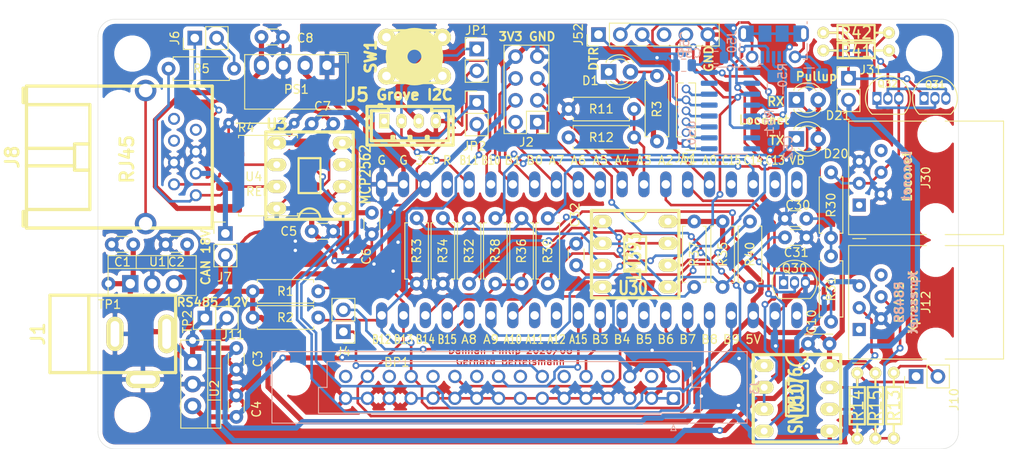
<source format=kicad_pcb>
(kicad_pcb (version 20171130) (host pcbnew 5.1.6-c6e7f7d~86~ubuntu18.04.1)
  (layers (0 F.Cu signal) (31 B.Cu signal) (35 F.Paste user) (36 B.SilkS user) (37 F.SilkS user) (38 B.Mask user) (39 F.Mask user) (44 Edge.Cuts user))
  (net 0 "")
  (net 1 GND)
  (net 2 /SCL)
  (net 3 /SDA)
  (net 4 +3V3)
  (net 5 /LN_RX)
  (net 6 "Net-(BP1-Pad37)")
  (net 7 /LN_TX)
  (net 8 /SDA2)
  (net 9 /SCL2)
  (net 10 /TxD)
  (net 11 "Net-(BP1-Pad34)")
  (net 12 /RxD)
  (net 13 "Net-(BP1-Pad33)")
  (net 14 "Net-(BP1-Pad8)")
  (net 15 "Net-(BP1-Pad32)")
  (net 16 "Net-(BP1-Pad9)")
  (net 17 "Net-(BP1-Pad31)")
  (net 18 "Net-(BP1-Pad30)")
  (net 19 /M_INIT)
  (net 20 "Net-(BP1-Pad29)")
  (net 21 /M_STOP)
  (net 22 /RS485RxD)
  (net 23 /M_GO)
  (net 24 /RS485TxD)
  (net 25 /RS485ENA)
  (net 26 "Net-(BP1-Pad25)")
  (net 27 /CANRX)
  (net 28 "Net-(BP1-Pad24)")
  (net 29 /CANTX)
  (net 30 "Net-(BP1-Pad23)")
  (net 31 +5V)
  (net 32 "Net-(BP1-Pad22)")
  (net 33 "Net-(BP1-Pad21)")
  (net 34 "Net-(BP1-Pad20)")
  (net 35 +12V)
  (net 36 +8V)
  (net 37 GNDD)
  (net 38 +5VD)
  (net 39 "Net-(C30-Pad1)")
  (net 40 "Net-(C31-Pad1)")
  (net 41 "Net-(C32-Pad1)")
  (net 42 "Net-(C50-Pad1)")
  (net 43 "Net-(C52-Pad1)")
  (net 44 "Net-(D1-Pad2)")
  (net 45 "Net-(D20-Pad1)")
  (net 46 "Net-(D21-Pad1)")
  (net 47 "Net-(J6-Pad2)")
  (net 48 "Net-(J6-Pad1)")
  (net 49 "Net-(J7-Pad1)")
  (net 50 "Net-(J8-Pad1)")
  (net 51 "Net-(J8-Pad2)")
  (net 52 "Net-(J8-Pad3)")
  (net 53 "Net-(J8-Pad8)")
  (net 54 "Net-(J10-Pad2)")
  (net 55 "Net-(J10-Pad1)")
  (net 56 "Net-(J11-Pad2)")
  (net 57 "Net-(J12-Pad1)")
  (net 58 "Net-(J12-Pad4)")
  (net 59 "Net-(J12-Pad6)")
  (net 60 "Net-(J30-Pad1)")
  (net 61 "Net-(J30-Pad6)")
  (net 62 "Net-(J50-Pad6)")
  (net 63 "Net-(J50-Pad3)")
  (net 64 "Net-(J50-Pad4)")
  (net 65 "Net-(J50-Pad1)")
  (net 66 "Net-(J50-Pad2)")
  (net 67 "Net-(J51-Pad6)")
  (net 68 /DTR)
  (net 69 "Net-(J51-Pad4)")
  (net 70 "Net-(J51-Pad3)")
  (net 71 "Net-(J51-Pad2)")
  (net 72 /CTS)
  (net 73 "Net-(J52-Pad4)")
  (net 74 "Net-(Q30-Pad1)")
  (net 75 "Net-(R12-Pad1)")
  (net 76 "Net-(R32-Pad2)")
  (net 77 "Net-(R39-Pad1)")
  (net 78 "Net-(U50-Pad15)")
  (net 79 "Net-(U50-Pad8)")
  (net 80 "Net-(U50-Pad7)")
  (net 81 "Net-(J3-Padb10)")
  (net 82 "Net-(J3-Padb7)")
  (net 83 /M_B10)
  (net 84 "Net-(BP1-Pad13)")
  (net 85 "Net-(J3-Padb16)")
  (net 86 "Net-(J3-Padb14)")
  (net 87 "Net-(J3-Padb12)")
  (net 88 "Net-(J3-Padb8)")
  (net 89 "Net-(J3-Padb6)")
  (net 90 "Net-(J3-Padb4)")
  (net 91 "Net-(J3-Padb2)")
  (net 92 /LN)
  (net 93 "Net-(J31-Pad1)")
  (net 94 "Net-(Q31-Pad3)")
  (net 95 "Net-(Q31-Pad2)")
  (module w_pth_resistors:RC03 (layer F.Cu) (at 190.3476 94.9706 270)
    (fp_text reference R15 (at 0 0 90) (layer F.SilkS) (effects (font (size 1.397 1.27) (thickness 0.2032))))
    (fp_text value 3k3 hide)
    (pad 2 thru_hole circle (at 3.81 0 270) (size 1.4 1.4) (drill 0.7) (layers *.Cu *.Mask F.SilkS) (net 58 "Net-(J12-Pad4)"))
    (pad 1 thru_hole circle (at -3.81 0 270) (size 1.4 1.4) (drill 0.7) (layers *.Cu *.Mask F.SilkS) (net 31 +5V))
  )
  (module w_pth_resistors:RC03 (layer F.Cu) (at 188.2394 94.9706 270)
    (fp_text reference R14 (at 0 0 90) (layer F.SilkS) (effects (font (size 1.397 1.27) (thickness 0.2032))))
    (fp_text value 3k3 hide)
    (pad 2 thru_hole circle (at 3.81 0 270) (size 1.4 1.4) (drill 0.7) (layers *.Cu *.Mask F.SilkS) (net 1 GND))
    (pad 1 thru_hole circle (at -3.81 0 270) (size 1.4 1.4) (drill 0.7) (layers *.Cu *.Mask F.SilkS) (net 55 "Net-(J10-Pad1)"))
  )
  (module w_pth_resistors:RC03 (layer F.Cu) (at 192.4812 94.9452 270)
    (fp_text reference R13 (at 0 0 90) (layer F.SilkS) (effects (font (size 1.397 1.27) (thickness 0.2032))))
    (fp_text value 120 hide)
    (pad 2 thru_hole circle (at 3.81 0 270) (size 1.4 1.4) (drill 0.7) (layers *.Cu *.Mask F.SilkS) (net 58 "Net-(J12-Pad4)"))
    (pad 1 thru_hole circle (at -3.81 0 270) (size 1.4 1.4) (drill 0.7) (layers *.Cu *.Mask F.SilkS) (net 54 "Net-(J10-Pad2)"))
  )
  (module Capacitor_THT:C_Disc_D3.0mm_W1.6mm_P2.50mm (layer F.Cu) (at 155.575 78.613 90)
    (fp_text reference C32 (at 5.842 -0.127 90) (layer F.SilkS))
    (fp_text value 1n hide)
    (pad 2 thru_hole circle (at 2.5 0 90) (size 1.6 1.6) (drill 0.8) (layers *.Cu *.Mask) (net 7 /LN_TX))
    (pad 1 thru_hole circle (at 0 0 90) (size 1.6 1.6) (drill 0.8) (layers *.Cu *.Mask) (net 41 "Net-(C32-Pad1)"))
  )
  (module Capacitor_THT:C_Disc_D3.0mm_W1.6mm_P2.50mm (layer F.Cu) (at 118.999 52.07)
    (fp_text reference C8 (at 5.08 0.127) (layer F.SilkS))
    (fp_text value 100n)
    (pad 2 thru_hole circle (at 2.5 0) (size 1.6 1.6) (drill 0.8) (layers *.Cu *.Mask) (net 37 GNDD))
    (pad 1 thru_hole circle (at 0 0) (size 1.6 1.6) (drill 0.8) (layers *.Cu *.Mask) (net 38 +5VD))
  )
  (module Capacitor_THT:C_Disc_D3.0mm_W1.6mm_P2.50mm (layer F.Cu) (at 124.841 62.1665)
    (fp_text reference C7 (at 1.25 -2.032) (layer F.SilkS))
    (fp_text value 100n)
    (pad 2 thru_hole circle (at 2.5 0) (size 1.6 1.6) (drill 0.8) (layers *.Cu *.Mask) (net 1 GND))
    (pad 1 thru_hole circle (at 0 0) (size 1.6 1.6) (drill 0.8) (layers *.Cu *.Mask) (net 4 +3V3))
  )
  (module Capacitor_THT:C_Disc_D3.0mm_W1.6mm_P2.50mm (layer F.Cu) (at 131.826 72.517 270)
    (fp_text reference C6 (at 5.08 0.635 90) (layer F.SilkS))
    (fp_text value 100n)
    (pad 2 thru_hole circle (at 2.5 0 270) (size 1.6 1.6) (drill 0.8) (layers *.Cu *.Mask) (net 1 GND))
    (pad 1 thru_hole circle (at 0 0 270) (size 1.6 1.6) (drill 0.8) (layers *.Cu *.Mask) (net 31 +5V))
  )
  (module Capacitor_THT:C_Disc_D3.0mm_W1.6mm_P2.50mm (layer F.Cu) (at 124.841 74.676)
    (fp_text reference C5 (at -2.667 0) (layer F.SilkS))
    (fp_text value 100n hide)
    (pad 2 thru_hole circle (at 2.5 0) (size 1.6 1.6) (drill 0.8) (layers *.Cu *.Mask) (net 1 GND))
    (pad 1 thru_hole circle (at 0 0) (size 1.6 1.6) (drill 0.8) (layers *.Cu *.Mask) (net 4 +3V3))
  )
  (module Capacitor_THT:C_Disc_D3.0mm_W1.6mm_P2.50mm (layer F.Cu) (at 116.078 96.266 90)
    (fp_text reference C4 (at 0.889 2.3495 90) (layer F.SilkS))
    (fp_text value 100n hide)
    (pad 2 thru_hole circle (at 2.5 0 90) (size 1.6 1.6) (drill 0.8) (layers *.Cu *.Mask) (net 1 GND))
    (pad 1 thru_hole circle (at 0 0 90) (size 1.6 1.6) (drill 0.8) (layers *.Cu *.Mask) (net 36 +8V))
  )
  (module Capacitor_THT:C_Disc_D3.0mm_W1.6mm_P2.50mm (layer F.Cu) (at 116.078 88.265 270)
    (fp_text reference C3 (at 1.25 -2.5 90) (layer F.SilkS))
    (fp_text value 100n hide)
    (pad 2 thru_hole circle (at 2.5 0 270) (size 1.6 1.6) (drill 0.8) (layers *.Cu *.Mask) (net 1 GND))
    (pad 1 thru_hole circle (at 0 0 270) (size 1.6 1.6) (drill 0.8) (layers *.Cu *.Mask) (net 35 +12V))
  )
  (module Connector_PinHeader_2.54mm:PinHeader_1x02_P2.54mm_Vertical (layer F.Cu) (at 112.4204 84.7598 90)
    (fp_text reference J11 (at -1.9558 3.2766 180) (layer F.SilkS))
    (fp_text value Conn_01x02 hide)
    (pad 2 thru_hole oval (at 0 2.54 90) (size 1.7 1.7) (drill 1) (layers *.Cu *.Mask) (net 56 "Net-(J11-Pad2)"))
    (pad 1 thru_hole rect (at 0 0 90) (size 1.7 1.7) (drill 1) (layers *.Cu *.Mask) (net 35 +12V))
  )
  (module Package_SO:SOIC-16_3.9x9.9mm_P1.27mm (layer B.Cu) (at 173.5074 60.6298 180)
    (fp_text reference U50 (at 4.5466 -2.5908 270) (layer B.SilkS) (effects (justify mirror)))
    (fp_text value CH340C)
    (pad 16 smd roundrect (at 2.475 4.445 180) (size 1.95 0.6) (layers B.Cu B.Paste B.Mask) (net 42 "Net-(C50-Pad1)"))
    (pad 15 smd roundrect (at 2.475 3.175 180) (size 1.95 0.6) (layers B.Cu B.Paste B.Mask) (net 78 "Net-(U50-Pad15)"))
    (pad 14 smd roundrect (at 2.475 1.905 180) (size 1.95 0.6) (layers B.Cu B.Paste B.Mask) (net 67 "Net-(J51-Pad6)"))
    (pad 13 smd roundrect (at 2.475 0.635 180) (size 1.95 0.6) (layers B.Cu B.Paste B.Mask) (net 68 /DTR))
    (pad 12 smd roundrect (at 2.475 -0.635 180) (size 1.95 0.6) (layers B.Cu B.Paste B.Mask) (net 69 "Net-(J51-Pad4)"))
    (pad 11 smd roundrect (at 2.475 -1.905 180) (size 1.95 0.6) (layers B.Cu B.Paste B.Mask) (net 70 "Net-(J51-Pad3)"))
    (pad 10 smd roundrect (at 2.475 -3.175 180) (size 1.95 0.6) (layers B.Cu B.Paste B.Mask) (net 71 "Net-(J51-Pad2)"))
    (pad 9 smd roundrect (at 2.475 -4.445 180) (size 1.95 0.6) (layers B.Cu B.Paste B.Mask) (net 72 /CTS))
    (pad 8 smd roundrect (at -2.475 -4.445 180) (size 1.95 0.6) (layers B.Cu B.Paste B.Mask) (net 79 "Net-(U50-Pad8)"))
    (pad 7 smd roundrect (at -2.475 -3.175 180) (size 1.95 0.6) (layers B.Cu B.Paste B.Mask) (net 80 "Net-(U50-Pad7)"))
    (pad 6 smd roundrect (at -2.475 -1.905 180) (size 1.95 0.6) (layers B.Cu B.Paste B.Mask) (net 66 "Net-(J50-Pad2)"))
    (pad 5 smd roundrect (at -2.475 -0.635 180) (size 1.95 0.6) (layers B.Cu B.Paste B.Mask) (net 63 "Net-(J50-Pad3)"))
    (pad 4 smd roundrect (at -2.475 0.635 180) (size 1.95 0.6) (layers B.Cu B.Paste B.Mask) (net 43 "Net-(C52-Pad1)"))
    (pad 3 smd roundrect (at -2.475 1.905 180) (size 1.95 0.6) (layers B.Cu B.Paste B.Mask) (net 10 /TxD))
    (pad 2 smd roundrect (at -2.475 3.175 180) (size 1.95 0.6) (layers B.Cu B.Paste B.Mask) (net 12 /RxD))
    (pad 1 smd roundrect (at -2.475 4.445 180) (size 1.95 0.6) (layers B.Cu B.Paste B.Mask) (net 1 GND))
  )
  (module w_pth_resistors:RC03 (layer F.Cu) (at 188.0997 51.5747 180)
    (fp_text reference R42 (at 0 0) (layer F.SilkS) (effects (font (size 1.397 1.27) (thickness 0.2032))))
    (fp_text value 10k hide)
    (pad 2 thru_hole circle (at 3.81 0 180) (size 1.4 1.4) (drill 0.7) (layers *.Cu *.Mask F.SilkS) (net 93 "Net-(J31-Pad1)"))
    (pad 1 thru_hole circle (at -3.81 0 180) (size 1.4 1.4) (drill 0.7) (layers *.Cu *.Mask F.SilkS) (net 95 "Net-(Q31-Pad2)"))
  )
  (module w_pth_resistors:RC03 (layer F.Cu) (at 188.1124 53.6448 180)
    (fp_text reference R41 (at 0 -0.0762) (layer F.SilkS) (effects (font (size 1.397 1.27) (thickness 0.2032))))
    (fp_text value 47 hide)
    (pad 2 thru_hole circle (at 3.81 0 180) (size 1.4 1.4) (drill 0.7) (layers *.Cu *.Mask F.SilkS) (net 94 "Net-(Q31-Pad3)"))
    (pad 1 thru_hole circle (at -3.81 0 180) (size 1.4 1.4) (drill 0.7) (layers *.Cu *.Mask F.SilkS) (net 92 /LN))
  )
  (module Package_TO_SOT_THT:TO-92_Inline (layer F.Cu) (at 190.5254 59.2074)
    (fp_text reference Q32 (at 1.2446 -1.6891) (layer F.SilkS) (effects (font (size 0.8 0.8))))
    (fp_text value BC547 hide)
    (pad 1 thru_hole rect (at 0 0) (size 1.05 1.5) (drill 0.75) (layers *.Cu *.Mask) (net 95 "Net-(Q31-Pad2)"))
    (pad 3 thru_hole oval (at 2.54 0) (size 1.05 1.5) (drill 0.75) (layers *.Cu *.Mask) (net 92 /LN))
    (pad 2 thru_hole oval (at 1.27 0) (size 1.05 1.5) (drill 0.75) (layers *.Cu *.Mask) (net 94 "Net-(Q31-Pad3)"))
  )
  (module Package_TO_SOT_THT:TO-92_Inline (layer F.Cu) (at 195.9991 59.2074)
    (fp_text reference Q31 (at 1.2954 -1.6129) (layer F.SilkS) (effects (font (size 0.8 0.8))))
    (fp_text value BC547 hide)
    (pad 1 thru_hole rect (at 0 0) (size 1.05 1.5) (drill 0.75) (layers *.Cu *.Mask) (net 93 "Net-(J31-Pad1)"))
    (pad 3 thru_hole oval (at 2.54 0) (size 1.05 1.5) (drill 0.75) (layers *.Cu *.Mask) (net 94 "Net-(Q31-Pad3)"))
    (pad 2 thru_hole oval (at 1.27 0) (size 1.05 1.5) (drill 0.75) (layers *.Cu *.Mask) (net 95 "Net-(Q31-Pad2)"))
  )
  (module Connector_PinHeader_2.54mm:PinHeader_1x02_P2.54mm_Vertical (layer F.Cu) (at 187.2234 56.8706)
    (fp_text reference J31 (at 2.6162 -0.9652) (layer F.SilkS))
    (fp_text value Conn_01x02 hide)
    (pad 2 thru_hole oval (at 0 2.54) (size 1.7 1.7) (drill 1) (layers *.Cu *.Mask) (net 35 +12V))
    (pad 1 thru_hole rect (at 0 0) (size 1.7 1.7) (drill 1) (layers *.Cu *.Mask) (net 93 "Net-(J31-Pad1)"))
  )
  (module Capacitor_SMD:C_0805_2012Metric (layer B.Cu) (at 171.8183 54.4576)
    (fp_text reference C50 (at -3.1242 -0.508) (layer B.SilkS) (effects (justify mirror)))
    (fp_text value 10u hide)
    (pad 2 smd roundrect (at 0.9375 0) (size 0.975 1.4) (layers B.Cu B.Paste B.Mask) (net 1 GND))
    (pad 1 smd roundrect (at -0.9375 0) (size 0.975 1.4) (layers B.Cu B.Paste B.Mask) (net 42 "Net-(C50-Pad1)"))
  )
  (module Connector_USB:USB_Micro-B_Molex-105017-0001 (layer B.Cu) (at 178.5112 52.9209)
    (fp_text reference J50 (at -4.826 -0.2794 90) (layer B.SilkS) (effects (justify mirror)))
    (fp_text value USB_B_Micro)
    (pad 6 smd rect (at -2.9 -1.2375) (size 1.2 1.9) (layers B.Cu B.Mask) (net 62 "Net-(J50-Pad6)"))
    (pad 6 smd rect (at 2.9 -1.2375) (size 1.2 1.9) (layers B.Cu B.Mask) (net 62 "Net-(J50-Pad6)"))
    (pad 6 thru_hole oval (at 3.5 -1.2375) (size 1.2 1.9) (drill oval 0.6 1.3) (layers *.Cu *.Mask) (net 62 "Net-(J50-Pad6)"))
    (pad 6 thru_hole oval (at -3.5 -1.2375 180) (size 1.2 1.9) (drill oval 0.6 1.3) (layers *.Cu *.Mask) (net 62 "Net-(J50-Pad6)"))
    (pad 6 smd rect (at -1 -1.2375) (size 1.5 1.9) (layers B.Cu B.Paste B.Mask) (net 62 "Net-(J50-Pad6)"))
    (pad 6 thru_hole circle (at 2.5 1.4625) (size 1.45 1.45) (drill 0.85) (layers *.Cu *.Mask) (net 62 "Net-(J50-Pad6)"))
    (pad 3 smd rect (at 0 1.4625) (size 0.4 1.35) (layers B.Cu B.Paste B.Mask) (net 63 "Net-(J50-Pad3)"))
    (pad 4 smd rect (at 0.65 1.4625) (size 0.4 1.35) (layers B.Cu B.Paste B.Mask) (net 64 "Net-(J50-Pad4)"))
    (pad 5 smd rect (at 1.3 1.4625) (size 0.4 1.35) (layers B.Cu B.Paste B.Mask) (net 1 GND))
    (pad 1 smd rect (at -1.3 1.4625) (size 0.4 1.35) (layers B.Cu B.Paste B.Mask) (net 65 "Net-(J50-Pad1)"))
    (pad 2 smd rect (at -0.65 1.4625) (size 0.4 1.35) (layers B.Cu B.Paste B.Mask) (net 66 "Net-(J50-Pad2)"))
    (pad 6 thru_hole circle (at -2.5 1.4625) (size 1.45 1.45) (drill 0.85) (layers *.Cu *.Mask) (net 62 "Net-(J50-Pad6)"))
    (pad 6 smd rect (at 1 -1.2375) (size 1.5 1.9) (layers B.Cu B.Paste B.Mask) (net 62 "Net-(J50-Pad6)"))
  )
  (module Connector_PinHeader_1.27mm:PinHeader_1x06_P1.27mm_Vertical (layer F.Cu) (at 168.3385 64.4652 180)
    (fp_text reference J51 (at 0 -1.695) (layer F.SilkS))
    (fp_text value Conn_01x06 hide)
    (pad 6 thru_hole oval (at 0 6.35 180) (size 1 1) (drill 0.65) (layers *.Cu *.Mask) (net 67 "Net-(J51-Pad6)"))
    (pad 5 thru_hole oval (at 0 5.08 180) (size 1 1) (drill 0.65) (layers *.Cu *.Mask) (net 68 /DTR))
    (pad 4 thru_hole oval (at 0 3.81 180) (size 1 1) (drill 0.65) (layers *.Cu *.Mask) (net 69 "Net-(J51-Pad4)"))
    (pad 3 thru_hole oval (at 0 2.54 180) (size 1 1) (drill 0.65) (layers *.Cu *.Mask) (net 70 "Net-(J51-Pad3)"))
    (pad 2 thru_hole oval (at 0 1.27 180) (size 1 1) (drill 0.65) (layers *.Cu *.Mask) (net 71 "Net-(J51-Pad2)"))
    (pad 1 thru_hole rect (at 0 0 180) (size 1 1) (drill 0.65) (layers *.Cu *.Mask) (net 72 /CTS))
  )
  (module Resistor_THT:R_Axial_DIN0207_L6.3mm_D2.5mm_P7.62mm_Horizontal (layer F.Cu) (at 117.983 81.661)
    (fp_text reference R1 (at 3.81 0) (layer F.SilkS))
    (fp_text value 3k3 hide)
    (pad 2 thru_hole oval (at 7.62 0) (size 1.6 1.6) (drill 0.8) (layers *.Cu *.Mask) (net 3 /SDA))
    (pad 1 thru_hole circle (at 0 0) (size 1.6 1.6) (drill 0.8) (layers *.Cu *.Mask) (net 31 +5V))
  )
  (module Resistor_THT:R_Axial_DIN0207_L6.3mm_D2.5mm_P7.62mm_Horizontal (layer F.Cu) (at 117.983 84.709)
    (fp_text reference R2 (at 3.81 0) (layer F.SilkS))
    (fp_text value 3k3 hide)
    (pad 2 thru_hole oval (at 7.62 0) (size 1.6 1.6) (drill 0.8) (layers *.Cu *.Mask) (net 2 /SCL))
    (pad 1 thru_hole circle (at 0 0) (size 1.6 1.6) (drill 0.8) (layers *.Cu *.Mask) (net 31 +5V))
  )
  (module Resistor_THT:R_Axial_DIN0207_L6.3mm_D2.5mm_P7.62mm_Horizontal (layer F.Cu) (at 164.9603 64.2112 90)
    (fp_text reference R3 (at 3.7465 0 90) (layer F.SilkS))
    (fp_text value 680 hide)
    (pad 2 thru_hole oval (at 7.62 0 90) (size 1.6 1.6) (drill 0.8) (layers *.Cu *.Mask) (net 44 "Net-(D1-Pad2)"))
    (pad 1 thru_hole circle (at 0 0 90) (size 1.6 1.6) (drill 0.8) (layers *.Cu *.Mask) (net 4 +3V3))
  )
  (module Resistor_THT:R_Axial_DIN0207_L6.3mm_D2.5mm_P7.62mm_Horizontal (layer F.Cu) (at 154.686 60.452)
    (fp_text reference R11 (at 3.81 0) (layer F.SilkS))
    (fp_text value 1k5 hide)
    (pad 2 thru_hole oval (at 7.62 0) (size 1.6 1.6) (drill 0.8) (layers *.Cu *.Mask) (net 22 /RS485RxD))
    (pad 1 thru_hole circle (at 0 0) (size 1.6 1.6) (drill 0.8) (layers *.Cu *.Mask) (net 1 GND))
  )
  (module Resistor_THT:R_Axial_DIN0207_L6.3mm_D2.5mm_P7.62mm_Horizontal (layer F.Cu) (at 154.686 63.754)
    (fp_text reference R12 (at 3.81 0) (layer F.SilkS))
    (fp_text value 1k hide)
    (pad 2 thru_hole oval (at 7.62 0) (size 1.6 1.6) (drill 0.8) (layers *.Cu *.Mask) (net 22 /RS485RxD))
    (pad 1 thru_hole circle (at 0 0) (size 1.6 1.6) (drill 0.8) (layers *.Cu *.Mask) (net 75 "Net-(R12-Pad1)"))
  )
  (module Resistor_THT:R_Axial_DIN0207_L6.3mm_D2.5mm_P7.62mm_Horizontal (layer F.Cu) (at 185.1914 77.5716 270)
    (fp_text reference R31 (at 3.81 0 90) (layer F.SilkS))
    (fp_text value 12 hide)
    (pad 2 thru_hole oval (at 7.62 0 270) (size 1.6 1.6) (drill 0.8) (layers *.Cu *.Mask) (net 74 "Net-(Q30-Pad1)"))
    (pad 1 thru_hole circle (at 0 0 270) (size 1.6 1.6) (drill 0.8) (layers *.Cu *.Mask) (net 39 "Net-(C30-Pad1)"))
  )
  (module Resistor_THT:R_Axial_DIN0207_L6.3mm_D2.5mm_P7.62mm_Horizontal (layer F.Cu) (at 143.129 80.772 90)
    (fp_text reference R32 (at 3.81 0 90) (layer F.SilkS))
    (fp_text value 47k hide)
    (pad 2 thru_hole oval (at 7.62 0 90) (size 1.6 1.6) (drill 0.8) (layers *.Cu *.Mask) (net 76 "Net-(R32-Pad2)"))
    (pad 1 thru_hole circle (at 0 0 90) (size 1.6 1.6) (drill 0.8) (layers *.Cu *.Mask) (net 74 "Net-(Q30-Pad1)"))
  )
  (module Resistor_THT:R_Axial_DIN0207_L6.3mm_D2.5mm_P7.62mm_Horizontal (layer F.Cu) (at 137.033 80.772 90)
    (fp_text reference R33 (at 3.81 0 90) (layer F.SilkS))
    (fp_text value 150k hide)
    (pad 2 thru_hole oval (at 7.62 0 90) (size 1.6 1.6) (drill 0.8) (layers *.Cu *.Mask) (net 76 "Net-(R32-Pad2)"))
    (pad 1 thru_hole circle (at 0 0 90) (size 1.6 1.6) (drill 0.8) (layers *.Cu *.Mask) (net 1 GND))
  )
  (module Resistor_THT:R_Axial_DIN0207_L6.3mm_D2.5mm_P7.62mm_Horizontal (layer F.Cu) (at 140.081 80.772 90)
    (fp_text reference R34 (at 3.81 0 90) (layer F.SilkS))
    (fp_text value 39k hide)
    (pad 2 thru_hole oval (at 7.62 0 90) (size 1.6 1.6) (drill 0.8) (layers *.Cu *.Mask) (net 40 "Net-(C31-Pad1)"))
    (pad 1 thru_hole circle (at 0 0 90) (size 1.6 1.6) (drill 0.8) (layers *.Cu *.Mask) (net 1 GND))
  )
  (module Resistor_THT:R_Axial_DIN0207_L6.3mm_D2.5mm_P7.62mm_Horizontal (layer F.Cu) (at 172.593 81.153 90)
    (fp_text reference R35 (at 3.811 0 90) (layer F.SilkS))
    (fp_text value 27k hide)
    (pad 2 thru_hole oval (at 7.62 0 90) (size 1.6 1.6) (drill 0.8) (layers *.Cu *.Mask) (net 31 +5V))
    (pad 1 thru_hole circle (at 0 0 90) (size 1.6 1.6) (drill 0.8) (layers *.Cu *.Mask) (net 40 "Net-(C31-Pad1)"))
  )
  (module Resistor_THT:R_Axial_DIN0207_L6.3mm_D2.5mm_P7.62mm_Horizontal (layer F.Cu) (at 149.225 73.152 270)
    (fp_text reference R36 (at 3.81 0 90) (layer F.SilkS))
    (fp_text value 240k hide)
    (pad 2 thru_hole oval (at 7.62 0 270) (size 1.6 1.6) (drill 0.8) (layers *.Cu *.Mask) (net 5 /LN_RX))
    (pad 1 thru_hole circle (at 0 0 270) (size 1.6 1.6) (drill 0.8) (layers *.Cu *.Mask) (net 76 "Net-(R32-Pad2)"))
  )
  (module Resistor_THT:R_Axial_DIN0207_L6.3mm_D2.5mm_P7.62mm_Horizontal (layer F.Cu) (at 169.291 73.533 270)
    (fp_text reference R37 (at 3.81 0 90) (layer F.SilkS))
    (fp_text value 10k)
    (pad 2 thru_hole oval (at 7.62 0 270) (size 1.6 1.6) (drill 0.8) (layers *.Cu *.Mask) (net 5 /LN_RX))
    (pad 1 thru_hole circle (at 0 0 270) (size 1.6 1.6) (drill 0.8) (layers *.Cu *.Mask) (net 31 +5V))
  )
  (module Resistor_THT:R_Axial_DIN0207_L6.3mm_D2.5mm_P7.62mm_Horizontal (layer F.Cu) (at 146.177 73.152 270)
    (fp_text reference R38 (at 3.81 0 90) (layer F.SilkS))
    (fp_text value 1k5 hide)
    (pad 2 thru_hole oval (at 7.62 0 270) (size 1.6 1.6) (drill 0.8) (layers *.Cu *.Mask) (net 5 /LN_RX))
    (pad 1 thru_hole circle (at 0 0 270) (size 1.6 1.6) (drill 0.8) (layers *.Cu *.Mask) (net 45 "Net-(D20-Pad1)"))
  )
  (module Resistor_THT:R_Axial_DIN0207_L6.3mm_D2.5mm_P7.62mm_Horizontal (layer F.Cu) (at 152.273 80.772 90)
    (fp_text reference R39 (at 3.81 0 90) (layer F.SilkS))
    (fp_text value 1k5 hide)
    (pad 2 thru_hole oval (at 7.62 0 90) (size 1.6 1.6) (drill 0.8) (layers *.Cu *.Mask) (net 46 "Net-(D21-Pad1)"))
    (pad 1 thru_hole circle (at 0 0 90) (size 1.6 1.6) (drill 0.8) (layers *.Cu *.Mask) (net 77 "Net-(R39-Pad1)"))
  )
  (module Resistor_THT:R_Axial_DIN0207_L6.3mm_D2.5mm_P7.62mm_Horizontal (layer F.Cu) (at 175.768 81.153 90)
    (fp_text reference R40 (at 3.81 0 90) (layer F.SilkS))
    (fp_text value 1k5 hide)
    (pad 2 thru_hole oval (at 7.62 0 90) (size 1.6 1.6) (drill 0.8) (layers *.Cu *.Mask) (net 7 /LN_TX))
    (pad 1 thru_hole circle (at 0 0 90) (size 1.6 1.6) (drill 0.8) (layers *.Cu *.Mask) (net 41 "Net-(C32-Pad1)"))
  )
  (module Resistor_THT:R_Axial_DIN0207_L6.3mm_D2.5mm_P7.62mm_Horizontal (layer F.Cu) (at 115.824 55.753 180)
    (fp_text reference R5 (at 3.81 0) (layer F.SilkS))
    (fp_text value 120 hide)
    (pad 2 thru_hole oval (at 7.62 0 180) (size 1.6 1.6) (drill 0.8) (layers *.Cu *.Mask) (net 53 "Net-(J8-Pad8)"))
    (pad 1 thru_hole circle (at 0 0 180) (size 1.6 1.6) (drill 0.8) (layers *.Cu *.Mask) (net 47 "Net-(J6-Pad2)"))
  )
  (module Resistor_THT:R_Axial_DIN0207_L6.3mm_D2.5mm_P7.62mm_Horizontal (layer F.Cu) (at 185.1914 67.818 270)
    (fp_text reference R30 (at 3.81 0 90) (layer F.SilkS))
    (fp_text value 12 hide)
    (pad 2 thru_hole oval (at 7.62 0 270) (size 1.6 1.6) (drill 0.8) (layers *.Cu *.Mask) (net 39 "Net-(C30-Pad1)"))
    (pad 1 thru_hole circle (at 0 0 270) (size 1.6 1.6) (drill 0.8) (layers *.Cu *.Mask) (net 92 /LN))
  )
  (module w_pth_circuits:dil_8-300_socket (layer F.Cu) (at 181.229 94.107 270)
    (fp_text reference U10 (at 0 0 90) (layer F.SilkS) (effects (font (size 1.524 1.143) (thickness 0.28702))))
    (fp_text value SN75176 (at 0.254 0.127 90) (layer F.SilkS) (effects (font (size 1.524 1.143) (thickness 0.28702))))
    (pad 8 thru_hole oval (at -3.81 -3.81 270) (size 1.50114 2.19964) (drill 0.8001) (layers *.Cu *.Mask F.SilkS) (net 31 +5V))
    (pad 7 thru_hole oval (at -1.27 -3.81 270) (size 1.50114 2.19964) (drill 0.8001) (layers *.Cu *.Mask F.SilkS) (net 55 "Net-(J10-Pad1)"))
    (pad 6 thru_hole oval (at 1.27 -3.81 270) (size 1.50114 2.19964) (drill 0.8001) (layers *.Cu *.Mask F.SilkS) (net 58 "Net-(J12-Pad4)"))
    (pad 5 thru_hole oval (at 3.81 -3.81 270) (size 1.50114 2.19964) (drill 0.8001) (layers *.Cu *.Mask F.SilkS) (net 1 GND))
    (pad 4 thru_hole oval (at 3.81 3.81 270) (size 1.50114 2.19964) (drill 0.8001) (layers *.Cu *.Mask F.SilkS) (net 24 /RS485TxD))
    (pad 3 thru_hole oval (at 1.27 3.81 270) (size 1.50114 2.19964) (drill 0.8001) (layers *.Cu *.Mask F.SilkS) (net 25 /RS485ENA))
    (pad 2 thru_hole oval (at -1.27 3.81 270) (size 1.50114 2.19964) (drill 0.8001) (layers *.Cu *.Mask F.SilkS) (net 25 /RS485ENA))
    (pad 1 thru_hole oval (at -3.81 3.81 270) (size 1.50114 2.19964) (drill 0.8001) (layers *.Cu *.Mask F.SilkS) (net 75 "Net-(R12-Pad1)"))
  )
  (module Capacitor_THT:C_Disc_D3.0mm_W2.0mm_P2.50mm (layer F.Cu) (at 185.0136 87.757 180)
    (fp_text reference C10 (at 2.0828 2.54 90) (layer F.SilkS))
    (fp_text value 100nF hide)
    (pad 2 thru_hole circle (at 2.5 0 180) (size 1.6 1.6) (drill 0.8) (layers *.Cu *.Mask) (net 1 GND))
    (pad 1 thru_hole circle (at 0 0 180) (size 1.6 1.6) (drill 0.8) (layers *.Cu *.Mask) (net 31 +5V))
  )
  (module Capacitor_THT:C_Disc_D3.0mm_W1.6mm_P2.50mm (layer F.Cu) (at 179.832 75.3872)
    (fp_text reference C31 (at 1.3208 1.7526) (layer F.SilkS))
    (fp_text value 100n hide)
    (pad 2 thru_hole circle (at 2.5 0) (size 1.6 1.6) (drill 0.8) (layers *.Cu *.Mask) (net 1 GND))
    (pad 1 thru_hole circle (at 0 0) (size 1.6 1.6) (drill 0.8) (layers *.Cu *.Mask) (net 40 "Net-(C31-Pad1)"))
  )
  (module Capacitor_THT:C_Disc_D3.0mm_W1.6mm_P2.50mm (layer F.Cu) (at 182.3212 73.2028 180)
    (fp_text reference C30 (at 0.9906 1.5748) (layer F.SilkS))
    (fp_text value 47p hide)
    (pad 2 thru_hole circle (at 2.5 0 180) (size 1.6 1.6) (drill 0.8) (layers *.Cu *.Mask) (net 1 GND))
    (pad 1 thru_hole circle (at 0 0 180) (size 1.6 1.6) (drill 0.8) (layers *.Cu *.Mask) (net 39 "Net-(C30-Pad1)"))
  )
  (module w_conn_pc:mebp8 (layer F.Cu) (at 102.489 66.04 270)
    (fp_text reference J8 (at 0 12.446 90) (layer F.SilkS) (effects (font (size 1.524 1.524) (thickness 0.3048))))
    (fp_text value RJ45 (at 0.254 -0.889 90) (layer F.SilkS) (effects (font (size 1.524 1.524) (thickness 0.3048))))
    (pad "" np_thru_hole circle (at 5.715 0 270) (size 3.2004 3.2004) (drill 3.2004) (layers *.Cu))
    (pad "" np_thru_hole circle (at -5.715 0 270) (size 3.2004 3.2004) (drill 3.2004) (layers *.Cu))
    (pad "" thru_hole circle (at 7.747 -3.048 270) (size 2.49936 2.49936) (drill 1.5748) (layers *.Cu *.Mask))
    (pad "" thru_hole circle (at -7.747 -3.048 270) (size 2.49936 2.49936) (drill 1.5748) (layers *.Cu *.Mask))
    (pad 8 thru_hole circle (at 4.445 -8.89 270) (size 1.39954 1.39954) (drill 0.889) (layers *.Cu *.Mask) (net 53 "Net-(J8-Pad8)"))
    (pad 7 thru_hole circle (at 3.175 -6.35 270) (size 1.39954 1.39954) (drill 0.889) (layers *.Cu *.Mask) (net 48 "Net-(J6-Pad1)"))
    (pad 6 thru_hole circle (at 1.905 -8.89 270) (size 1.39954 1.39954) (drill 0.889) (layers *.Cu *.Mask) (net 49 "Net-(J7-Pad1)"))
    (pad 5 thru_hole circle (at 0.635 -6.35 270) (size 1.39954 1.39954) (drill 0.889) (layers *.Cu *.Mask) (net 37 GNDD))
    (pad 4 thru_hole circle (at -0.635 -8.89 270) (size 1.39954 1.39954) (drill 0.889) (layers *.Cu *.Mask) (net 37 GNDD))
    (pad 2 thru_hole circle (at -3.175 -8.89 270) (size 1.39954 1.39954) (drill 0.889) (layers *.Cu *.Mask) (net 51 "Net-(J8-Pad2)"))
    (pad 1 thru_hole circle (at -4.445 -6.35 270) (size 1.39954 1.39954) (drill 0.889) (layers *.Cu *.Mask) (net 50 "Net-(J8-Pad1)"))
    (pad 3 thru_hole circle (at -1.905 -6.35 270) (size 1.39954 1.39954) (drill 0.889) (layers *.Cu *.Mask) (net 52 "Net-(J8-Pad3)"))
  )
  (module Capacitor_THT:C_Disc_D3.0mm_W1.6mm_P2.50mm (layer F.Cu) (at 110.363 76.2 180)
    (fp_text reference C2 (at 1.25 -2.05) (layer F.SilkS))
    (fp_text value 100n)
    (pad 2 thru_hole circle (at 2.5 0 180) (size 1.6 1.6) (drill 0.8) (layers *.Cu *.Mask) (net 1 GND))
    (pad 1 thru_hole circle (at 0 0 180) (size 1.6 1.6) (drill 0.8) (layers *.Cu *.Mask) (net 31 +5V))
  )
  (module Capacitor_THT:C_Disc_D3.0mm_W1.6mm_P2.50mm (layer F.Cu) (at 104.1 76.2 180)
    (fp_text reference C1 (at 1.25 -2.05) (layer F.SilkS))
    (fp_text value 100n)
    (pad 2 thru_hole circle (at 2.5 0 180) (size 1.6 1.6) (drill 0.8) (layers *.Cu *.Mask) (net 1 GND))
    (pad 1 thru_hole circle (at 0 0 180) (size 1.6 1.6) (drill 0.8) (layers *.Cu *.Mask) (net 35 +12V))
  )
  (module YAAJ_STM32:YAAJ_BluePill (layer F.Cu) (at 132.969 84.455)
    (fp_text reference BP1 (at 1.75006 5.45338 180) (layer F.SilkS))
    (fp_text value BluePill_1 hide)
    (fp_text user G (at 0 -18.034) (layer F.SilkS))
    (fp_text user 3.3 (at 5.08 -18.034) (layer F.SilkS))
    (fp_text user 5V (at 43.18 2.794) (layer F.SilkS))
    (fp_text user B9 (at 40.64 2.794) (layer F.SilkS))
    (fp_text user B8 (at 38.1 2.794) (layer F.SilkS))
    (fp_text user B7 (at 35.56 2.794) (layer F.SilkS))
    (fp_text user B6 (at 33.02 2.794) (layer F.SilkS))
    (fp_text user B5 (at 30.48 2.794) (layer F.SilkS))
    (fp_text user B4 (at 27.94 2.794) (layer F.SilkS))
    (fp_text user B3 (at 25.4 2.794) (layer F.SilkS))
    (fp_text user A15 (at 22.86 2.794) (layer F.SilkS) (effects (font (size 1 0.762))))
    (fp_text user A12 (at 20.32 2.794) (layer F.SilkS) (effects (font (size 1 0.762))))
    (fp_text user A11 (at 17.78 2.794) (layer F.SilkS) (effects (font (size 1 0.762))))
    (fp_text user A10 (at 15.24 2.794) (layer F.SilkS) (effects (font (size 1 0.762))))
    (fp_text user A9 (at 12.7 2.794) (layer F.SilkS))
    (fp_text user A8 (at 10.16 2.794) (layer F.SilkS))
    (fp_text user B15 (at 7.62 2.794) (layer F.SilkS) (effects (font (size 1 0.762))))
    (fp_text user B14 (at 5.08 2.794) (layer F.SilkS) (effects (font (size 1 0.762))))
    (fp_text user B13 (at 2.54 2.794) (layer F.SilkS) (effects (font (size 1 0.762))))
    (fp_text user B12 (at 0 2.794) (layer F.SilkS) (effects (font (size 1 0.762))))
    (fp_text user VB (at 48.26 -18.034) (layer F.SilkS))
    (fp_text user C13 (at 45.72 -18.034) (layer F.SilkS) (effects (font (size 1 0.762))))
    (fp_text user C14 (at 43.18 -18.034) (layer F.SilkS) (effects (font (size 1 0.762))))
    (fp_text user C15 (at 40.64 -18.034) (layer F.SilkS) (effects (font (size 1 0.762))))
    (fp_text user A0 (at 38.1 -18.034) (layer F.SilkS))
    (fp_text user A1 (at 35.56 -18.034) (layer F.SilkS))
    (fp_text user A2 (at 33.02 -18.034) (layer F.SilkS))
    (fp_text user A3 (at 30.48 -18.034) (layer F.SilkS))
    (fp_text user A4 (at 27.94 -18.034) (layer F.SilkS))
    (fp_text user A5 (at 25.4 -18.034) (layer F.SilkS))
    (fp_text user A6 (at 22.86 -18.034) (layer F.SilkS))
    (fp_text user A7 (at 20.32 -18.034) (layer F.SilkS))
    (fp_text user B0 (at 17.78 -18.034) (layer F.SilkS))
    (fp_text user B1 (at 15.24 -18.034) (layer F.SilkS))
    (fp_text user B10 (at 12.7 -18.034) (layer F.SilkS) (effects (font (size 1 0.762))))
    (fp_text user B11 (at 10.16 -18.034) (layer F.SilkS) (effects (font (size 1 0.762))))
    (fp_text user R (at 7.62 -18.034) (layer F.SilkS))
    (fp_text user 3.3 (at 5.08 -18.034) (layer F.SilkS))
    (fp_text user G (at 2.54 -18.034) (layer F.SilkS))
    (fp_text user G (at 0 -18.034) (layer F.SilkS))
    (pad 40 thru_hole oval (at 0 -15.24762) (size 1.3 3) (drill 1) (layers *.Cu *.Mask) (net 1 GND))
    (pad 1 thru_hole oval (at 0 0) (size 1.3 3) (drill 1) (layers *.Cu *.Mask) (net 2 /SCL))
    (pad 39 thru_hole oval (at 2.54 -15.24762) (size 1.3 3) (drill 1) (layers *.Cu *.Mask) (net 1 GND))
    (pad 2 thru_hole oval (at 2.54 0) (size 1.3 3) (drill 1) (layers *.Cu *.Mask) (net 3 /SDA))
    (pad 38 thru_hole oval (at 5.08 -15.24) (size 1.3 3) (drill 1) (layers *.Cu *.Mask) (net 4 +3V3))
    (pad 3 thru_hole oval (at 5.08 -0.00762) (size 1.3 3) (drill 1) (layers *.Cu *.Mask) (net 5 /LN_RX))
    (pad 37 thru_hole oval (at 7.62 -15.24) (size 1.3 3) (drill 1) (layers *.Cu *.Mask) (net 6 "Net-(BP1-Pad37)"))
    (pad 4 thru_hole oval (at 7.62 0) (size 1.3 3) (drill 1) (layers *.Cu *.Mask) (net 7 /LN_TX))
    (pad 36 thru_hole oval (at 10.16 -15.24) (size 1.3 3) (drill 1) (layers *.Cu *.Mask) (net 8 /SDA2))
    (pad 5 thru_hole oval (at 10.16 0) (size 1.3 3) (drill 1) (layers *.Cu *.Mask) (net 83 /M_B10))
    (pad 35 thru_hole oval (at 12.7 -15.24) (size 1.3 3) (drill 1) (layers *.Cu *.Mask) (net 9 /SCL2))
    (pad 6 thru_hole oval (at 12.7 0) (size 1.3 3) (drill 1) (layers *.Cu *.Mask) (net 10 /TxD))
    (pad 34 thru_hole oval (at 15.24 -15.24) (size 1.3 3) (drill 1) (layers *.Cu *.Mask) (net 11 "Net-(BP1-Pad34)"))
    (pad 7 thru_hole oval (at 15.24 0) (size 1.3 3) (drill 1) (layers *.Cu *.Mask) (net 12 /RxD))
    (pad 33 thru_hole oval (at 17.78 -15.24) (size 1.3 3) (drill 1) (layers *.Cu *.Mask) (net 13 "Net-(BP1-Pad33)"))
    (pad 8 thru_hole oval (at 17.78 0) (size 1.3 3) (drill 1) (layers *.Cu *.Mask) (net 14 "Net-(BP1-Pad8)"))
    (pad 32 thru_hole oval (at 20.32 -15.24762) (size 1.3 3) (drill 1) (layers *.Cu *.Mask) (net 15 "Net-(BP1-Pad32)"))
    (pad 9 thru_hole oval (at 20.32 0) (size 1.3 3) (drill 1) (layers *.Cu *.Mask) (net 16 "Net-(BP1-Pad9)"))
    (pad 31 thru_hole oval (at 22.86 -15.24) (size 1.3 3) (drill 1) (layers *.Cu *.Mask) (net 17 "Net-(BP1-Pad31)"))
    (pad 10 thru_hole oval (at 22.86 0) (size 1.3 3) (drill 1) (layers *.Cu *.Mask) (net 23 /M_GO))
    (pad 30 thru_hole oval (at 25.4 -15.24) (size 1.3 3) (drill 1) (layers *.Cu *.Mask) (net 18 "Net-(BP1-Pad30)"))
    (pad 11 thru_hole oval (at 25.4 0) (size 1.3 3) (drill 1) (layers *.Cu *.Mask) (net 19 /M_INIT))
    (pad 29 thru_hole oval (at 27.94 -15.24) (size 1.3 3) (drill 1) (layers *.Cu *.Mask) (net 20 "Net-(BP1-Pad29)"))
    (pad 12 thru_hole oval (at 27.94 0) (size 1.3 3) (drill 1) (layers *.Cu *.Mask) (net 21 /M_STOP))
    (pad 28 thru_hole oval (at 30.48 -15.24) (size 1.3 3) (drill 1) (layers *.Cu *.Mask) (net 22 /RS485RxD))
    (pad 13 thru_hole oval (at 30.48 -0.00762) (size 1.3 3) (drill 1) (layers *.Cu *.Mask) (net 84 "Net-(BP1-Pad13)"))
    (pad 27 thru_hole oval (at 33.02 -15.24) (size 1.3 3) (drill 1) (layers *.Cu *.Mask) (net 24 /RS485TxD))
    (pad 14 thru_hole oval (at 33.02 0) (size 1.3 3) (drill 1) (layers *.Cu *.Mask) (net 2 /SCL))
    (pad 26 thru_hole oval (at 35.56 -15.24) (size 1.3 3) (drill 1) (layers *.Cu *.Mask) (net 25 /RS485ENA))
    (pad 15 thru_hole oval (at 35.56 0) (size 1.3 3) (drill 1) (layers *.Cu *.Mask) (net 3 /SDA))
    (pad 25 thru_hole oval (at 38.1 -15.24) (size 1.3 3) (drill 1) (layers *.Cu *.Mask) (net 26 "Net-(BP1-Pad25)"))
    (pad 16 thru_hole oval (at 38.1 0) (size 1.3 3) (drill 1) (layers *.Cu *.Mask) (net 27 /CANRX))
    (pad 24 thru_hole oval (at 40.64 -15.24) (size 1.3 3) (drill 1) (layers *.Cu *.Mask) (net 28 "Net-(BP1-Pad24)"))
    (pad 17 thru_hole oval (at 40.64 0) (size 1.3 3) (drill 1) (layers *.Cu *.Mask) (net 29 /CANTX))
    (pad 23 thru_hole oval (at 43.18 -15.24762) (size 1.3 3) (drill 1) (layers *.Cu *.Mask) (net 30 "Net-(BP1-Pad23)"))
    (pad 18 thru_hole oval (at 43.18 0) (size 1.3 3) (drill 1) (layers *.Cu *.Mask) (net 31 +5V))
    (pad 22 thru_hole oval (at 45.72 -15.24) (size 1.3 3) (drill 1) (layers *.Cu *.Mask) (net 32 "Net-(BP1-Pad22)"))
    (pad 19 thru_hole oval (at 45.72 0) (size 1.3 3) (drill 1) (layers *.Cu *.Mask) (net 1 GND))
    (pad 21 thru_hole oval (at 48.26 -15.24) (size 1.3 3) (drill 1) (layers *.Cu *.Mask) (net 33 "Net-(BP1-Pad21)"))
    (pad 20 thru_hole oval (at 48.26 0) (size 1.3 3) (drill 1) (layers *.Cu *.Mask) (net 34 "Net-(BP1-Pad20)"))
  )
  (module Symbol:Symbol_CreativeCommons_CopperTop_Type2_Small (layer F.Cu) (at 118.745 77.343)
    (fp_text reference REF** (at 0.59944 -7.29996) (layer F.SilkS))
    (fp_text value Symbol_CreativeCommons_CopperTop_Type2_Small hide)
    (fp_line (start 1.7502 -0.9001) (end 1.65114 -0.99916) (layer F.Cu) (width 0.381))
    (fp_line (start 1.65114 -0.99916) (end 1.45048 -1.10076) (layer F.Cu) (width 0.381))
    (fp_line (start 1.45048 -1.10076) (end 1.15076 -1.10076) (layer F.Cu) (width 0.381))
    (fp_line (start 1.15076 -1.10076) (end 0.85104 -0.99916) (layer F.Cu) (width 0.381))
    (fp_line (start 0.85104 -0.99916) (end 0.65038 -0.60038) (layer F.Cu) (width 0.381))
    (fp_line (start 0.65038 -0.60038) (end 0.54878 -0.1) (layer F.Cu) (width 0.381))
    (fp_line (start 0.54878 -0.1) (end 0.54878 0.29878) (layer F.Cu) (width 0.381))
    (fp_line (start 0.54878 0.29878) (end 0.74944 0.7001) (layer F.Cu) (width 0.381))
    (fp_line (start 0.74944 0.7001) (end 1.15076 0.90076) (layer F.Cu) (width 0.381))
    (fp_line (start 1.15076 0.90076) (end 1.34888 0.90076) (layer F.Cu) (width 0.381))
    (fp_line (start 1.34888 0.90076) (end 1.65114 0.90076) (layer F.Cu) (width 0.381))
    (fp_line (start 1.65114 0.90076) (end 1.7502 0.7001) (layer F.Cu) (width 0.381))
    (fp_line (start -0.24878 -0.9001) (end -0.35038 -0.99916) (layer F.Cu) (width 0.381))
    (fp_line (start -0.35038 -0.99916) (end -0.6501 -1.10076) (layer F.Cu) (width 0.381))
    (fp_line (start -0.6501 -1.10076) (end -1.04888 -0.99916) (layer F.Cu) (width 0.381))
    (fp_line (start -1.04888 -0.99916) (end -1.35114 -0.80104) (layer F.Cu) (width 0.381))
    (fp_line (start -1.35114 -0.80104) (end -1.4502 -0.39972) (layer F.Cu) (width 0.381))
    (fp_line (start -1.4502 -0.39972) (end -1.4502 -0.00094) (layer F.Cu) (width 0.381))
    (fp_line (start -1.4502 -0.00094) (end -1.35114 0.49944) (layer F.Cu) (width 0.381))
    (fp_line (start -1.35114 0.49944) (end -1.15048 0.79916) (layer F.Cu) (width 0.381))
    (fp_line (start -1.15048 0.79916) (end -0.85076 0.90076) (layer F.Cu) (width 0.381))
    (fp_line (start -0.85076 0.90076) (end -0.44944 0.90076) (layer F.Cu) (width 0.381))
    (fp_line (start -0.44944 0.90076) (end -0.24878 0.7001) (layer F.Cu) (width 0.381))
    (fp_line (start 0.15 -2.59936) (end 0.05094 -2.59936) (layer F.Cu) (width 0.381))
    (fp_line (start 0.05094 -2.59936) (end -0.55104 -2.5003) (layer F.Cu) (width 0.381))
    (fp_line (start -0.55104 -2.5003) (end -1.04888 -2.29964) (layer F.Cu) (width 0.381))
    (fp_line (start -1.04888 -2.29964) (end -1.54926 -1.90086) (layer F.Cu) (width 0.381))
    (fp_line (start -1.54926 -1.90086) (end -2.04964 -1.29888) (layer F.Cu) (width 0.381))
    (fp_line (start -2.04964 -1.29888) (end -2.2503 -0.9001) (layer F.Cu) (width 0.381))
    (fp_line (start -2.2503 -0.9001) (end -2.34936 -0.39972) (layer F.Cu) (width 0.381))
    (fp_line (start -2.34936 -0.39972) (end -2.34936 0.19972) (layer F.Cu) (width 0.381))
    (fp_line (start -2.34936 0.19972) (end -2.15124 0.99982) (layer F.Cu) (width 0.381))
    (fp_line (start -2.15124 0.99982) (end -1.54926 1.70086) (layer F.Cu) (width 0.381))
    (fp_line (start -1.54926 1.70086) (end -1.04888 2.09964) (layer F.Cu) (width 0.381))
    (fp_line (start -1.04888 2.09964) (end -0.35038 2.39936) (layer F.Cu) (width 0.381))
    (fp_line (start -0.35038 2.39936) (end 0.44972 2.39936) (layer F.Cu) (width 0.381))
    (fp_line (start 0.44972 2.39936) (end 1.04916 2.20124) (layer F.Cu) (width 0.381))
    (fp_line (start 1.04916 2.20124) (end 1.65114 1.89898) (layer F.Cu) (width 0.381))
    (fp_line (start 1.65114 1.89898) (end 2.14898 1.40114) (layer F.Cu) (width 0.381))
    (fp_line (start 2.14898 1.40114) (end 2.5503 0.7001) (layer F.Cu) (width 0.381))
    (fp_line (start 2.5503 0.7001) (end 2.64936 0.10066) (layer F.Cu) (width 0.381))
    (fp_line (start 2.64936 0.10066) (end 2.64936 -0.49878) (layer F.Cu) (width 0.381))
    (fp_line (start 2.64936 -0.49878) (end 2.45124 -1.10076) (layer F.Cu) (width 0.381))
    (fp_line (start 2.45124 -1.10076) (end 2.14898 -1.60114) (layer F.Cu) (width 0.381))
    (fp_line (start 2.14898 -1.60114) (end 1.65114 -2.09898) (layer F.Cu) (width 0.381))
    (fp_line (start 1.65114 -2.09898) (end 1.15076 -2.40124) (layer F.Cu) (width 0.381))
    (fp_line (start 1.15076 -2.40124) (end 0.74944 -2.5003) (layer F.Cu) (width 0.381))
    (fp_line (start 0.74944 -2.5003) (end 0.15 -2.59936) (layer F.Cu) (width 0.381))
  )
  (module Connector_PinHeader_2.54mm:PinHeader_1x02_P2.54mm_Vertical (layer F.Cu) (at 128.524 86.36 180)
    (fp_text reference J4 (at 0 -2.33) (layer F.SilkS))
    (fp_text value Conn_01x02 hide)
    (pad 2 thru_hole oval (at 0 2.54 180) (size 1.7 1.7) (drill 1) (layers *.Cu *.Mask) (net 83 /M_B10))
    (pad 1 thru_hole rect (at 0 0 180) (size 1.7 1.7) (drill 1) (layers *.Cu *.Mask) (net 82 "Net-(J3-Padb7)"))
  )
  (module w_switch:PCB_PUSH (layer F.Cu) (at 136.779 54.356 90)
    (fp_text reference SW1 (at 0 -5.08 90) (layer F.SilkS) (effects (font (size 1.27 1.27) (thickness 0.3175))))
    (fp_text value SW_Push hide)
    (pad 3 thru_hole circle (at -2.25044 3.2512 90) (size 1.99898 1.99898) (drill 1.00076) (layers *.Cu *.Mask F.SilkS))
    (pad 4 thru_hole circle (at 2.25044 -3.2512 90) (size 1.99898 1.99898) (drill 1.00076) (layers *.Cu *.Mask F.SilkS))
    (pad 2 thru_hole circle (at 2.25044 3.2512 90) (size 1.99898 1.99898) (drill 1.00076) (layers *.Cu *.Mask F.SilkS) (net 1 GND))
    (pad 1 thru_hole circle (at -2.25044 -3.2512 90) (size 1.99898 1.99898) (drill 1.00076) (layers *.Cu *.Mask F.SilkS) (net 30 "Net-(BP1-Pad23)"))
  )
  (module Connector_PinHeader_2.54mm:PinHeader_2x04_P2.54mm_Vertical (layer F.Cu) (at 151.0665 61.976 180)
    (fp_text reference J2 (at 1.27 -2.33) (layer F.SilkS))
    (fp_text value Conn_02x04_Odd_Even hide)
    (pad 8 thru_hole oval (at 2.54 7.62 180) (size 1.7 1.7) (drill 1) (layers *.Cu *.Mask) (net 4 +3V3))
    (pad 7 thru_hole oval (at 0 7.62 180) (size 1.7 1.7) (drill 1) (layers *.Cu *.Mask) (net 1 GND))
    (pad 6 thru_hole oval (at 2.54 5.08 180) (size 1.7 1.7) (drill 1) (layers *.Cu *.Mask) (net 11 "Net-(BP1-Pad34)"))
    (pad 5 thru_hole oval (at 0 5.08 180) (size 1.7 1.7) (drill 1) (layers *.Cu *.Mask) (net 20 "Net-(BP1-Pad29)"))
    (pad 4 thru_hole oval (at 2.54 2.54 180) (size 1.7 1.7) (drill 1) (layers *.Cu *.Mask) (net 13 "Net-(BP1-Pad33)"))
    (pad 3 thru_hole oval (at 0 2.54 180) (size 1.7 1.7) (drill 1) (layers *.Cu *.Mask) (net 18 "Net-(BP1-Pad30)"))
    (pad 2 thru_hole oval (at 2.54 0 180) (size 1.7 1.7) (drill 1) (layers *.Cu *.Mask) (net 15 "Net-(BP1-Pad32)"))
    (pad 1 thru_hole rect (at 0 0 180) (size 1.7 1.7) (drill 1) (layers *.Cu *.Mask) (net 17 "Net-(BP1-Pad31)"))
  )
  (module TestPoint:Test_Point_NA (layer F.Cu) (at 110.998 87.376)
    (fp_text reference TP2 (at -0.6096 -2.1844 90) (layer F.SilkS))
    (fp_text value Conn_01x01 hide)
    (pad 1 thru_hole circle (at 0 0) (size 1.6 1.6) (drill 0.8) (layers *.Cu *.Mask) (net 35 +12V))
  )
  (module TestPoint:Test_Point_NA (layer F.Cu) (at 101.219 80.772)
    (fp_text reference TP1 (at 0.127 2.413 180) (layer F.SilkS))
    (fp_text value Conn_01x01 hide)
    (pad 1 thru_hole circle (at 0 0) (size 1.6 1.6) (drill 0.8) (layers *.Cu *.Mask) (net 35 +12V))
  )
  (module Connector_PinHeader_2.54mm:PinHeader_1x06_P2.54mm_Vertical (layer F.Cu) (at 158.1658 51.7906 90)
    (fp_text reference J52 (at 0 -2.33 90) (layer F.SilkS))
    (fp_text value "Debug UART")
    (pad 6 thru_hole oval (at 0 12.7 90) (size 1.7 1.7) (drill 1) (layers *.Cu *.Mask) (net 1 GND))
    (pad 5 thru_hole oval (at 0 10.16 90) (size 1.7 1.7) (drill 1) (layers *.Cu *.Mask) (net 72 /CTS))
    (pad 4 thru_hole oval (at 0 7.62 90) (size 1.7 1.7) (drill 1) (layers *.Cu *.Mask) (net 73 "Net-(J52-Pad4)"))
    (pad 3 thru_hole oval (at 0 5.08 90) (size 1.7 1.7) (drill 1) (layers *.Cu *.Mask) (net 10 /TxD))
    (pad 2 thru_hole oval (at 0 2.54 90) (size 1.7 1.7) (drill 1) (layers *.Cu *.Mask) (net 12 /RxD))
    (pad 1 thru_hole rect (at 0 0 90) (size 1.7 1.7) (drill 1) (layers *.Cu *.Mask) (net 68 /DTR))
  )
  (module Package_SO:SOP-8_6.62x9.15mm_P2.54mm (layer F.Cu) (at 119.761 68.199 180)
    (fp_text reference U4 (at 1.651 -0.127) (layer F.SilkS))
    (fp_text value ISO1050DUB)
    (pad 8 smd roundrect (at 4.525 -3.81 180) (size 3 1) (layers F.Cu F.Paste F.Mask) (net 38 +5VD))
    (pad 7 smd roundrect (at 4.525 -1.27 180) (size 3 1) (layers F.Cu F.Paste F.Mask) (net 53 "Net-(J8-Pad8)"))
    (pad 6 smd roundrect (at 4.525 1.27 180) (size 3 1) (layers F.Cu F.Paste F.Mask) (net 48 "Net-(J6-Pad1)"))
    (pad 5 smd roundrect (at 4.525 3.81 180) (size 3 1) (layers F.Cu F.Paste F.Mask) (net 37 GNDD))
    (pad 4 smd roundrect (at -4.525 3.81 180) (size 3 1) (layers F.Cu F.Paste F.Mask) (net 1 GND))
    (pad 3 smd roundrect (at -4.525 1.27 180) (size 3 1) (layers F.Cu F.Paste F.Mask) (net 29 /CANTX))
    (pad 2 smd roundrect (at -4.525 -1.27 180) (size 3 1) (layers F.Cu F.Paste F.Mask) (net 27 /CANRX))
    (pad 1 smd roundrect (at -4.525 -3.81 180) (size 3 1) (layers F.Cu F.Paste F.Mask) (net 4 +3V3))
  )
  (module Connector_RJ:RJ12_Amphenol_54601 (layer F.Cu) (at 188.468 71.628 90)
    (fp_text reference J30 (at 3.175 7.747 90) (layer F.SilkS))
    (fp_text value Loconet)
    (pad 1 thru_hole rect (at 0 0 90) (size 1.52 1.52) (drill 0.76) (layers *.Cu *.Mask) (net 60 "Net-(J30-Pad1)"))
    (pad "" np_thru_hole circle (at -1.91 8.89 90) (size 3.25 3.25) (drill 3.25) (layers *.Cu *.Mask))
    (pad 2 thru_hole circle (at 1.27 2.54 90) (size 1.52 1.52) (drill 0.76) (layers *.Cu *.Mask) (net 1 GND))
    (pad 3 thru_hole circle (at 2.54 0 90) (size 1.52 1.52) (drill 0.76) (layers *.Cu *.Mask) (net 92 /LN))
    (pad 4 thru_hole circle (at 3.81 2.54 90) (size 1.52 1.52) (drill 0.76) (layers *.Cu *.Mask) (net 92 /LN))
    (pad 5 thru_hole circle (at 5.08 0 90) (size 1.52 1.52) (drill 0.76) (layers *.Cu *.Mask) (net 1 GND))
    (pad 6 thru_hole circle (at 6.35 2.54 90) (size 1.52 1.52) (drill 0.76) (layers *.Cu *.Mask) (net 61 "Net-(J30-Pad6)"))
    (pad "" np_thru_hole circle (at 8.25 8.89 90) (size 3.25 3.25) (drill 3.25) (layers *.Cu *.Mask))
  )
  (module Connector_DIN:DIN41612_B2_2x16_Female_Vertical_THT (layer B.Cu) (at 166.878 94.107 90)
    (fp_text reference J3 (at 1.27 9.45 270) (layer B.SilkS) (effects (justify mirror)))
    (fp_text value Conn_02x16_Row_Letter_First)
    (pad "" np_thru_hole circle (at 2.24 -44.05 90) (size 2.85 2.85) (drill 2.85) (layers *.Cu *.Mask))
    (pad "" np_thru_hole circle (at 2.24 5.95 90) (size 2.85 2.85) (drill 2.85) (layers *.Cu *.Mask))
    (pad b16 thru_hole circle (at 2.54 -38.1 90) (size 1.55 1.55) (drill 1) (layers *.Cu *.Mask) (net 85 "Net-(J3-Padb16)"))
    (pad b15 thru_hole circle (at 2.54 -35.56 90) (size 1.55 1.55) (drill 1) (layers *.Cu *.Mask) (net 3 /SDA))
    (pad b14 thru_hole circle (at 2.54 -33.02 90) (size 1.55 1.55) (drill 1) (layers *.Cu *.Mask) (net 86 "Net-(J3-Padb14)"))
    (pad b13 thru_hole circle (at 2.54 -30.48 90) (size 1.55 1.55) (drill 1) (layers *.Cu *.Mask) (net 2 /SCL))
    (pad b12 thru_hole circle (at 2.54 -27.94 90) (size 1.55 1.55) (drill 1) (layers *.Cu *.Mask) (net 87 "Net-(J3-Padb12)"))
    (pad b11 thru_hole circle (at 2.54 -25.4 90) (size 1.55 1.55) (drill 1) (layers *.Cu *.Mask) (net 21 /M_STOP))
    (pad b10 thru_hole circle (at 2.54 -22.86 90) (size 1.55 1.55) (drill 1) (layers *.Cu *.Mask) (net 81 "Net-(J3-Padb10)"))
    (pad b9 thru_hole circle (at 2.54 -20.32 90) (size 1.55 1.55) (drill 1) (layers *.Cu *.Mask) (net 23 /M_GO))
    (pad b8 thru_hole circle (at 2.54 -17.78 90) (size 1.55 1.55) (drill 1) (layers *.Cu *.Mask) (net 88 "Net-(J3-Padb8)"))
    (pad b7 thru_hole circle (at 2.54 -15.24 90) (size 1.55 1.55) (drill 1) (layers *.Cu *.Mask) (net 82 "Net-(J3-Padb7)"))
    (pad b6 thru_hole circle (at 2.54 -12.7 90) (size 1.55 1.55) (drill 1) (layers *.Cu *.Mask) (net 89 "Net-(J3-Padb6)"))
    (pad b5 thru_hole circle (at 2.54 -10.16 90) (size 1.55 1.55) (drill 1) (layers *.Cu *.Mask) (net 19 /M_INIT))
    (pad b4 thru_hole circle (at 2.54 -7.62 90) (size 1.55 1.55) (drill 1) (layers *.Cu *.Mask) (net 90 "Net-(J3-Padb4)"))
    (pad b3 thru_hole circle (at 2.54 -5.08 90) (size 1.55 1.55) (drill 1) (layers *.Cu *.Mask) (net 36 +8V))
    (pad b2 thru_hole circle (at 2.54 -2.54 90) (size 1.55 1.55) (drill 1) (layers *.Cu *.Mask) (net 91 "Net-(J3-Padb2)"))
    (pad b1 thru_hole circle (at 2.54 0 90) (size 1.55 1.55) (drill 1) (layers *.Cu *.Mask) (net 36 +8V))
    (pad a16 thru_hole circle (at 0 -38.1 90) (size 1.55 1.55) (drill 1) (layers *.Cu *.Mask) (net 1 GND))
    (pad a15 thru_hole circle (at 0 -35.56 90) (size 1.55 1.55) (drill 1) (layers *.Cu *.Mask) (net 1 GND))
    (pad a14 thru_hole circle (at 0 -33.02 90) (size 1.55 1.55) (drill 1) (layers *.Cu *.Mask) (net 1 GND))
    (pad a13 thru_hole circle (at 0 -30.48 90) (size 1.55 1.55) (drill 1) (layers *.Cu *.Mask) (net 1 GND))
    (pad a12 thru_hole circle (at 0 -27.94 90) (size 1.55 1.55) (drill 1) (layers *.Cu *.Mask) (net 1 GND))
    (pad a11 thru_hole circle (at 0 -25.4 90) (size 1.55 1.55) (drill 1) (layers *.Cu *.Mask) (net 1 GND))
    (pad a10 thru_hole circle (at 0 -22.86 90) (size 1.55 1.55) (drill 1) (layers *.Cu *.Mask) (net 1 GND))
    (pad a9 thru_hole circle (at 0 -20.32 90) (size 1.55 1.55) (drill 1) (layers *.Cu *.Mask) (net 1 GND))
    (pad a8 thru_hole circle (at 0 -17.78 90) (size 1.55 1.55) (drill 1) (layers *.Cu *.Mask) (net 1 GND))
    (pad a7 thru_hole circle (at 0 -15.24 90) (size 1.55 1.55) (drill 1) (layers *.Cu *.Mask) (net 1 GND))
    (pad a6 thru_hole circle (at 0 -12.7 90) (size 1.55 1.55) (drill 1) (layers *.Cu *.Mask) (net 1 GND))
    (pad a5 thru_hole circle (at 0 -10.16 90) (size 1.55 1.55) (drill 1) (layers *.Cu *.Mask) (net 1 GND))
    (pad a4 thru_hole circle (at 0 -7.62 90) (size 1.55 1.55) (drill 1) (layers *.Cu *.Mask) (net 1 GND))
    (pad a3 thru_hole circle (at 0 -5.08 90) (size 1.55 1.55) (drill 1) (layers *.Cu *.Mask) (net 1 GND))
    (pad a2 thru_hole circle (at 0 -2.54 90) (size 1.55 1.55) (drill 1) (layers *.Cu *.Mask) (net 1 GND))
    (pad a1 thru_hole roundrect (at 0 0 90) (size 1.55 1.55) (drill 1) (layers *.Cu *.Mask) (roundrect_rratio 0.16129) (net 1 GND))
  )
  (module Resistor_THT:R_AXIAL_0_WIRE (layer F.Cu) (at 119 60.833)
    (fp_text reference R4 (at -1.779 1.778) (layer F.SilkS))
    (fp_text value 0 hide)
    (pad 2 thru_hole circle (at 3.81 1.27) (size 1.25 1.25) (drill 0.5) (layers *.Cu *.Mask) (net 1 GND))
    (pad 1 thru_hole circle (at -3.81 1.27) (size 1.25 1.25) (drill 0.5) (layers *.Cu *.Mask) (net 37 GNDD))
  )
  (module Capacitor_SMD:C_0805_2012Metric (layer B.Cu) (at 168.0718 55.3593 180)
    (fp_text reference C51 (at -0.127 2.5908 90) (layer B.SilkS) (effects (justify mirror)))
    (fp_text value 100n hide)
    (pad 2 smd roundrect (at 0.9375 0 180) (size 0.975 1.4) (layers B.Cu B.Paste B.Mask) (net 1 GND))
    (pad 1 smd roundrect (at -0.9375 0 180) (size 0.975 1.4) (layers B.Cu B.Paste B.Mask) (net 42 "Net-(C50-Pad1)"))
  )
  (module Connector_PinHeader_2.54mm:PinHeader_1x02_P2.54mm_Vertical (layer F.Cu) (at 144.018 53.467)
    (fp_text reference JP1 (at 0 -2.159) (layer F.SilkS))
    (fp_text value Jumper_NO_Small hide)
    (pad 2 thru_hole oval (at 0 2.54) (size 1.7 1.7) (drill 1) (layers *.Cu *.Mask) (net 3 /SDA))
    (pad 1 thru_hole rect (at 0 0) (size 1.7 1.7) (drill 1) (layers *.Cu *.Mask) (net 8 /SDA2))
  )
  (module Connector_PinHeader_2.54mm:PinHeader_1x02_P2.54mm_Vertical (layer F.Cu) (at 144.018 59.69)
    (fp_text reference JP2 (at -0.254 5.08) (layer F.SilkS))
    (fp_text value Jumper_NO_Small hide)
    (pad 2 thru_hole oval (at 0 2.54) (size 1.7 1.7) (drill 1) (layers *.Cu *.Mask) (net 2 /SCL))
    (pad 1 thru_hole rect (at 0 0) (size 1.7 1.7) (drill 1) (layers *.Cu *.Mask) (net 9 /SCL2))
  )
  (module LED_THT:LED_D3.0mm (layer F.Cu) (at 181.1655 59.3852)
    (fp_text reference D21 (at 4.8514 1.8161) (layer F.SilkS))
    (fp_text value LED hide)
    (pad 2 thru_hole circle (at 2.54 0) (size 1.8 1.8) (drill 0.9) (layers *.Cu *.Mask) (net 31 +5V))
    (pad 1 thru_hole rect (at 0 0) (size 1.8 1.8) (drill 0.9) (layers *.Cu *.Mask) (net 46 "Net-(D21-Pad1)"))
  )
  (module LED_THT:LED_D3.0mm (layer F.Cu) (at 181.1655 63.9318)
    (fp_text reference D20 (at 4.6101 1.7272) (layer F.SilkS))
    (fp_text value LED hide)
    (pad 2 thru_hole circle (at 2.54 0) (size 1.8 1.8) (drill 0.9) (layers *.Cu *.Mask) (net 31 +5V))
    (pad 1 thru_hole rect (at 0 0) (size 1.8 1.8) (drill 0.9) (layers *.Cu *.Mask) (net 45 "Net-(D20-Pad1)"))
  )
  (module LED_THT:LED_D3.0mm (layer F.Cu) (at 159.3469 56.134)
    (fp_text reference D1 (at -2.1209 1.016) (layer F.SilkS))
    (fp_text value LED hide)
    (pad 2 thru_hole circle (at 2.54 0) (size 1.8 1.8) (drill 0.9) (layers *.Cu *.Mask) (net 44 "Net-(D1-Pad2)"))
    (pad 1 thru_hole rect (at 0 0) (size 1.8 1.8) (drill 0.9) (layers *.Cu *.Mask) (net 26 "Net-(BP1-Pad25)"))
  )
  (module Capacitor_SMD:C_0805_2012Metric (layer B.Cu) (at 178.5112 63.3245 270)
    (fp_text reference C52 (at 1.6256 -1.7018 270) (layer B.SilkS) (effects (justify mirror)))
    (fp_text value 10n hide)
    (pad 2 smd roundrect (at 0.9375 0 270) (size 0.975 1.4) (layers B.Cu B.Paste B.Mask) (net 1 GND))
    (pad 1 smd roundrect (at -0.9375 0 270) (size 0.975 1.4) (layers B.Cu B.Paste B.Mask) (net 43 "Net-(C52-Pad1)"))
  )
  (module w_pth_circuits:dil_8-300_socket (layer F.Cu) (at 162.433 77.343 270)
    (fp_text reference U30 (at 3.937 0.254 180) (layer F.SilkS) (effects (font (size 1.524 1.143) (thickness 0.28702))))
    (fp_text value LM393 (at 0.254 0.127 90) (layer F.SilkS) (effects (font (size 1.524 1.143) (thickness 0.28702))))
    (pad 8 thru_hole oval (at -3.81 -3.81 270) (size 1.50114 2.19964) (drill 0.8001) (layers *.Cu *.Mask F.SilkS) (net 31 +5V))
    (pad 7 thru_hole oval (at -1.27 -3.81 270) (size 1.50114 2.19964) (drill 0.8001) (layers *.Cu *.Mask F.SilkS) (net 77 "Net-(R39-Pad1)"))
    (pad 6 thru_hole oval (at 1.27 -3.81 270) (size 1.50114 2.19964) (drill 0.8001) (layers *.Cu *.Mask F.SilkS) (net 7 /LN_TX))
    (pad 5 thru_hole oval (at 3.81 -3.81 270) (size 1.50114 2.19964) (drill 0.8001) (layers *.Cu *.Mask F.SilkS) (net 40 "Net-(C31-Pad1)"))
    (pad 4 thru_hole oval (at 3.81 3.81 270) (size 1.50114 2.19964) (drill 0.8001) (layers *.Cu *.Mask F.SilkS) (net 1 GND))
    (pad 3 thru_hole oval (at 1.27 3.81 270) (size 1.50114 2.19964) (drill 0.8001) (layers *.Cu *.Mask F.SilkS) (net 76 "Net-(R32-Pad2)"))
    (pad 2 thru_hole oval (at -1.27 3.81 270) (size 1.50114 2.19964) (drill 0.8001) (layers *.Cu *.Mask F.SilkS) (net 40 "Net-(C31-Pad1)"))
    (pad 1 thru_hole oval (at -3.81 3.81 270) (size 1.50114 2.19964) (drill 0.8001) (layers *.Cu *.Mask F.SilkS) (net 5 /LN_RX))
  )
  (module w_pth_circuits:dil_8-300_socket (layer F.Cu) (at 124.587 68.199 90)
    (fp_text reference U3 (at 5.969 -3.81) (layer F.SilkS) (effects (font (size 1.2 1.2) (thickness 0.28702))))
    (fp_text value MCP2562 (at 0.127 6.477 90) (layer F.SilkS) (effects (font (size 1.2 1) (thickness 0.2))))
    (pad 8 thru_hole oval (at -3.81 -3.81 90) (size 1.50114 2.19964) (drill 0.8001) (layers *.Cu *.Mask F.SilkS) (net 1 GND))
    (pad 7 thru_hole oval (at -1.27 -3.81 90) (size 1.50114 2.19964) (drill 0.8001) (layers *.Cu *.Mask F.SilkS) (net 53 "Net-(J8-Pad8)"))
    (pad 6 thru_hole oval (at 1.27 -3.81 90) (size 1.50114 2.19964) (drill 0.8001) (layers *.Cu *.Mask F.SilkS) (net 48 "Net-(J6-Pad1)"))
    (pad 5 thru_hole oval (at 3.81 -3.81 90) (size 1.50114 2.19964) (drill 0.8001) (layers *.Cu *.Mask F.SilkS) (net 4 +3V3))
    (pad 4 thru_hole oval (at 3.81 3.81 90) (size 1.50114 2.19964) (drill 0.8001) (layers *.Cu *.Mask F.SilkS) (net 27 /CANRX))
    (pad 3 thru_hole oval (at 1.27 3.81 90) (size 1.50114 2.19964) (drill 0.8001) (layers *.Cu *.Mask F.SilkS) (net 31 +5V))
    (pad 2 thru_hole oval (at -1.27 3.81 90) (size 1.50114 2.19964) (drill 0.8001) (layers *.Cu *.Mask F.SilkS) (net 1 GND))
    (pad 1 thru_hole oval (at -3.81 3.81 90) (size 1.50114 2.19964) (drill 0.8001) (layers *.Cu *.Mask F.SilkS) (net 29 /CANTX))
  )
  (module Package_TO_SOT_THT:TO-220-3_Vertical (layer F.Cu) (at 110.998 89.916 270)
    (fp_text reference U2 (at 3.048 -2.54 90) (layer F.SilkS))
    (fp_text value L7808)
    (pad 3 thru_hole oval (at 5.08 0 270) (size 1.905 2) (drill 1.1) (layers *.Cu *.Mask) (net 36 +8V))
    (pad 2 thru_hole oval (at 2.54 0 270) (size 1.905 2) (drill 1.1) (layers *.Cu *.Mask) (net 1 GND))
    (pad 1 thru_hole rect (at 0 0 270) (size 1.905 2) (drill 1.1) (layers *.Cu *.Mask) (net 35 +12V))
  )
  (module Package_TO_SOT_THT:TO-220-3_Vertical (layer F.Cu) (at 103.759 80.772)
    (fp_text reference U1 (at 3.175 -2.54) (layer F.SilkS))
    (fp_text value L7805)
    (pad 3 thru_hole oval (at 5.08 0) (size 1.905 2) (drill 1.1) (layers *.Cu *.Mask) (net 31 +5V))
    (pad 2 thru_hole oval (at 2.54 0) (size 1.905 2) (drill 1.1) (layers *.Cu *.Mask) (net 1 GND))
    (pad 1 thru_hole rect (at 0 0) (size 1.905 2) (drill 1.1) (layers *.Cu *.Mask) (net 35 +12V))
  )
  (module Resistor_SMD:R_1206_3216Metric_Pad1.42x1.75mm_HandSolder (layer B.Cu) (at 178.689 58.1025 90)
    (fp_text reference R51 (at -3.8354 -0.6604 270) (layer B.SilkS) (effects (justify mirror)))
    (fp_text value 0 hide)
    (pad 2 smd roundrect (at 1.4875 0 90) (size 1.425 1.75) (layers B.Cu B.Paste B.Mask) (roundrect_rratio 0.175439) (net 65 "Net-(J50-Pad1)"))
    (pad 1 smd roundrect (at -1.4875 0 90) (size 1.425 1.75) (layers B.Cu B.Paste B.Mask) (roundrect_rratio 0.175439) (net 42 "Net-(C50-Pad1)"))
  )
  (module Resistor_SMD:R_1206_3216Metric_Pad1.42x1.75mm_HandSolder (layer B.Cu) (at 182.6387 56.5912 180)
    (fp_text reference R50 (at 3.0718 0.0635 270) (layer B.SilkS) (effects (justify mirror)))
    (fp_text value 0 hide)
    (pad 2 smd roundrect (at 1.4875 0 180) (size 1.425 1.75) (layers B.Cu B.Paste B.Mask) (roundrect_rratio 0.175439) (net 1 GND))
    (pad 1 smd roundrect (at -1.4875 0 180) (size 1.425 1.75) (layers B.Cu B.Paste B.Mask) (roundrect_rratio 0.175439) (net 62 "Net-(J50-Pad6)"))
  )
  (module Package_TO_SOT_THT:TO-92_Inline (layer F.Cu) (at 179.6796 80.645)
    (fp_text reference Q30 (at 1.27 -1.651) (layer F.SilkS))
    (fp_text value BC337)
    (pad 1 thru_hole rect (at 0 0) (size 1.05 1.5) (drill 0.75) (layers *.Cu *.Mask) (net 74 "Net-(Q30-Pad1)"))
    (pad 3 thru_hole oval (at 2.54 0) (size 1.05 1.5) (drill 0.75) (layers *.Cu *.Mask) (net 1 GND))
    (pad 2 thru_hole oval (at 1.27 0) (size 1.05 1.5) (drill 0.75) (layers *.Cu *.Mask) (net 41 "Net-(C32-Pad1)"))
  )
  (module Converter_DCDC:Converter_DCDC_Murata_MEE1SxxxxSC_THT (layer F.Cu) (at 126.619 55.372 270)
    (fp_text reference PS1 (at 2.794 3.556) (layer F.SilkS))
    (fp_text value "5V DCDC")
    (pad 1 thru_hole rect (at 0 0 180) (size 1.75 2.25) (drill 1.075) (layers *.Cu *.Mask) (net 1 GND))
    (pad 2 thru_hole oval (at 0 2.54 180) (size 1.75 2.25) (drill 1.075) (layers *.Cu *.Mask) (net 31 +5V))
    (pad 3 thru_hole oval (at 0 5.08 180) (size 1.75 2.25) (drill 1.075) (layers *.Cu *.Mask) (net 37 GNDD))
    (pad 4 thru_hole oval (at 0 7.62 180) (size 1.75 2.25) (drill 1.075) (layers *.Cu *.Mask) (net 38 +5VD))
  )
  (module Connector_RJ:RJ12_Amphenol_54601 (layer F.Cu) (at 188.468 86.106 90)
    (fp_text reference J12 (at 3.175 7.747 90) (layer F.SilkS))
    (fp_text value XpressNet)
    (pad 1 thru_hole rect (at 0 0 90) (size 1.52 1.52) (drill 0.76) (layers *.Cu *.Mask) (net 57 "Net-(J12-Pad1)"))
    (pad "" np_thru_hole circle (at -1.91 8.89 90) (size 3.25 3.25) (drill 3.25) (layers *.Cu *.Mask))
    (pad 2 thru_hole circle (at 1.27 2.54 90) (size 1.52 1.52) (drill 0.76) (layers *.Cu *.Mask) (net 1 GND))
    (pad 3 thru_hole circle (at 2.54 0 90) (size 1.52 1.52) (drill 0.76) (layers *.Cu *.Mask) (net 55 "Net-(J10-Pad1)"))
    (pad 4 thru_hole circle (at 3.81 2.54 90) (size 1.52 1.52) (drill 0.76) (layers *.Cu *.Mask) (net 58 "Net-(J12-Pad4)"))
    (pad 5 thru_hole circle (at 5.08 0 90) (size 1.52 1.52) (drill 0.76) (layers *.Cu *.Mask) (net 56 "Net-(J11-Pad2)"))
    (pad 6 thru_hole circle (at 6.35 2.54 90) (size 1.52 1.52) (drill 0.76) (layers *.Cu *.Mask) (net 59 "Net-(J12-Pad6)"))
    (pad "" np_thru_hole circle (at 8.25 8.89 90) (size 3.25 3.25) (drill 3.25) (layers *.Cu *.Mask))
  )
  (module Connector_PinHeader_2.54mm:PinHeader_1x02_P2.54mm_Vertical (layer F.Cu) (at 195.072 91.567 90)
    (fp_text reference J10 (at -2.683 4.428 90) (layer F.SilkS))
    (fp_text value Conn_01x02 hide)
    (pad 2 thru_hole oval (at 0 2.54 90) (size 1.7 1.7) (drill 1) (layers *.Cu *.Mask) (net 54 "Net-(J10-Pad2)"))
    (pad 1 thru_hole rect (at 0 0 90) (size 1.7 1.7) (drill 1) (layers *.Cu *.Mask) (net 55 "Net-(J10-Pad1)"))
  )
  (module Connector_PinHeader_2.54mm:PinHeader_1x02_P2.54mm_Vertical (layer F.Cu) (at 114.808 74.93)
    (fp_text reference J7 (at -0.127 5.08) (layer F.SilkS))
    (fp_text value Conn_01x02 hide)
    (pad 2 thru_hole oval (at 0 2.54) (size 1.7 1.7) (drill 1) (layers *.Cu *.Mask) (net 35 +12V))
    (pad 1 thru_hole rect (at 0 0) (size 1.7 1.7) (drill 1) (layers *.Cu *.Mask) (net 49 "Net-(J7-Pad1)"))
  )
  (module Connector_PinHeader_2.54mm:PinHeader_1x02_P2.54mm_Vertical (layer F.Cu) (at 111.252 52.197 90)
    (fp_text reference J6 (at 0 -2.33 90) (layer F.SilkS))
    (fp_text value Conn_01x02 hide)
    (pad 2 thru_hole oval (at 0 2.54 90) (size 1.7 1.7) (drill 1) (layers *.Cu *.Mask) (net 47 "Net-(J6-Pad2)"))
    (pad 1 thru_hole rect (at 0 0 90) (size 1.7 1.7) (drill 1) (layers *.Cu *.Mask) (net 48 "Net-(J6-Pad1)"))
  )
  (module w_conn_jst-ph:b4b-ph-kl (layer F.Cu) (at 136.271 61.849)
    (fp_text reference J5 (at -6.096 -3.048) (layer F.SilkS) (effects (font (size 1.524 1.524) (thickness 0.3048))))
    (fp_text value "Grove I2C" (at 0.508 -3.048) (layer F.SilkS) (effects (font (size 1.2 1.2) (thickness 0.3))))
    (pad 4 thru_hole oval (at 2.99974 0) (size 1.19888 1.69926) (drill 0.70104) (layers *.Cu *.Mask F.SilkS) (net 1 GND))
    (pad 2 thru_hole oval (at -1.00076 0) (size 1.19888 1.69926) (drill 0.70104) (layers *.Cu *.Mask F.SilkS) (net 8 /SDA2))
    (pad 3 thru_hole oval (at 1.00076 0) (size 1.19888 1.69926) (drill 0.70104) (layers *.Cu *.Mask F.SilkS) (net 31 +5V))
    (pad 1 thru_hole rect (at -3.00228 0) (size 1.19888 1.69926) (drill 0.70104) (layers *.Cu *.Mask F.SilkS) (net 9 /SCL2))
  )
  (module w_conn_misc:dc_socket (layer F.Cu) (at 101.727 86.614 270)
    (fp_text reference J1 (at 0 8.6995 90) (layer F.SilkS) (effects (font (size 1.524 1.524) (thickness 0.3048))))
    (fp_text value Barrel_Jack_Switch hide)
    (pad 1 thru_hole oval (at 0 -6.25094 270) (size 4.50088 1.99898) (drill oval 3.50012 1.00076) (layers *.Cu *.Mask F.SilkS) (net 35 +12V))
    (pad 3 thru_hole oval (at 0 -0.24892 270) (size 4.0005 1.99898) (drill oval 2.99974 1.00076) (layers *.Cu *.Mask F.SilkS) (net 1 GND))
    (pad 2 thru_hole oval (at 5.30098 -3.50012 270) (size 1.99898 4.0005) (drill oval 1.00076 2.99974) (layers *.Cu *.Mask F.SilkS) (net 1 GND))
  )
  (module MountingHole:MountingHole_3.2mm_M3_DIN965 (layer F.Cu) (at 196 96)
    (fp_text reference REF** hide)
    (fp_text value MountingHole_3.2mm_M3_DIN965 hide)
    (pad 1 np_thru_hole circle (at 0 0) (size 3.2 3.2) (drill 3.2) (layers *.Cu *.Mask))
  )
  (module MountingHole:MountingHole_3.2mm_M3_DIN965 (layer F.Cu) (at 196 54)
    (fp_text reference REF** hide)
    (fp_text value MountingHole_3.2mm_M3_DIN965 hide)
    (pad 1 np_thru_hole circle (at 0 0) (size 3.2 3.2) (drill 3.2) (layers *.Cu *.Mask))
  )
  (module MountingHole:MountingHole_3.2mm_M3_DIN965 (layer F.Cu) (at 104 54)
    (fp_text reference REF** hide)
    (fp_text value MountingHole_3.2mm_M3_DIN965 hide)
    (pad 1 np_thru_hole circle (at 0 0) (size 3.2 3.2) (drill 3.2) (layers *.Cu *.Mask))
  )
  (module MountingHole:MountingHole_3.2mm_M3_DIN965 (layer F.Cu) (at 104 96)
    (fp_text reference REF** hide)
    (fp_text value MountingHole_3.2mm_M3_DIN965 hide)
    (pad 1 np_thru_hole circle (at 0 0) (size 3.2 3.2) (drill 3.2) (layers *.Cu *.Mask))
  )
  (gr_text "Pullup\n" (at 183.4896 56.6674) (layer F.SilkS) (effects (font (size 1 1) (thickness 0.2))))
  (gr_text GND (at 170.9928 54.61 90) (layer F.SilkS) (effects (font (size 1 1) (thickness 0.2))))
  (gr_text "Loconet\n" (at 193.929 68.199 90) (layer B.SilkS) (effects (font (size 1 1) (thickness 0.2)) (justify mirror)))
  (gr_text "Loconet\n" (at 194.056 68.326 90) (layer F.SilkS) (effects (font (size 1 1) (thickness 0.2))))
  (gr_text "RS485\nXpressnet\n" (at 193.929 82.931 90) (layer B.SilkS) (effects (font (size 1 1) (thickness 0.2)) (justify mirror)))
  (gr_text "RS485\nXpressnet\n" (at 193.929 82.931 90) (layer F.SilkS) (effects (font (size 1 1) (thickness 0.2))))
  (gr_text "3V3 GND\n\n" (at 149.86 52.832) (layer F.SilkS) (effects (font (size 1 1) (thickness 0.2))))
  (gr_text "CAN 18V\n" (at 112.522 77.724 90) (layer F.SilkS) (effects (font (size 1 1) (thickness 0.2))))
  (gr_text "RS485 12V\n" (at 113.3348 82.931) (layer F.SilkS) (effects (font (size 1 1) (thickness 0.2))))
  (gr_text DTR (at 157.607 54.61 90) (layer F.SilkS) (effects (font (size 1 1) (thickness 0.2))))
  (gr_text RX (at 178.7779 59.5884) (layer F.SilkS) (effects (font (size 1 1) (thickness 0.2))))
  (gr_text TX (at 178.8795 64.0969) (layer F.SilkS) (effects (font (size 1 1) (thickness 0.2))))
  (gr_text "Loconet\n" (at 177.3936 61.722) (layer F.SilkS) (effects (font (size 1 1) (thickness 0.2))))
  (gr_text "Damian Philip 2020/06\nGerhard Bertelsmann" (at 147.9296 89.1794) (layer F.Cu) (effects (font (size 0.8 0.8))))
  (gr_arc (start 102 98) (end 100 98) (angle -90) (layer Edge.Cuts) (width 0.05))
  (gr_arc (start 102 52) (end 102 50) (angle -90) (layer Edge.Cuts) (width 0.05))
  (gr_arc (start 198 98) (end 198 100) (angle -90) (layer Edge.Cuts) (width 0.05))
  (gr_arc (start 198 52) (end 200 52) (angle -90) (layer Edge.Cuts) (width 0.05))
  (gr_line (start 100 52) (end 100 98) (layer Edge.Cuts) (width 0.05))
  (gr_line (start 198 50) (end 102 50) (layer Edge.Cuts) (width 0.05))
  (gr_line (start 200 98) (end 200 52) (layer Edge.Cuts) (width 0.05))
  (gr_line (start 102 100) (end 198 100) (layer Edge.Cuts) (width 0.05))
  (segment (start 136.398 94.107) (end 137.033 94.107) (width 0.3) (layer F.Cu) (net 1))
  (segment (start 138.938 94.107) (end 138.938 94.361) (width 0.3) (layer F.Cu) (net 1))
  (segment (start 145.796 94.107) (end 146.177 94.488) (width 0.3) (layer B.Cu) (net 1))
  (via (at 132.08 78.486) (size 0.8) (drill 0.4) (layers F.Cu B.Cu) (net 1))
  (segment (start 131.826 75.017) (end 131.826 78.232) (width 0.3) (layer F.Cu) (net 1))
  (segment (start 131.826 78.232) (end 132.08 78.486) (width 0.3) (layer F.Cu) (net 1))
  (via (at 134.3025 79.3115) (size 0.8) (drill 0.4) (layers F.Cu B.Cu) (net 1))
  (segment (start 132.08 78.486) (end 133.477 78.486) (width 0.3) (layer B.Cu) (net 1))
  (segment (start 133.477 78.486) (end 134.3025 79.3115) (width 0.3) (layer B.Cu) (net 1))
  (segment (start 135.763 80.772) (end 137.033 80.772) (width 0.3) (layer F.Cu) (net 1))
  (segment (start 134.3025 79.3115) (end 135.763 80.772) (width 0.3) (layer F.Cu) (net 1))
  (via (at 122.936 76.8985) (size 0.8) (drill 0.4) (layers F.Cu B.Cu) (net 1))
  (segment (start 127.341 74.676) (end 125.1185 76.8985) (width 0.3) (layer B.Cu) (net 1))
  (segment (start 125.1185 76.8985) (end 122.936 76.8985) (width 0.3) (layer B.Cu) (net 1))
  (segment (start 131.826 75.017) (end 130.135 76.708) (width 0.3) (layer B.Cu) (net 1))
  (via (at 129.032 76.708) (size 0.8) (drill 0.4) (layers F.Cu B.Cu) (net 1))
  (segment (start 130.135 76.708) (end 129.032 76.708) (width 0.3) (layer B.Cu) (net 1))
  (segment (start 129.032 76.367) (end 127.341 74.676) (width 0.3) (layer F.Cu) (net 1))
  (segment (start 129.032 76.708) (end 129.032 76.367) (width 0.3) (layer F.Cu) (net 1))
  (segment (start 132.969 71.4375) (end 132.969 69.20738) (width 0.3) (layer B.Cu) (net 1))
  (segment (start 133.985 72.4535) (end 132.969 71.4375) (width 0.3) (layer B.Cu) (net 1))
  (segment (start 121.86717 70.91883) (end 120.777 72.009) (width 0.3) (layer F.Cu) (net 1))
  (segment (start 126.94717 70.91883) (end 121.86717 70.91883) (width 0.3) (layer F.Cu) (net 1))
  (segment (start 128.397 69.469) (end 126.94717 70.91883) (width 0.3) (layer F.Cu) (net 1))
  (segment (start 128.778 94.107) (end 131.318 94.107) (width 0.3) (layer B.Cu) (net 1))
  (segment (start 136.398 94.107) (end 138.938 94.107) (width 0.3) (layer B.Cu) (net 1))
  (segment (start 138.938 94.107) (end 141.478 94.107) (width 0.3) (layer F.Cu) (net 1))
  (segment (start 166.878 94.107) (end 164.338 94.107) (width 0.3) (layer B.Cu) (net 1))
  (via (at 164.4015 88.519) (size 0.8) (drill 0.4) (layers F.Cu B.Cu) (net 1))
  (segment (start 159.90899 85.719217) (end 162.708773 88.519) (width 0.3) (layer B.Cu) (net 1))
  (segment (start 158.623 81.153) (end 159.90899 82.43899) (width 0.3) (layer B.Cu) (net 1))
  (segment (start 162.708773 88.519) (end 164.4015 88.519) (width 0.3) (layer B.Cu) (net 1))
  (segment (start 159.90899 82.43899) (end 159.90899 85.719217) (width 0.3) (layer B.Cu) (net 1))
  (segment (start 165.752999 92.692001) (end 164.338 94.107) (width 0.3) (layer F.Cu) (net 1))
  (segment (start 165.752999 89.870499) (end 165.752999 92.692001) (width 0.3) (layer F.Cu) (net 1))
  (segment (start 164.4015 88.519) (end 165.752999 89.870499) (width 0.3) (layer F.Cu) (net 1))
  (segment (start 178.689 84.455) (end 178.689 87.9475) (width 0.3) (layer B.Cu) (net 1))
  (via (at 178.7525 88.011) (size 0.8) (drill 0.4) (layers F.Cu B.Cu) (net 1))
  (segment (start 178.689 87.9475) (end 178.7525 88.011) (width 0.3) (layer B.Cu) (net 1))
  (via (at 174.498 89.4715) (size 0.8) (drill 0.4) (layers F.Cu B.Cu) (net 1))
  (segment (start 178.7525 88.011) (end 175.9585 88.011) (width 0.3) (layer F.Cu) (net 1))
  (segment (start 175.9585 88.011) (end 174.498 89.4715) (width 0.3) (layer F.Cu) (net 1))
  (segment (start 174.897999 94.469001) (end 174.4345 94.9325) (width 0.3) (layer B.Cu) (net 1))
  (segment (start 174.498 89.4715) (end 174.897999 89.871499) (width 0.3) (layer B.Cu) (net 1))
  (via (at 174.4345 94.9325) (size 0.8) (drill 0.4) (layers F.Cu B.Cu) (net 1))
  (segment (start 174.897999 89.871499) (end 174.897999 94.469001) (width 0.3) (layer B.Cu) (net 1))
  (segment (start 171.196 94.9325) (end 170.1165 93.853) (width 0.3) (layer B.Cu) (net 1))
  (segment (start 174.4345 94.9325) (end 171.196 94.9325) (width 0.3) (layer B.Cu) (net 1))
  (via (at 170.1165 93.853) (size 0.8) (drill 0.4) (layers F.Cu B.Cu) (net 1))
  (via (at 169.291 90.6145) (size 0.8) (drill 0.4) (layers F.Cu B.Cu) (net 1))
  (segment (start 170.1165 93.853) (end 169.291 93.0275) (width 0.3) (layer F.Cu) (net 1))
  (segment (start 169.291 93.0275) (end 169.291 90.6145) (width 0.3) (layer F.Cu) (net 1))
  (segment (start 169.291 90.6145) (end 167.3225 88.646) (width 0.3) (layer B.Cu) (net 1))
  (segment (start 164.5285 88.646) (end 164.4015 88.519) (width 0.3) (layer B.Cu) (net 1))
  (segment (start 167.3225 88.646) (end 164.5285 88.646) (width 0.3) (layer B.Cu) (net 1))
  (via (at 133.985 72.4535) (size 0.8) (drill 0.4) (layers F.Cu B.Cu) (net 1))
  (via (at 134.874 75.946) (size 0.8) (drill 0.4) (layers F.Cu B.Cu) (net 1))
  (segment (start 133.985 72.4535) (end 133.985 75.057) (width 0.3) (layer F.Cu) (net 1))
  (segment (start 133.985 75.057) (end 134.874 75.946) (width 0.3) (layer F.Cu) (net 1))
  (segment (start 134.3025 76.5175) (end 134.3025 79.3115) (width 0.3) (layer B.Cu) (net 1))
  (segment (start 134.874 75.946) (end 134.3025 76.5175) (width 0.3) (layer B.Cu) (net 1))
  (segment (start 120.777 72.009) (end 120.777 73.66) (width 0.3) (layer B.Cu) (net 1))
  (via (at 122.936 75.819) (size 0.8) (drill 0.4) (layers F.Cu B.Cu) (net 1))
  (segment (start 120.777 73.66) (end 122.936 75.819) (width 0.3) (layer B.Cu) (net 1))
  (segment (start 122.936 75.819) (end 122.936 76.8985) (width 0.3) (layer F.Cu) (net 1))
  (segment (start 182.245 80.899) (end 182.245 80.645) (width 0.3) (layer F.Cu) (net 1))
  (segment (start 178.689 84.455) (end 182.245 80.899) (width 0.3) (layer F.Cu) (net 1))
  (segment (start 171.0436 51.9684) (end 170.8658 51.7906) (width 0.3) (layer B.Cu) (net 1))
  (segment (start 169.665799 50.590599) (end 165.182401 50.590599) (width 0.3) (layer F.Cu) (net 1))
  (segment (start 170.8658 51.7906) (end 169.665799 50.590599) (width 0.3) (layer F.Cu) (net 1))
  (segment (start 164.445801 51.327199) (end 164.445801 54.463801) (width 0.3) (layer F.Cu) (net 1))
  (segment (start 165.182401 50.590599) (end 164.445801 51.327199) (width 0.3) (layer F.Cu) (net 1))
  (via (at 164.973 54.483) (size 0.8) (drill 0.4) (layers F.Cu B.Cu) (net 1))
  (segment (start 164.445801 54.463801) (end 164.465 54.483) (width 0.3) (layer F.Cu) (net 1))
  (segment (start 164.465 54.483) (end 164.973 54.483) (width 0.3) (layer F.Cu) (net 1))
  (segment (start 132.969 84.582) (end 132.403999 85.147001) (width 0.3) (layer F.Cu) (net 2))
  (segment (start 165.989 84.455) (end 165.989 86.255) (width 0.3) (layer F.Cu) (net 2))
  (segment (start 138.891112 95.24201) (end 138.349888 95.24201) (width 0.3) (layer F.Cu) (net 2))
  (segment (start 165.989 86.255) (end 168.00301 88.26901) (width 0.3) (layer F.Cu) (net 2))
  (segment (start 168.00301 88.26901) (end 168.00301 94.880536) (width 0.3) (layer F.Cu) (net 2))
  (segment (start 137.66001 92.82901) (end 136.398 91.567) (width 0.3) (layer F.Cu) (net 2))
  (segment (start 167.651545 95.232001) (end 138.901121 95.232001) (width 0.3) (layer F.Cu) (net 2))
  (segment (start 137.66001 94.552132) (end 137.66001 92.82901) (width 0.3) (layer F.Cu) (net 2))
  (segment (start 138.901121 95.232001) (end 138.891112 95.24201) (width 0.3) (layer F.Cu) (net 2))
  (segment (start 138.349888 95.24201) (end 137.66001 94.552132) (width 0.3) (layer F.Cu) (net 2))
  (segment (start 141.58901 70.479217) (end 141.58901 68.46899) (width 0.3) (layer B.Cu) (net 2))
  (segment (start 140.066228 72.001999) (end 141.58901 70.479217) (width 0.3) (layer B.Cu) (net 2))
  (segment (start 136.480999 72.001999) (end 140.066228 72.001999) (width 0.3) (layer B.Cu) (net 2))
  (segment (start 135.882999 72.599999) (end 136.480999 72.001999) (width 0.3) (layer B.Cu) (net 2))
  (via (at 144.272 65.786) (size 0.8) (drill 0.4) (layers F.Cu B.Cu) (net 2))
  (segment (start 135.882999 81.541001) (end 135.882999 72.599999) (width 0.3) (layer B.Cu) (net 2))
  (segment (start 141.58901 68.46899) (end 144.272 65.786) (width 0.3) (layer B.Cu) (net 2))
  (segment (start 132.969 84.455) (end 135.882999 81.541001) (width 0.3) (layer B.Cu) (net 2))
  (segment (start 144.272 62.484) (end 144.018 62.23) (width 0.3) (layer F.Cu) (net 2))
  (segment (start 144.272 65.786) (end 144.272 62.484) (width 0.3) (layer F.Cu) (net 2))
  (segment (start 132.969 84.455) (end 132.969 86.255) (width 0.3) (layer B.Cu) (net 2))
  (segment (start 134.35599 87.64199) (end 136.398 87.64199) (width 0.3) (layer B.Cu) (net 2))
  (segment (start 136.398 91.567) (end 136.398 87.64199) (width 0.3) (layer F.Cu) (net 2))
  (via (at 136.398 87.64199) (size 0.8) (drill 0.4) (layers F.Cu B.Cu) (net 2))
  (segment (start 132.969 86.255) (end 134.35599 87.64199) (width 0.3) (layer B.Cu) (net 2))
  (segment (start 132.403999 85.020001) (end 125.914001 85.020001) (width 0.3) (layer F.Cu) (net 2))
  (segment (start 125.914001 85.020001) (end 125.603 84.709) (width 0.3) (layer F.Cu) (net 2))
  (segment (start 132.969 84.455) (end 132.403999 85.020001) (width 0.3) (layer F.Cu) (net 2))
  (segment (start 135.509 87.376) (end 131.318 91.567) (width 0.3) (layer F.Cu) (net 3))
  (segment (start 135.509 84.582) (end 135.509 87.376) (width 0.3) (layer F.Cu) (net 3))
  (segment (start 168.529 86.255) (end 169.479 87.205) (width 0.3) (layer F.Cu) (net 3))
  (segment (start 169.479 87.205) (end 169.479 89.165122) (width 0.3) (layer F.Cu) (net 3))
  (segment (start 168.529 95.061668) (end 167.41968 96.170988) (width 0.3) (layer F.Cu) (net 3))
  (segment (start 167.41968 96.170988) (end 131.716986 96.170988) (width 0.3) (layer F.Cu) (net 3))
  (segment (start 130.192999 92.692001) (end 131.318 91.567) (width 0.3) (layer F.Cu) (net 3))
  (segment (start 168.529 90.115122) (end 168.529 95.061668) (width 0.3) (layer F.Cu) (net 3))
  (segment (start 131.716986 96.170988) (end 130.192999 94.647001) (width 0.3) (layer F.Cu) (net 3))
  (segment (start 169.479 89.165122) (end 168.529 90.115122) (width 0.3) (layer F.Cu) (net 3))
  (segment (start 168.529 84.455) (end 168.529 86.255) (width 0.3) (layer F.Cu) (net 3))
  (segment (start 130.192999 94.647001) (end 130.192999 92.692001) (width 0.3) (layer F.Cu) (net 3))
  (segment (start 132.976001 81.272999) (end 132.976001 72.225495) (width 0.3) (layer F.Cu) (net 3))
  (segment (start 135.340609 71.639998) (end 137.04899 69.931617) (width 0.3) (layer F.Cu) (net 3))
  (segment (start 133.561498 71.639998) (end 135.340609 71.639998) (width 0.3) (layer F.Cu) (net 3))
  (segment (start 142.193999 63.430001) (end 142.817999 62.806001) (width 0.3) (layer F.Cu) (net 3))
  (segment (start 141.041997 63.430001) (end 142.193999 63.430001) (width 0.3) (layer F.Cu) (net 3))
  (segment (start 142.817999 62.806001) (end 142.817999 56.572001) (width 0.3) (layer F.Cu) (net 3))
  (segment (start 137.04899 69.931617) (end 137.04899 67.423008) (width 0.3) (layer F.Cu) (net 3))
  (segment (start 132.976001 72.225495) (end 133.561498 71.639998) (width 0.3) (layer F.Cu) (net 3))
  (segment (start 137.04899 67.423008) (end 141.041997 63.430001) (width 0.3) (layer F.Cu) (net 3))
  (segment (start 135.509 84.455) (end 135.509 82.931) (width 0.3) (layer F.Cu) (net 3))
  (segment (start 133.850999 81.272999) (end 132.976001 81.272999) (width 0.3) (layer F.Cu) (net 3))
  (segment (start 135.509 82.931) (end 133.850999 81.272999) (width 0.3) (layer F.Cu) (net 3))
  (segment (start 125.991001 81.272999) (end 125.603 81.661) (width 0.3) (layer F.Cu) (net 3))
  (segment (start 132.976001 81.272999) (end 125.991001 81.272999) (width 0.3) (layer F.Cu) (net 3))
  (segment (start 143.383 56.007) (end 142.817999 56.572001) (width 0.3) (layer F.Cu) (net 3))
  (segment (start 144.018 56.007) (end 143.383 56.007) (width 0.3) (layer F.Cu) (net 3))
  (segment (start 124.841 72.564) (end 124.286 72.009) (width 0.6) (layer F.Cu) (net 4))
  (segment (start 124.841 74.676) (end 124.841 72.564) (width 0.6) (layer F.Cu) (net 4))
  (segment (start 126.141001 60.866499) (end 124.841 62.1665) (width 0.6) (layer B.Cu) (net 4))
  (segment (start 129.700499 60.866499) (end 126.141001 60.866499) (width 0.6) (layer B.Cu) (net 4))
  (segment (start 138.049 69.215) (end 129.700499 60.866499) (width 0.6) (layer B.Cu) (net 4))
  (via (at 127.508 78.105) (size 0.8) (drill 0.4) (layers F.Cu B.Cu) (net 4))
  (segment (start 127.508 77.343) (end 124.841 74.676) (width 0.6) (layer F.Cu) (net 4))
  (segment (start 127.508 78.105) (end 127.508 77.343) (width 0.6) (layer F.Cu) (net 4))
  (segment (start 138.049 69.215) (end 142.9385 64.3255) (width 0.6) (layer B.Cu) (net 4))
  (segment (start 147.176499 55.706001) (end 148.5265 54.356) (width 0.6) (layer B.Cu) (net 4))
  (segment (start 147.176499 61.069503) (end 147.176499 55.706001) (width 0.6) (layer B.Cu) (net 4))
  (segment (start 143.920502 64.3255) (end 147.176499 61.069503) (width 0.6) (layer B.Cu) (net 4))
  (segment (start 142.9385 64.3255) (end 143.920502 64.3255) (width 0.6) (layer B.Cu) (net 4))
  (segment (start 161.812014 58.034012) (end 157.348012 58.034012) (width 0.6) (layer F.Cu) (net 4))
  (segment (start 157.348012 58.034012) (end 152.319999 53.005999) (width 0.6) (layer F.Cu) (net 4))
  (segment (start 164.554001 60.775999) (end 161.812014 58.034012) (width 0.6) (layer F.Cu) (net 4))
  (segment (start 149.876501 53.005999) (end 148.5265 54.356) (width 0.6) (layer F.Cu) (net 4))
  (segment (start 152.319999 53.005999) (end 149.876501 53.005999) (width 0.6) (layer F.Cu) (net 4))
  (segment (start 122.6185 64.389) (end 120.777 64.389) (width 0.6) (layer B.Cu) (net 4))
  (segment (start 124.841 62.1665) (end 122.6185 64.389) (width 0.6) (layer B.Cu) (net 4))
  (segment (start 134.885001 72.378999) (end 134.885001 73.882001) (width 0.6) (layer B.Cu) (net 4))
  (segment (start 138.049 69.215) (end 134.885001 72.378999) (width 0.6) (layer B.Cu) (net 4))
  (segment (start 130.662002 78.105) (end 127.508 78.105) (width 0.6) (layer B.Cu) (net 4))
  (segment (start 134.885001 73.882001) (end 130.662002 78.105) (width 0.6) (layer B.Cu) (net 4))
  (segment (start 164.554001 63.601701) (end 165.1635 64.2112) (width 0.6) (layer F.Cu) (net 4))
  (segment (start 164.554001 60.775999) (end 164.554001 63.601701) (width 0.6) (layer F.Cu) (net 4))
  (segment (start 158.623 73.533) (end 157.853999 74.302001) (width 0.3) (layer F.Cu) (net 5))
  (segment (start 157.853999 74.302001) (end 155.068621 74.302001) (width 0.3) (layer F.Cu) (net 5))
  (segment (start 155.068621 74.302001) (end 153.115111 76.255511) (width 0.3) (layer F.Cu) (net 5))
  (segment (start 153.115111 76.255511) (end 152.991119 76.255511) (width 0.3) (layer F.Cu) (net 5))
  (segment (start 145.280999 82.049001) (end 140.574379 82.049001) (width 0.3) (layer F.Cu) (net 5))
  (segment (start 140.574379 82.049001) (end 138.049 84.57438) (width 0.3) (layer F.Cu) (net 5))
  (segment (start 149.479 80.899) (end 146.431 80.899) (width 0.3) (layer F.Cu) (net 5))
  (segment (start 146.431 80.899) (end 145.280999 82.049001) (width 0.3) (layer F.Cu) (net 5))
  (segment (start 149.479 79.76763) (end 149.479 80.899) (width 0.3) (layer F.Cu) (net 5))
  (segment (start 152.991119 76.255511) (end 149.479 79.76763) (width 0.3) (layer F.Cu) (net 5))
  (via (at 160.528 75.3745) (size 0.8) (drill 0.4) (layers F.Cu B.Cu) (net 5))
  (segment (start 160.5915 75.3745) (end 160.528 75.3745) (width 0.3) (layer F.Cu) (net 5))
  (via (at 160.678092 76.874511) (size 0.8) (drill 0.4) (layers F.Cu B.Cu) (net 5))
  (segment (start 160.5915 75.3745) (end 160.5915 76.787919) (width 0.3) (layer F.Cu) (net 5))
  (segment (start 160.5915 76.787919) (end 160.678092 76.874511) (width 0.3) (layer F.Cu) (net 5))
  (segment (start 160.678092 77.493797) (end 160.678092 76.874511) (width 0.3) (layer B.Cu) (net 5))
  (segment (start 165.437875 82.25358) (end 160.678092 77.493797) (width 0.3) (layer B.Cu) (net 5))
  (segment (start 169.291 81.153) (end 168.19042 82.25358) (width 0.3) (layer B.Cu) (net 5))
  (segment (start 168.19042 82.25358) (end 165.437875 82.25358) (width 0.3) (layer B.Cu) (net 5))
  (segment (start 158.6865 73.533) (end 160.528 75.3745) (width 0.3) (layer B.Cu) (net 5))
  (segment (start 158.623 73.533) (end 158.6865 73.533) (width 0.3) (layer B.Cu) (net 5))
  (segment (start 171.176012 77.997988) (end 171.958 77.216) (width 0.3) (layer F.Cu) (net 7))
  (segment (start 168.596888 77.997988) (end 171.176012 77.997988) (width 0.3) (layer F.Cu) (net 7))
  (segment (start 166.243 78.613) (end 167.981876 78.613) (width 0.3) (layer F.Cu) (net 7))
  (segment (start 167.981876 78.613) (end 168.596888 77.997988) (width 0.3) (layer F.Cu) (net 7))
  (via (at 172.0215 77.1525) (size 0.8) (drill 0.4) (layers F.Cu B.Cu) (net 7))
  (segment (start 171.958 77.216) (end 172.0215 77.1525) (width 0.3) (layer F.Cu) (net 7))
  (segment (start 175.641 73.533) (end 175.768 73.533) (width 0.3) (layer B.Cu) (net 7))
  (segment (start 172.0215 77.1525) (end 175.641 73.533) (width 0.3) (layer B.Cu) (net 7))
  (segment (start 156.374999 75.313001) (end 155.575 76.113) (width 0.3) (layer F.Cu) (net 7))
  (segment (start 161.235924 74.97242) (end 160.888002 74.624498) (width 0.3) (layer F.Cu) (net 7))
  (segment (start 167.69283 75.617125) (end 167.048125 74.97242) (width 0.3) (layer F.Cu) (net 7))
  (segment (start 160.167998 74.624498) (end 159.981506 74.81099) (width 0.3) (layer F.Cu) (net 7))
  (segment (start 167.048125 74.97242) (end 161.235924 74.97242) (width 0.3) (layer F.Cu) (net 7))
  (segment (start 156.87701 74.81099) (end 156.374999 75.313001) (width 0.3) (layer F.Cu) (net 7))
  (segment (start 166.243 78.613) (end 167.69283 77.16317) (width 0.3) (layer F.Cu) (net 7))
  (segment (start 167.69283 77.16317) (end 167.69283 75.617125) (width 0.3) (layer F.Cu) (net 7))
  (segment (start 160.888002 74.624498) (end 160.167998 74.624498) (width 0.3) (layer F.Cu) (net 7))
  (segment (start 159.981506 74.81099) (end 156.87701 74.81099) (width 0.3) (layer F.Cu) (net 7))
  (segment (start 151.122999 80.219999) (end 155.229998 76.113) (width 0.3) (layer F.Cu) (net 7))
  (segment (start 149.094012 82.60499) (end 151.122999 80.576003) (width 0.3) (layer F.Cu) (net 7))
  (segment (start 155.229998 76.113) (end 155.575 76.113) (width 0.3) (layer F.Cu) (net 7))
  (segment (start 142.43901 82.60499) (end 149.094012 82.60499) (width 0.3) (layer F.Cu) (net 7))
  (segment (start 151.122999 80.576003) (end 151.122999 80.219999) (width 0.3) (layer F.Cu) (net 7))
  (segment (start 140.589 84.455) (end 142.43901 82.60499) (width 0.3) (layer F.Cu) (net 7))
  (via (at 137.0965 65.4685) (size 0.8) (drill 0.4) (layers F.Cu B.Cu) (net 8))
  (segment (start 135.27024 61.849) (end 135.27024 63.64224) (width 0.3) (layer F.Cu) (net 8))
  (segment (start 135.27024 63.64224) (end 137.0965 65.4685) (width 0.3) (layer F.Cu) (net 8))
  (segment (start 137.0965 65.4685) (end 138.3665 65.4685) (width 0.3) (layer B.Cu) (net 8))
  (via (at 139.319 66.421) (size 0.8) (drill 0.4) (layers F.Cu B.Cu) (net 8))
  (segment (start 138.3665 65.4685) (end 139.319 66.421) (width 0.3) (layer B.Cu) (net 8))
  (segment (start 140.335 66.421) (end 143.129 69.215) (width 0.3) (layer F.Cu) (net 8))
  (segment (start 139.319 66.421) (end 140.335 66.421) (width 0.3) (layer F.Cu) (net 8))
  (segment (start 141.73999 54.22101) (end 142.494 53.467) (width 0.3) (layer B.Cu) (net 8))
  (segment (start 135.27024 61.849) (end 135.27024 57.70626) (width 0.3) (layer B.Cu) (net 8))
  (segment (start 142.494 53.467) (end 144.018 53.467) (width 0.3) (layer B.Cu) (net 8))
  (segment (start 138.75549 54.22101) (end 141.73999 54.22101) (width 0.3) (layer B.Cu) (net 8))
  (segment (start 135.27024 57.70626) (end 138.75549 54.22101) (width 0.3) (layer B.Cu) (net 8))
  (segment (start 144.018 59.69) (end 143.7005 59.69) (width 0.3) (layer B.Cu) (net 9))
  (segment (start 143.7005 59.69) (end 139.573 63.8175) (width 0.3) (layer B.Cu) (net 9))
  (segment (start 135.23722 63.8175) (end 133.26872 61.849) (width 0.3) (layer B.Cu) (net 9))
  (segment (start 139.573 63.8175) (end 135.23722 63.8175) (width 0.3) (layer B.Cu) (net 9))
  (segment (start 145.669 69.215) (end 145.171322 68.717322) (width 0.3) (layer F.Cu) (net 9))
  (segment (start 145.171322 68.717322) (end 145.171322 65.71426) (width 0.3) (layer F.Cu) (net 9))
  (segment (start 145.561322 61.233322) (end 144.018 59.69) (width 0.3) (layer F.Cu) (net 9))
  (segment (start 145.171322 65.71426) (end 145.561322 65.32426) (width 0.3) (layer F.Cu) (net 9))
  (segment (start 145.561322 65.32426) (end 145.561322 61.233322) (width 0.3) (layer F.Cu) (net 9))
  (via (at 164.211 78.105) (size 0.8) (drill 0.4) (layers F.Cu B.Cu) (net 10))
  (via (at 160.655 78.74) (size 0.8) (drill 0.4) (layers F.Cu B.Cu) (net 10))
  (segment (start 164.211 78.105) (end 161.29 78.105) (width 0.3) (layer F.Cu) (net 10))
  (segment (start 161.29 78.105) (end 160.655 78.74) (width 0.3) (layer F.Cu) (net 10))
  (segment (start 156.67558 80.05242) (end 159.34258 80.05242) (width 0.3) (layer B.Cu) (net 10))
  (segment (start 154.82899 85.179237) (end 154.82899 81.89901) (width 0.3) (layer B.Cu) (net 10))
  (segment (start 145.669 84.455) (end 145.669 85.9155) (width 0.3) (layer B.Cu) (net 10))
  (segment (start 154.82899 81.89901) (end 156.67558 80.05242) (width 0.3) (layer B.Cu) (net 10))
  (segment (start 159.34258 80.05242) (end 160.655 78.74) (width 0.3) (layer B.Cu) (net 10))
  (segment (start 145.669 85.9155) (end 146.558 86.8045) (width 0.3) (layer B.Cu) (net 10))
  (segment (start 146.558 86.8045) (end 153.203727 86.8045) (width 0.3) (layer B.Cu) (net 10))
  (segment (start 153.203727 86.8045) (end 154.82899 85.179237) (width 0.3) (layer B.Cu) (net 10))
  (segment (start 164.211 78.105) (end 164.80358 77.51242) (width 0.3) (layer B.Cu) (net 10))
  (segment (start 167.78808 77.51242) (end 171.442999 73.857501) (width 0.3) (layer B.Cu) (net 10))
  (segment (start 164.80358 77.51242) (end 167.78808 77.51242) (width 0.3) (layer B.Cu) (net 10))
  (segment (start 171.442999 71.232228) (end 172.06901 70.606217) (width 0.3) (layer B.Cu) (net 10))
  (segment (start 171.442999 73.857501) (end 171.442999 71.232228) (width 0.3) (layer B.Cu) (net 10))
  (via (at 172.27985 70.375392) (size 0.8) (drill 0.4) (layers F.Cu B.Cu) (net 10))
  (segment (start 172.06901 70.586232) (end 172.27985 70.375392) (width 0.3) (layer B.Cu) (net 10))
  (segment (start 172.06901 70.606217) (end 172.06901 70.586232) (width 0.3) (layer B.Cu) (net 10))
  (segment (start 163.2458 51.7906) (end 164.573609 53.118409) (width 0.3) (layer B.Cu) (net 10))
  (segment (start 148.209 69.215) (end 146.67701 67.68301) (width 0.3) (layer F.Cu) (net 11))
  (segment (start 146.67701 58.74549) (end 148.5265 56.896) (width 0.3) (layer F.Cu) (net 11))
  (segment (start 146.67701 67.68301) (end 146.67701 58.74549) (width 0.3) (layer F.Cu) (net 11))
  (segment (start 167.69283 80.71917) (end 169.164 79.248) (width 0.3) (layer F.Cu) (net 12))
  (segment (start 167.69283 81.608875) (end 167.69283 80.71917) (width 0.3) (layer F.Cu) (net 12))
  (segment (start 167.048125 82.25358) (end 167.69283 81.608875) (width 0.3) (layer F.Cu) (net 12))
  (segment (start 150.53742 82.25358) (end 167.048125 82.25358) (width 0.3) (layer F.Cu) (net 12))
  (segment (start 148.209 84.582) (end 150.53742 82.25358) (width 0.3) (layer F.Cu) (net 12))
  (via (at 169.164 79.248) (size 0.8) (drill 0.4) (layers F.Cu B.Cu) (net 12))
  (segment (start 147.326499 65.792499) (end 150.749 69.215) (width 0.3) (layer F.Cu) (net 13))
  (segment (start 148.5265 59.436) (end 147.326499 60.636001) (width 0.3) (layer F.Cu) (net 13))
  (segment (start 147.326499 60.636001) (end 147.326499 65.792499) (width 0.3) (layer F.Cu) (net 13))
  (segment (start 153.289 69.20738) (end 153.21788 69.20738) (width 0.3) (layer F.Cu) (net 15))
  (segment (start 148.5265 64.516) (end 148.5265 61.976) (width 0.3) (layer F.Cu) (net 15))
  (segment (start 153.21788 69.20738) (end 148.5265 64.516) (width 0.3) (layer F.Cu) (net 15))
  (segment (start 151.0665 64.4525) (end 155.829 69.215) (width 0.3) (layer F.Cu) (net 17))
  (segment (start 151.0665 61.976) (end 151.0665 64.4525) (width 0.3) (layer F.Cu) (net 17))
  (segment (start 152.266501 63.112501) (end 158.369 69.215) (width 0.3) (layer F.Cu) (net 18))
  (segment (start 152.266501 60.636001) (end 152.266501 63.112501) (width 0.3) (layer F.Cu) (net 18))
  (segment (start 151.0665 59.436) (end 152.266501 60.636001) (width 0.3) (layer F.Cu) (net 18))
  (segment (start 156.718 91.567) (end 156.718 89.4715) (width 0.3) (layer F.Cu) (net 19))
  (segment (start 158.369 87.8205) (end 158.369 84.455) (width 0.3) (layer F.Cu) (net 19))
  (segment (start 156.718 89.4715) (end 158.369 87.8205) (width 0.3) (layer F.Cu) (net 19))
  (segment (start 160.909 68.274998) (end 160.909 69.215) (width 0.3) (layer F.Cu) (net 20))
  (segment (start 155.238001 62.603999) (end 160.909 68.274998) (width 0.3) (layer F.Cu) (net 20))
  (segment (start 152.266501 59.734503) (end 155.135997 62.603999) (width 0.3) (layer F.Cu) (net 20))
  (segment (start 155.135997 62.603999) (end 155.238001 62.603999) (width 0.3) (layer F.Cu) (net 20))
  (segment (start 152.266501 58.096001) (end 152.266501 59.734503) (width 0.3) (layer F.Cu) (net 20))
  (segment (start 151.0665 56.896) (end 152.266501 58.096001) (width 0.3) (layer F.Cu) (net 20))
  (segment (start 160.672999 84.691001) (end 160.909 84.455) (width 0.3) (layer F.Cu) (net 21))
  (segment (start 159.798001 92.692001) (end 160.672999 91.817003) (width 0.3) (layer F.Cu) (net 21))
  (segment (start 142.603001 92.692001) (end 159.798001 92.692001) (width 0.3) (layer F.Cu) (net 21))
  (segment (start 160.672999 91.817003) (end 160.672999 84.691001) (width 0.3) (layer F.Cu) (net 21))
  (segment (start 141.478 91.567) (end 142.603001 92.692001) (width 0.3) (layer F.Cu) (net 21))
  (segment (start 163.449 64.897) (end 162.306 63.754) (width 0.3) (layer F.Cu) (net 22))
  (segment (start 163.449 69.215) (end 163.449 64.897) (width 0.3) (layer F.Cu) (net 22))
  (segment (start 162.306 60.452) (end 162.306 63.754) (width 0.3) (layer F.Cu) (net 22))
  (segment (start 155.829 86.255) (end 155.829 84.455) (width 0.3) (layer F.Cu) (net 23))
  (segment (start 155.829 84.455) (end 155.829 89.535) (width 0.3) (layer F.Cu) (net 23))
  (segment (start 165.989 69.215) (end 166.116 69.342) (width 0.3) (layer B.Cu) (net 24))
  (via (at 177.922262 81.942989) (size 0.8) (drill 0.4) (layers F.Cu B.Cu) (net 24))
  (segment (start 179.68901 95.64699) (end 177.419 97.917) (width 0.3) (layer B.Cu) (net 24))
  (segment (start 178.862988 82.342988) (end 179.68901 83.16901) (width 0.3) (layer B.Cu) (net 24))
  (segment (start 179.68901 83.16901) (end 179.68901 95.64699) (width 0.3) (layer B.Cu) (net 24))
  (segment (start 178.322261 82.342988) (end 178.862988 82.342988) (width 0.3) (layer B.Cu) (net 24))
  (segment (start 177.922262 81.942989) (end 178.322261 82.342988) (width 0.3) (layer B.Cu) (net 24))
  (segment (start 177.922262 73.655262) (end 177.922262 81.377304) (width 0.3) (layer F.Cu) (net 24))
  (segment (start 165.989 71.015) (end 166.599404 71.625404) (width 0.3) (layer F.Cu) (net 24))
  (segment (start 175.892404 71.625404) (end 177.922262 73.655262) (width 0.3) (layer F.Cu) (net 24))
  (segment (start 166.599404 71.625404) (end 175.892404 71.625404) (width 0.3) (layer F.Cu) (net 24))
  (segment (start 165.989 69.215) (end 165.989 71.015) (width 0.3) (layer F.Cu) (net 24))
  (segment (start 177.922262 81.377304) (end 177.922262 81.942989) (width 0.3) (layer F.Cu) (net 24))
  (segment (start 177.419 95.377) (end 177.419 92.837) (width 0.3) (layer B.Cu) (net 25))
  (segment (start 177.514771 88.487066) (end 177.514771 83.17639) (width 0.3) (layer B.Cu) (net 25))
  (via (at 177.514771 83.17639) (size 0.8) (drill 0.4) (layers F.Cu B.Cu) (net 25))
  (segment (start 178.86883 89.841125) (end 177.514771 88.487066) (width 0.3) (layer B.Cu) (net 25))
  (segment (start 178.86883 91.38717) (end 178.86883 89.841125) (width 0.3) (layer B.Cu) (net 25))
  (segment (start 177.419 92.837) (end 178.86883 91.38717) (width 0.3) (layer B.Cu) (net 25))
  (segment (start 178.601014 82.60499) (end 178.274783 82.60499) (width 0.3) (layer F.Cu) (net 25))
  (segment (start 178.274783 82.60499) (end 177.703383 83.17639) (width 0.3) (layer F.Cu) (net 25))
  (segment (start 168.529 69.342) (end 170.312393 71.125393) (width 0.3) (layer F.Cu) (net 25))
  (segment (start 178.867502 82.338502) (end 178.601014 82.60499) (width 0.3) (layer F.Cu) (net 25))
  (segment (start 176.099515 71.125393) (end 178.617511 73.643389) (width 0.3) (layer F.Cu) (net 25))
  (segment (start 178.617511 81.368507) (end 178.867502 81.618498) (width 0.3) (layer F.Cu) (net 25))
  (segment (start 170.312393 71.125393) (end 176.099515 71.125393) (width 0.3) (layer F.Cu) (net 25))
  (segment (start 177.703383 83.17639) (end 177.514771 83.17639) (width 0.3) (layer F.Cu) (net 25))
  (segment (start 178.617511 73.643389) (end 178.617511 81.368507) (width 0.3) (layer F.Cu) (net 25))
  (segment (start 178.867502 81.618498) (end 178.867502 82.338502) (width 0.3) (layer F.Cu) (net 25))
  (segment (start 166.5224 64.6684) (end 167.503999 65.649999) (width 0.3) (layer F.Cu) (net 26))
  (segment (start 166.5224 61.3918) (end 166.5224 64.6684) (width 0.3) (layer F.Cu) (net 26))
  (segment (start 162.514601 57.384001) (end 166.5224 61.3918) (width 0.3) (layer F.Cu) (net 26))
  (segment (start 167.503999 65.649999) (end 171.069 69.215) (width 0.3) (layer F.Cu) (net 26))
  (segment (start 159.3469 56.134) (end 160.596901 57.384001) (width 0.3) (layer F.Cu) (net 26))
  (segment (start 160.596901 57.384001) (end 162.514601 57.384001) (width 0.3) (layer F.Cu) (net 26))
  (segment (start 126.861002 68.686002) (end 126.861002 65.924998) (width 0.3) (layer F.Cu) (net 27))
  (segment (start 126.861002 65.924998) (end 128.397 64.389) (width 0.3) (layer F.Cu) (net 27))
  (segment (start 124.286 69.469) (end 126.078004 69.469) (width 0.3) (layer F.Cu) (net 27))
  (segment (start 126.078004 69.469) (end 126.861002 68.686002) (width 0.3) (layer F.Cu) (net 27))
  (segment (start 128.237999 92.692001) (end 125.349 89.803002) (width 0.3) (layer B.Cu) (net 27))
  (segment (start 125.349 89.803002) (end 125.349 86.483124) (width 0.3) (layer B.Cu) (net 27))
  (segment (start 129.84683 74.614548) (end 129.84683 65.83883) (width 0.3) (layer B.Cu) (net 27))
  (segment (start 140.063001 94.357003) (end 140.063001 93.566999) (width 0.3) (layer B.Cu) (net 27))
  (segment (start 129.84683 65.83883) (end 128.397 64.389) (width 0.3) (layer B.Cu) (net 27))
  (segment (start 123.642489 84.776613) (end 123.642489 80.818889) (width 0.3) (layer B.Cu) (net 27))
  (segment (start 123.642489 80.818889) (end 129.84683 74.614548) (width 0.3) (layer B.Cu) (net 27))
  (segment (start 139.188003 92.692001) (end 128.237999 92.692001) (width 0.3) (layer B.Cu) (net 27))
  (segment (start 171.069 84.455) (end 171.069 90.291876) (width 0.3) (layer B.Cu) (net 27))
  (segment (start 125.349 86.483124) (end 123.642489 84.776613) (width 0.3) (layer B.Cu) (net 27))
  (segment (start 140.937999 95.232001) (end 140.063001 94.357003) (width 0.3) (layer B.Cu) (net 27))
  (segment (start 171.069 90.291876) (end 168.00301 93.357866) (width 0.3) (layer B.Cu) (net 27))
  (segment (start 140.063001 93.566999) (end 139.188003 92.692001) (width 0.3) (layer B.Cu) (net 27))
  (via (at 126.111 68.326) (size 0.8) (drill 0.4) (layers F.Cu B.Cu) (net 29))
  (segment (start 124.286 66.929) (end 124.714 66.929) (width 0.3) (layer F.Cu) (net 29))
  (segment (start 124.714 66.929) (end 126.111 68.326) (width 0.3) (layer F.Cu) (net 29))
  (segment (start 126.111 69.723) (end 128.397 72.009) (width 0.3) (layer B.Cu) (net 29))
  (segment (start 126.111 68.326) (end 126.111 69.723) (width 0.3) (layer B.Cu) (net 29))
  (via (at 145.921324 66.074262) (size 0.8) (drill 0.4) (layers F.Cu B.Cu) (net 30))
  (via (at 149.4155 66.802) (size 0.8) (drill 0.4) (layers F.Cu B.Cu) (net 30))
  (segment (start 149.4155 66.7385) (end 149.4155 66.802) (width 0.3) (layer F.Cu) (net 30))
  (segment (start 149.4155 66.7385) (end 148.361911 65.684911) (width 0.3) (layer F.Cu) (net 30))
  (segment (start 147.97256 66.074262) (end 148.361911 65.684911) (width 0.3) (layer B.Cu) (net 30))
  (segment (start 145.921324 66.074262) (end 147.97256 66.074262) (width 0.3) (layer B.Cu) (net 30))
  (via (at 148.361911 65.684911) (size 0.8) (drill 0.4) (layers F.Cu B.Cu) (net 30))
  (segment (start 146.16901 65.826576) (end 145.921324 66.074262) (width 0.3) (layer F.Cu) (net 30))
  (segment (start 136.55294 56.60644) (end 142.317988 62.371488) (width 0.3) (layer F.Cu) (net 30))
  (segment (start 146.16901 55.74501) (end 146.16901 65.826576) (width 0.3) (layer F.Cu) (net 30))
  (segment (start 142.317988 62.371488) (end 142.31799 55.296008) (width 0.3) (layer F.Cu) (net 30))
  (segment (start 133.5278 56.60644) (end 136.55294 56.60644) (width 0.3) (layer F.Cu) (net 30))
  (segment (start 142.31799 55.296008) (end 142.806999 54.806999) (width 0.3) (layer F.Cu) (net 30))
  (segment (start 145.230999 54.806999) (end 146.16901 55.74501) (width 0.3) (layer F.Cu) (net 30))
  (segment (start 142.806999 54.806999) (end 145.230999 54.806999) (width 0.3) (layer F.Cu) (net 30))
  (segment (start 127.395002 79.629) (end 129.99683 77.027172) (width 0.6) (layer F.Cu) (net 31))
  (segment (start 172.593 73.533) (end 169.291 73.533) (width 0.6) (layer F.Cu) (net 31))
  (segment (start 169.291 73.533) (end 166.243 73.533) (width 0.6) (layer F.Cu) (net 31))
  (segment (start 129.794 66.929) (end 129.99683 67.13183) (width 0.6) (layer F.Cu) (net 31))
  (segment (start 128.397 66.929) (end 129.794 66.929) (width 0.6) (layer F.Cu) (net 31))
  (segment (start 129.99683 67.13183) (end 129.99683 62.037828) (width 0.6) (layer F.Cu) (net 31))
  (segment (start 135.17626 59.7535) (end 137.27176 61.849) (width 0.6) (layer F.Cu) (net 31))
  (segment (start 132.281158 59.7535) (end 135.17626 59.7535) (width 0.6) (layer F.Cu) (net 31))
  (segment (start 129.99683 62.037828) (end 132.281158 59.7535) (width 0.6) (layer F.Cu) (net 31))
  (segment (start 124.079 56.367002) (end 124.079 56.007) (width 0.6) (layer F.Cu) (net 31))
  (segment (start 129.99683 62.037828) (end 129.749826 62.037828) (width 0.6) (layer F.Cu) (net 31))
  (segment (start 172.593 76.053998) (end 177.068001 80.528999) (width 0.6) (layer F.Cu) (net 31))
  (segment (start 177.02226 81.822742) (end 176.149 82.696002) (width 0.6) (layer F.Cu) (net 31))
  (segment (start 176.149 82.696002) (end 176.149 84.455) (width 0.6) (layer F.Cu) (net 31))
  (segment (start 177.068001 80.528999) (end 177.068001 81.465246) (width 0.6) (layer F.Cu) (net 31))
  (segment (start 177.02226 81.510987) (end 177.02226 81.822742) (width 0.6) (layer F.Cu) (net 31))
  (segment (start 172.593 73.533) (end 172.593 76.053998) (width 0.6) (layer F.Cu) (net 31))
  (segment (start 177.068001 81.465246) (end 177.02226 81.510987) (width 0.6) (layer F.Cu) (net 31))
  (segment (start 130.1115 72.517) (end 129.99683 72.40233) (width 0.6) (layer F.Cu) (net 31))
  (segment (start 131.826 72.517) (end 130.1115 72.517) (width 0.6) (layer F.Cu) (net 31))
  (segment (start 129.99683 77.027172) (end 129.99683 72.40233) (width 0.6) (layer F.Cu) (net 31))
  (segment (start 129.99683 72.40233) (end 129.99683 67.13183) (width 0.6) (layer F.Cu) (net 31))
  (segment (start 117.983 81.661) (end 117.983 84.709) (width 0.6) (layer F.Cu) (net 31))
  (segment (start 117.983 81.661) (end 112.014 81.661) (width 0.6) (layer F.Cu) (net 31))
  (segment (start 117.983 81.661) (end 121.666 81.661) (width 0.6) (layer F.Cu) (net 31))
  (segment (start 123.698 79.629) (end 127.395002 79.629) (width 0.6) (layer F.Cu) (net 31))
  (segment (start 121.666 81.661) (end 123.698 79.629) (width 0.6) (layer F.Cu) (net 31))
  (segment (start 110.363 80.01) (end 112.014 81.661) (width 0.6) (layer F.Cu) (net 31))
  (segment (start 110.363 76.2) (end 110.363 80.01) (width 0.6) (layer F.Cu) (net 31))
  (segment (start 109.601 80.01) (end 108.839 80.772) (width 0.6) (layer F.Cu) (net 31))
  (segment (start 110.363 80.01) (end 109.601 80.01) (width 0.6) (layer F.Cu) (net 31))
  (segment (start 124.079 55.372) (end 124.079 55.622) (width 0.6) (layer F.Cu) (net 31))
  (segment (start 124.079 56.367002) (end 129.749826 62.037828) (width 0.6) (layer F.Cu) (net 31))
  (segment (start 124.079 55.622) (end 124.079 56.367002) (width 0.6) (layer F.Cu) (net 31))
  (segment (start 107.97794 86.36) (end 107.97794 85.87994) (width 0.6) (layer B.Cu) (net 35))
  (segment (start 114.554 77.343) (end 114.681 77.216) (width 0.6) (layer B.Cu) (net 35))
  (segment (start 107.97794 86.89594) (end 110.998 89.916) (width 0.6) (layer B.Cu) (net 35))
  (segment (start 107.97794 86.36) (end 107.97794 86.89594) (width 0.6) (layer B.Cu) (net 35))
  (segment (start 111.125 87.3125) (end 110.998 87.1855) (width 0.6) (layer F.Cu) (net 35))
  (segment (start 111.125 89.789) (end 110.998 89.916) (width 0.6) (layer F.Cu) (net 35))
  (segment (start 116.078 88.265) (end 110.998 88.265) (width 0.6) (layer F.Cu) (net 35))
  (segment (start 110.998 89.916) (end 110.998 88.265) (width 0.6) (layer F.Cu) (net 35))
  (segment (start 110.998 88.265) (end 110.998 87.376) (width 0.6) (layer F.Cu) (net 35))
  (segment (start 104.1 80.431) (end 103.759 80.772) (width 0.6) (layer F.Cu) (net 35))
  (segment (start 104.1 76.2) (end 104.1 80.431) (width 0.6) (layer F.Cu) (net 35))
  (segment (start 103.759 80.772) (end 101.219 80.772) (width 0.6) (layer F.Cu) (net 35))
  (segment (start 106.426 86.36) (end 107.97794 86.36) (width 0.6) (layer F.Cu) (net 35))
  (segment (start 103.759 80.772) (end 103.759 83.693) (width 0.6) (layer F.Cu) (net 35))
  (segment (start 103.759 83.693) (end 106.426 86.36) (width 0.6) (layer F.Cu) (net 35))
  (segment (start 114.7318 77.5462) (end 114.808 77.47) (width 0.6) (layer B.Cu) (net 35))
  (segment (start 112.268 96.266) (end 110.998 94.996) (width 0.6) (layer F.Cu) (net 36))
  (segment (start 116.078 96.266) (end 112.268 96.266) (width 0.6) (layer F.Cu) (net 36))
  (segment (start 117.378001 94.965999) (end 117.378001 93.568999) (width 0.6) (layer B.Cu) (net 36))
  (segment (start 116.078 96.266) (end 117.378001 94.965999) (width 0.6) (layer B.Cu) (net 36))
  (segment (start 117.378001 93.568999) (end 121.4755 89.4715) (width 0.6) (layer B.Cu) (net 36))
  (via (at 121.4755 89.408) (size 0.8) (drill 0.4) (layers F.Cu B.Cu) (net 36))
  (segment (start 121.4755 89.4715) (end 121.4755 89.408) (width 0.6) (layer B.Cu) (net 36))
  (via (at 128.397 89.3445) (size 0.8) (drill 0.4) (layers F.Cu B.Cu) (net 36))
  (segment (start 121.4755 89.408) (end 128.3335 89.408) (width 0.6) (layer F.Cu) (net 36))
  (segment (start 128.3335 89.408) (end 128.397 89.3445) (width 0.6) (layer F.Cu) (net 36))
  (segment (start 128.397 89.3445) (end 160.528 89.3445) (width 0.6) (layer B.Cu) (net 36))
  (segment (start 161.798 90.6145) (end 161.798 91.567) (width 0.6) (layer B.Cu) (net 36))
  (segment (start 160.528 89.3445) (end 161.798 90.6145) (width 0.6) (layer B.Cu) (net 36))
  (segment (start 165.602999 90.291999) (end 166.878 91.567) (width 0.6) (layer B.Cu) (net 36))
  (segment (start 163.073001 90.291999) (end 165.602999 90.291999) (width 0.6) (layer B.Cu) (net 36))
  (segment (start 161.798 91.567) (end 163.073001 90.291999) (width 0.6) (layer B.Cu) (net 36))
  (segment (start 105.537 58.293) (end 105.537 73.787) (width 0.3) (layer F.Cu) (net 0))
  (segment (start 179.8112 54.3834) (end 179.8112 54.8584) (width 0.3) (layer B.Cu) (net 1))
  (segment (start 180.8972 55.9444) (end 180.8972 56.6674) (width 0.3) (layer B.Cu) (net 1))
  (segment (start 179.8112 54.8584) (end 180.8972 55.9444) (width 0.3) (layer B.Cu) (net 1))
  (via (at 173.848242 51.037546) (size 0.8) (drill 0.4) (layers F.Cu B.Cu) (net 1))
  (segment (start 171.618854 51.037546) (end 170.8658 51.7906) (width 0.3) (layer F.Cu) (net 1))
  (segment (start 173.848242 51.037546) (end 171.618854 51.037546) (width 0.3) (layer F.Cu) (net 1))
  (segment (start 172.7558 53.6806) (end 170.8658 51.7906) (width 0.3) (layer B.Cu) (net 1))
  (segment (start 172.7558 54.4576) (end 172.7558 53.6806) (width 0.3) (layer B.Cu) (net 1))
  (segment (start 166.258 54.483) (end 164.973 54.483) (width 0.3) (layer B.Cu) (net 1))
  (segment (start 167.1343 55.3593) (end 166.258 54.483) (width 0.3) (layer B.Cu) (net 1))
  (via (at 180.359003 53.230027) (size 0.8) (drill 0.4) (layers F.Cu B.Cu) (net 1))
  (segment (start 179.8112 54.3834) (end 179.8112 53.77783) (width 0.3) (layer B.Cu) (net 1))
  (segment (start 179.8112 53.77783) (end 180.359003 53.230027) (width 0.3) (layer B.Cu) (net 1))
  (segment (start 180.359003 53.230027) (end 178.439327 53.230027) (width 0.3) (layer F.Cu) (net 1))
  (segment (start 175.59269 50.38339) (end 174.502398 50.38339) (width 0.3) (layer F.Cu) (net 1))
  (segment (start 174.502398 50.38339) (end 173.848242 51.037546) (width 0.3) (layer F.Cu) (net 1))
  (segment (start 178.439327 53.230027) (end 175.59269 50.38339) (width 0.3) (layer F.Cu) (net 1))
  (segment (start 178.5112 64.8843) (end 178.1429 65.2526) (width 0.3) (layer B.Cu) (net 1))
  (segment (start 178.5112 64.262) (end 178.5112 64.8843) (width 0.3) (layer B.Cu) (net 1))
  (via (at 178.1429 65.2526) (size 0.8) (drill 0.4) (layers F.Cu B.Cu) (net 1))
  (via (at 180.0098 66.3956) (size 0.8) (drill 0.4) (layers F.Cu B.Cu) (net 1))
  (segment (start 178.1429 65.2526) (end 178.8668 65.2526) (width 0.3) (layer F.Cu) (net 1))
  (segment (start 178.8668 65.2526) (end 180.0098 66.3956) (width 0.3) (layer F.Cu) (net 1))
  (segment (start 180.0098 73.0142) (end 179.8212 73.2028) (width 0.3) (layer B.Cu) (net 1))
  (segment (start 180.0098 66.3956) (end 180.0098 73.0142) (width 0.3) (layer B.Cu) (net 1))
  (segment (start 174.075621 53.530593) (end 174.075621 52.227277) (width 0.3) (layer B.Cu) (net 1))
  (segment (start 174.075621 52.227277) (end 173.848242 51.999898) (width 0.3) (layer B.Cu) (net 1))
  (segment (start 173.848242 51.999898) (end 173.848242 51.037546) (width 0.3) (layer B.Cu) (net 1))
  (segment (start 174.093321 53.548293) (end 174.075621 53.530593) (width 0.3) (layer B.Cu) (net 1))
  (segment (start 174.093321 54.295721) (end 174.093321 53.548293) (width 0.3) (layer B.Cu) (net 1))
  (segment (start 175.9824 56.1848) (end 174.093321 54.295721) (width 0.3) (layer B.Cu) (net 1))
  (segment (start 141.478 94.107) (end 144.018 94.107) (width 0.3) (layer F.Cu) (net 1))
  (segment (start 144.018 94.107) (end 146.558 94.107) (width 0.3) (layer F.Cu) (net 1))
  (segment (start 146.558 94.107) (end 149.098 94.107) (width 0.3) (layer F.Cu) (net 1))
  (segment (start 149.098 94.107) (end 151.638 94.107) (width 0.3) (layer F.Cu) (net 1))
  (segment (start 151.638 94.107) (end 154.178 94.107) (width 0.3) (layer F.Cu) (net 1))
  (segment (start 154.178 94.107) (end 156.718 94.107) (width 0.3) (layer F.Cu) (net 1))
  (segment (start 156.718 94.107) (end 159.258 94.107) (width 0.3) (layer F.Cu) (net 1))
  (segment (start 167.651545 95.232001) (end 168.00301 94.880536) (width 0.3) (layer F.Cu) (net 2))
  (via (at 169.1894 53.213) (size 0.8) (drill 0.4) (layers F.Cu B.Cu) (net 10))
  (segment (start 164.6682 53.213) (end 164.573609 53.118409) (width 0.3) (layer B.Cu) (net 10))
  (segment (start 169.1894 53.213) (end 164.6682 53.213) (width 0.3) (layer B.Cu) (net 10))
  (segment (start 172.27985 61.14686) (end 174.34631 59.0804) (width 0.3) (layer F.Cu) (net 10))
  (segment (start 172.27985 70.375392) (end 172.27985 61.14686) (width 0.3) (layer F.Cu) (net 10))
  (via (at 174.34631 59.0804) (size 0.8) (drill 0.4) (layers F.Cu B.Cu) (net 10))
  (segment (start 174.34631 59.0804) (end 172.6946 59.0804) (width 0.3) (layer F.Cu) (net 10))
  (segment (start 169.1894 55.5752) (end 169.1894 53.213) (width 0.3) (layer F.Cu) (net 10))
  (segment (start 172.6946 59.0804) (end 169.1894 55.5752) (width 0.3) (layer F.Cu) (net 10))
  (segment (start 174.34631 59.0804) (end 174.34631 59.05429) (width 0.3) (layer B.Cu) (net 10))
  (segment (start 174.6758 58.7248) (end 175.9824 58.7248) (width 0.3) (layer B.Cu) (net 10))
  (segment (start 174.34631 59.05429) (end 174.6758 58.7248) (width 0.3) (layer B.Cu) (net 10))
  (via (at 174.34631 57.9501) (size 0.8) (drill 0.4) (layers F.Cu B.Cu) (net 12))
  (via (at 177.495163 66.695223) (size 0.8) (drill 0.4) (layers F.Cu B.Cu) (net 12))
  (segment (start 175.163502 64.363562) (end 177.495163 66.695223) (width 0.3) (layer F.Cu) (net 12))
  (segment (start 174.625 73.221315) (end 174.625 72.995607) (width 0.3) (layer B.Cu) (net 12))
  (segment (start 174.625 72.995607) (end 177.495163 70.125444) (width 0.3) (layer B.Cu) (net 12))
  (segment (start 177.495163 70.125444) (end 177.495163 66.695223) (width 0.3) (layer B.Cu) (net 12))
  (segment (start 174.34631 57.9501) (end 175.163502 58.767292) (width 0.3) (layer F.Cu) (net 12))
  (segment (start 171.443817 76.402498) (end 174.625 73.221315) (width 0.3) (layer B.Cu) (net 12))
  (segment (start 169.692998 76.402498) (end 171.443817 76.402498) (width 0.3) (layer B.Cu) (net 12))
  (segment (start 175.163502 58.767292) (end 175.163502 64.363562) (width 0.3) (layer F.Cu) (net 12))
  (segment (start 169.164 76.931496) (end 169.692998 76.402498) (width 0.3) (layer B.Cu) (net 12))
  (segment (start 169.164 79.248) (end 169.164 76.931496) (width 0.3) (layer B.Cu) (net 12))
  (segment (start 174.34631 57.59379) (end 174.34631 57.9501) (width 0.3) (layer B.Cu) (net 12))
  (segment (start 174.206601 57.454081) (end 174.34631 57.59379) (width 0.3) (layer B.Cu) (net 12))
  (segment (start 174.20732 57.4548) (end 174.206601 57.454081) (width 0.3) (layer B.Cu) (net 12))
  (segment (start 175.9824 57.4548) (end 174.20732 57.4548) (width 0.3) (layer B.Cu) (net 12))
  (segment (start 173.57561 53.737704) (end 173.59331 53.755404) (width 0.3) (layer B.Cu) (net 12))
  (segment (start 173.59331 53.755404) (end 173.59331 54.728908) (width 0.3) (layer B.Cu) (net 12))
  (segment (start 173.59331 54.728908) (end 174.206601 55.342199) (width 0.3) (layer B.Cu) (net 12))
  (segment (start 171.731821 50.590599) (end 173.57561 52.434388) (width 0.3) (layer B.Cu) (net 12))
  (segment (start 173.57561 52.434388) (end 173.57561 53.737704) (width 0.3) (layer B.Cu) (net 12))
  (segment (start 161.905801 50.590599) (end 171.731821 50.590599) (width 0.3) (layer B.Cu) (net 12))
  (segment (start 160.7058 51.7906) (end 161.905801 50.590599) (width 0.3) (layer B.Cu) (net 12))
  (segment (start 174.206601 55.342199) (end 174.206601 57.454081) (width 0.3) (layer B.Cu) (net 12))
  (via (at 155.7528 90.5002) (size 0.8) (drill 0.4) (layers F.Cu B.Cu) (net 23))
  (segment (start 155.694599 90.441999) (end 155.7528 90.5002) (width 0.3) (layer B.Cu) (net 23))
  (segment (start 146.558 91.567) (end 147.683001 92.692001) (width 0.3) (layer B.Cu) (net 23))
  (segment (start 152.178001 92.692001) (end 153.052999 91.817003) (width 0.3) (layer B.Cu) (net 23))
  (segment (start 153.052999 91.817003) (end 153.052999 91.026999) (width 0.3) (layer B.Cu) (net 23))
  (segment (start 147.683001 92.692001) (end 152.178001 92.692001) (width 0.3) (layer B.Cu) (net 23))
  (segment (start 153.052999 91.026999) (end 153.637999 90.441999) (width 0.3) (layer B.Cu) (net 23))
  (segment (start 153.637999 90.441999) (end 155.694599 90.441999) (width 0.3) (layer B.Cu) (net 23))
  (segment (start 155.7528 89.6112) (end 155.829 89.535) (width 0.3) (layer F.Cu) (net 23))
  (segment (start 155.7528 90.5002) (end 155.7528 89.6112) (width 0.3) (layer F.Cu) (net 23))
  (segment (start 163.212999 94.357003) (end 162.338001 95.232001) (width 0.3) (layer B.Cu) (net 27))
  (segment (start 162.338001 95.232001) (end 140.937999 95.232001) (width 0.3) (layer B.Cu) (net 27))
  (segment (start 163.212999 93.566999) (end 163.212999 94.357003) (width 0.3) (layer B.Cu) (net 27))
  (segment (start 163.797999 92.981999) (end 163.212999 93.566999) (width 0.3) (layer B.Cu) (net 27))
  (segment (start 167.651545 92.981999) (end 163.797999 92.981999) (width 0.3) (layer B.Cu) (net 27))
  (segment (start 168.00301 93.333464) (end 167.651545 92.981999) (width 0.3) (layer B.Cu) (net 27))
  (segment (start 168.00301 93.357866) (end 168.00301 93.333464) (width 0.3) (layer B.Cu) (net 27))
  (segment (start 165.248147 95.750011) (end 165.462882 95.535278) (width 0.3) (layer B.Cu) (net 29))
  (segment (start 128.491001 75.202699) (end 123.142478 80.551222) (width 0.3) (layer B.Cu) (net 29))
  (segment (start 128.491001 72.103001) (end 128.491001 75.202699) (width 0.3) (layer B.Cu) (net 29))
  (segment (start 168.736111 93.331887) (end 173.609 88.458998) (width 0.3) (layer B.Cu) (net 29))
  (segment (start 173.609 88.458998) (end 173.609 84.455) (width 0.3) (layer B.Cu) (net 29))
  (segment (start 123.142478 84.983724) (end 124.833999 86.675245) (width 0.3) (layer B.Cu) (net 29))
  (segment (start 124.833999 91.828001) (end 128.756009 95.750011) (width 0.3) (layer B.Cu) (net 29))
  (segment (start 167.912121 95.535279) (end 168.736111 94.711289) (width 0.3) (layer B.Cu) (net 29))
  (segment (start 124.833999 86.675245) (end 124.833999 91.828001) (width 0.3) (layer B.Cu) (net 29))
  (segment (start 123.142478 80.551222) (end 123.142478 84.983724) (width 0.3) (layer B.Cu) (net 29))
  (segment (start 168.736111 94.711289) (end 168.736111 93.331887) (width 0.3) (layer B.Cu) (net 29))
  (segment (start 128.397 72.009) (end 128.491001 72.103001) (width 0.3) (layer B.Cu) (net 29))
  (segment (start 165.462882 95.535278) (end 167.912121 95.535279) (width 0.3) (layer B.Cu) (net 29))
  (segment (start 128.756009 95.750011) (end 165.248147 95.750011) (width 0.3) (layer B.Cu) (net 29))
  (segment (start 173.892312 66.37491) (end 173.962212 66.30501) (width 0.3) (layer B.Cu) (net 30))
  (segment (start 149.84259 66.37491) (end 173.892312 66.37491) (width 0.3) (layer B.Cu) (net 30))
  (segment (start 173.962212 66.30501) (end 175.04663 66.30501) (width 0.3) (layer B.Cu) (net 30))
  (segment (start 175.04663 66.30501) (end 176.149 67.40738) (width 0.3) (layer B.Cu) (net 30))
  (segment (start 149.4155 66.802) (end 149.84259 66.37491) (width 0.3) (layer B.Cu) (net 30))
  (segment (start 176.149 67.40738) (end 176.149 69.20738) (width 0.3) (layer B.Cu) (net 30))
  (segment (start 185.0136 90.2716) (end 185.039 90.297) (width 0.6) (layer F.Cu) (net 31))
  (segment (start 185.0136 87.757) (end 185.0136 90.2716) (width 0.6) (layer F.Cu) (net 31))
  (segment (start 178.150999 86.456999) (end 176.149 84.455) (width 0.6) (layer F.Cu) (net 31))
  (segment (start 183.713599 86.456999) (end 178.150999 86.456999) (width 0.6) (layer F.Cu) (net 31))
  (segment (start 185.0136 87.757) (end 183.713599 86.456999) (width 0.6) (layer F.Cu) (net 31))
  (segment (start 183.7055 59.3852) (end 183.7055 63.9318) (width 0.6) (layer F.Cu) (net 31))
  (segment (start 186.491401 86.279199) (end 185.0136 87.757) (width 0.6) (layer F.Cu) (net 31))
  (segment (start 186.491401 72.071403) (end 186.491401 86.279199) (width 0.6) (layer F.Cu) (net 31))
  (segment (start 183.7055 69.285502) (end 186.491401 72.071403) (width 0.6) (layer F.Cu) (net 31))
  (segment (start 183.7055 63.9318) (end 183.7055 69.285502) (width 0.6) (layer F.Cu) (net 31))
  (segment (start 170.902999 89.701001) (end 176.149 84.455) (width 0.6) (layer F.Cu) (net 31))
  (segment (start 170.902999 93.307497) (end 170.902999 89.701001) (width 0.6) (layer F.Cu) (net 31))
  (segment (start 171.016501 93.420999) (end 170.902999 93.307497) (width 0.6) (layer F.Cu) (net 31))
  (segment (start 171.016501 94.286499) (end 171.016501 93.420999) (width 0.6) (layer F.Cu) (net 31))
  (segment (start 118.999 84.709) (end 119.761 85.471) (width 0.6) (layer F.Cu) (net 31))
  (segment (start 117.983 84.709) (end 118.999 84.709) (width 0.6) (layer F.Cu) (net 31))
  (segment (start 123.808499 96.820999) (end 168.482001 96.820999) (width 0.6) (layer F.Cu) (net 31))
  (segment (start 119.761 85.471) (end 119.761 92.7735) (width 0.6) (layer F.Cu) (net 31))
  (segment (start 168.482001 96.820999) (end 171.016501 94.286499) (width 0.6) (layer F.Cu) (net 31))
  (segment (start 119.761 92.7735) (end 123.808499 96.820999) (width 0.6) (layer F.Cu) (net 31))
  (segment (start 185.375401 89.960599) (end 185.039 90.297) (width 0.6) (layer F.Cu) (net 31))
  (segment (start 189.147599 89.960599) (end 185.375401 89.960599) (width 0.6) (layer F.Cu) (net 31))
  (segment (start 190.3476 91.1606) (end 189.147599 89.960599) (width 0.6) (layer F.Cu) (net 31))
  (segment (start 114.808 77.47) (end 114.808 81.2292) (width 0.6) (layer B.Cu) (net 35))
  (segment (start 114.808 81.2292) (end 112.7252 83.312) (width 0.6) (layer B.Cu) (net 35))
  (segment (start 114.777999 96.890001) (end 115.453999 97.566001) (width 0.6) (layer B.Cu) (net 35))
  (segment (start 116.078 88.265) (end 114.777999 89.565001) (width 0.6) (layer B.Cu) (net 35))
  (segment (start 115.453999 97.566001) (end 123.032999 97.566001) (width 0.6) (layer B.Cu) (net 35))
  (segment (start 114.777999 89.565001) (end 114.777999 96.890001) (width 0.6) (layer B.Cu) (net 35))
  (segment (start 123.778001 96.820999) (end 163.224201 96.820999) (width 0.6) (layer B.Cu) (net 35))
  (segment (start 123.032999 97.566001) (end 123.778001 96.820999) (width 0.6) (layer B.Cu) (net 35))
  (segment (start 162.640001 96.820999) (end 163.224201 96.820999) (width 0.6) (layer B.Cu) (net 35))
  (segment (start 195.232999 84.852801) (end 195.232999 66.861399) (width 0.6) (layer B.Cu) (net 35))
  (segment (start 192.0621 88.0237) (end 195.232999 84.852801) (width 0.6) (layer B.Cu) (net 35))
  (segment (start 188.0108 61.7093) (end 187.2742 60.9727) (width 0.6) (layer B.Cu) (net 35))
  (segment (start 186.913999 90.688999) (end 189.579298 88.0237) (width 0.6) (layer B.Cu) (net 35))
  (segment (start 187.2742 60.9727) (end 187.2742 59.4741) (width 0.6) (layer B.Cu) (net 35))
  (segment (start 195.232999 66.861399) (end 190.0809 61.7093) (width 0.6) (layer B.Cu) (net 35))
  (segment (start 175.81917 97.872968) (end 175.81917 98.435007) (width 0.6) (layer B.Cu) (net 35))
  (segment (start 190.0809 61.7093) (end 188.0108 61.7093) (width 0.6) (layer B.Cu) (net 35))
  (segment (start 174.13149 96.185288) (end 175.81917 97.872968) (width 0.6) (layer B.Cu) (net 35))
  (segment (start 189.579298 88.0237) (end 192.0621 88.0237) (width 0.6) (layer B.Cu) (net 35))
  (segment (start 165.732124 96.185288) (end 174.13149 96.185288) (width 0.6) (layer B.Cu) (net 35))
  (segment (start 175.81917 98.435007) (end 176.551743 99.16758) (width 0.6) (layer B.Cu) (net 35))
  (segment (start 185.906257 99.16758) (end 186.913999 98.159838) (width 0.6) (layer B.Cu) (net 35))
  (segment (start 165.511622 96.40579) (end 165.732124 96.185288) (width 0.6) (layer B.Cu) (net 35))
  (segment (start 176.551743 99.16758) (end 185.906257 99.16758) (width 0.6) (layer B.Cu) (net 35))
  (segment (start 163.63941 96.40579) (end 165.511622 96.40579) (width 0.6) (layer B.Cu) (net 35))
  (segment (start 163.224201 96.820999) (end 163.63941 96.40579) (width 0.6) (layer B.Cu) (net 35))
  (segment (start 112.7252 84.455) (end 112.4204 84.7598) (width 0.6) (layer B.Cu) (net 35))
  (segment (start 112.7252 83.312) (end 112.7252 84.455) (width 0.6) (layer B.Cu) (net 35))
  (segment (start 110.998 86.1822) (end 112.4204 84.7598) (width 0.6) (layer B.Cu) (net 35))
  (segment (start 110.998 87.376) (end 110.998 86.1822) (width 0.6) (layer B.Cu) (net 35))
  (segment (start 186.913999 98.159838) (end 186.913999 90.688999) (width 0.6) (layer B.Cu) (net 35))
  (segment (start 121.372 55.833) (end 121.539 56) (width 0.3) (layer F.Cu) (net 37))
  (segment (start 115.19 64.343) (end 115.236 64.389) (width 0.3) (layer F.Cu) (net 37))
  (segment (start 115.19 62.103) (end 115.19 64.343) (width 0.3) (layer F.Cu) (net 37))
  (segment (start 121.499 55.332) (end 121.539 55.372) (width 0.3) (layer F.Cu) (net 37))
  (segment (start 121.499 52.07) (end 121.499 55.332) (width 0.3) (layer F.Cu) (net 37))
  (segment (start 109.22 72.009) (end 115.236 72.009) (width 0.6) (layer F.Cu) (net 38))
  (segment (start 106.68 69.469) (end 109.22 72.009) (width 0.6) (layer F.Cu) (net 38))
  (segment (start 116.459 58.547) (end 109.855 58.547) (width 0.6) (layer F.Cu) (net 38))
  (segment (start 118.872 55.88) (end 118.999 56.007) (width 0.6) (layer F.Cu) (net 38))
  (segment (start 106.68 61.722) (end 106.68 69.469) (width 0.6) (layer F.Cu) (net 38))
  (segment (start 106.68 61.722) (end 109.855 58.547) (width 0.6) (layer F.Cu) (net 38))
  (segment (start 118.999 55.372) (end 118.999 52.07) (width 0.6) (layer F.Cu) (net 38))
  (segment (start 118.999 56.007) (end 116.459 58.547) (width 0.6) (layer F.Cu) (net 38))
  (segment (start 118.999 55.372) (end 118.999 56.007) (width 0.6) (layer F.Cu) (net 38))
  (segment (start 185.1914 77.5716) (end 185.1914 75.438) (width 0.3) (layer B.Cu) (net 39))
  (segment (start 185.1914 75.438) (end 185.1914 74.0918) (width 0.3) (layer B.Cu) (net 39))
  (segment (start 184.3024 73.2028) (end 182.3212 73.2028) (width 0.3) (layer B.Cu) (net 39))
  (segment (start 185.1914 74.0918) (end 184.3024 73.2028) (width 0.3) (layer B.Cu) (net 39))
  (segment (start 167.393001 80.002999) (end 166.243 81.153) (width 0.3) (layer B.Cu) (net 40))
  (segment (start 171.442999 80.002999) (end 167.393001 80.002999) (width 0.3) (layer B.Cu) (net 40))
  (segment (start 172.593 81.153) (end 171.442999 80.002999) (width 0.3) (layer B.Cu) (net 40))
  (segment (start 155.575 73.025) (end 158.623 76.073) (width 0.3) (layer B.Cu) (net 40))
  (via (at 154.432 73.025) (size 0.8) (drill 0.4) (layers F.Cu B.Cu) (net 40))
  (segment (start 154.432 73.025) (end 155.575 73.025) (width 0.3) (layer B.Cu) (net 40))
  (segment (start 154.432 73.279) (end 154.432 73.025) (width 0.3) (layer F.Cu) (net 40))
  (segment (start 153.281999 74.429001) (end 154.432 73.279) (width 0.3) (layer F.Cu) (net 40))
  (segment (start 141.485001 74.429001) (end 153.281999 74.429001) (width 0.3) (layer F.Cu) (net 40))
  (segment (start 140.335 73.279) (end 141.485001 74.429001) (width 0.3) (layer F.Cu) (net 40))
  (segment (start 158.674501 76.124501) (end 161.120497 76.124501) (width 0.3) (layer B.Cu) (net 40))
  (segment (start 161.120497 76.124501) (end 166.148996 81.153) (width 0.3) (layer B.Cu) (net 40))
  (segment (start 166.148996 81.153) (end 166.243 81.153) (width 0.3) (layer B.Cu) (net 40))
  (segment (start 158.623 76.073) (end 158.674501 76.124501) (width 0.3) (layer B.Cu) (net 40))
  (segment (start 177.8 75.946) (end 172.593 81.153) (width 0.3) (layer B.Cu) (net 40))
  (segment (start 179.832 75.3872) (end 178.3588 75.3872) (width 0.3) (layer B.Cu) (net 40))
  (segment (start 178.3588 75.3872) (end 177.8 75.946) (width 0.3) (layer B.Cu) (net 40))
  (segment (start 155.575 78.613) (end 156.67558 79.71358) (width 0.3) (layer F.Cu) (net 41))
  (segment (start 156.67558 79.71358) (end 167.588416 79.71358) (width 0.3) (layer F.Cu) (net 41))
  (segment (start 167.588416 79.71358) (end 168.803998 78.497998) (width 0.3) (layer F.Cu) (net 41))
  (segment (start 174.968001 80.353001) (end 175.768 81.153) (width 0.3) (layer F.Cu) (net 41))
  (segment (start 168.803998 78.497998) (end 173.112998 78.497998) (width 0.3) (layer F.Cu) (net 41))
  (segment (start 173.112998 78.497998) (end 174.968001 80.353001) (width 0.3) (layer F.Cu) (net 41))
  (segment (start 178.82178 81.745001) (end 180.924999 81.745001) (width 0.3) (layer B.Cu) (net 41))
  (segment (start 180.924999 81.745001) (end 180.975 81.695) (width 0.3) (layer B.Cu) (net 41))
  (segment (start 178.336805 81.037999) (end 178.82178 81.522974) (width 0.3) (layer B.Cu) (net 41))
  (segment (start 175.768 81.153) (end 175.883001 81.037999) (width 0.3) (layer B.Cu) (net 41))
  (segment (start 178.82178 81.522974) (end 178.82178 81.745001) (width 0.3) (layer B.Cu) (net 41))
  (segment (start 180.975 81.695) (end 180.975 80.645) (width 0.3) (layer B.Cu) (net 41))
  (segment (start 175.883001 81.037999) (end 178.336805 81.037999) (width 0.3) (layer B.Cu) (net 41))
  (via (at 172.54149 56.247463) (size 0.8) (drill 0.4) (layers F.Cu B.Cu) (net 42))
  (segment (start 172.478827 56.1848) (end 172.54149 56.247463) (width 0.3) (layer B.Cu) (net 42))
  (segment (start 171.0324 56.1848) (end 172.478827 56.1848) (width 0.3) (layer B.Cu) (net 42))
  (segment (start 172.54149 56.247463) (end 172.941489 56.647462) (width 0.3) (layer F.Cu) (net 42))
  (segment (start 178.689 59.59) (end 177.92988 58.83088) (width 0.3) (layer B.Cu) (net 42))
  (segment (start 177.92988 58.83088) (end 177.92988 58.42752) (width 0.3) (layer B.Cu) (net 42))
  (segment (start 176.149822 56.647462) (end 177.92988 58.42752) (width 0.3) (layer F.Cu) (net 42))
  (segment (start 172.941489 56.647462) (end 176.149822 56.647462) (width 0.3) (layer F.Cu) (net 42))
  (via (at 177.92988 58.42752) (size 0.8) (drill 0.4) (layers F.Cu B.Cu) (net 42))
  (segment (start 170.8808 54.4576) (end 170.0657 55.2727) (width 0.3) (layer B.Cu) (net 42))
  (segment (start 169.0959 55.2727) (end 169.0093 55.3593) (width 0.3) (layer B.Cu) (net 42))
  (segment (start 170.0657 55.2727) (end 169.0959 55.2727) (width 0.3) (layer B.Cu) (net 42))
  (segment (start 169.0093 55.3593) (end 169.0093 55.7507) (width 0.3) (layer B.Cu) (net 42))
  (segment (start 169.4434 56.1848) (end 171.0324 56.1848) (width 0.3) (layer B.Cu) (net 42))
  (segment (start 169.0093 55.7507) (end 169.4434 56.1848) (width 0.3) (layer B.Cu) (net 42))
  (segment (start 178.5112 62.387) (end 178.5112 61.297796) (width 0.3) (layer B.Cu) (net 43))
  (segment (start 177.157754 59.9948) (end 175.9824 59.9948) (width 0.3) (layer B.Cu) (net 43))
  (segment (start 177.815464 60.65251) (end 177.157754 59.9948) (width 0.3) (layer B.Cu) (net 43))
  (segment (start 177.865914 60.65251) (end 178.5112 61.297796) (width 0.3) (layer B.Cu) (net 43))
  (segment (start 177.815464 60.65251) (end 177.865914 60.65251) (width 0.3) (layer B.Cu) (net 43))
  (segment (start 164.846 56.134) (end 165.354 56.642) (width 0.3) (layer F.Cu) (net 44))
  (segment (start 162.433 56.134) (end 164.846 56.134) (width 0.3) (layer F.Cu) (net 44))
  (segment (start 181.1655 63.9318) (end 179.094698 66.002602) (width 0.3) (layer B.Cu) (net 45))
  (segment (start 147.20899 72.50101) (end 146.431 73.279) (width 0.3) (layer B.Cu) (net 45))
  (segment (start 179.094698 66.002602) (end 177.782898 66.002602) (width 0.3) (layer B.Cu) (net 45))
  (segment (start 177.782898 66.002602) (end 177.58343 65.803134) (width 0.3) (layer B.Cu) (net 45))
  (segment (start 147.20899 67.898508) (end 147.20899 72.50101) (width 0.3) (layer B.Cu) (net 45))
  (segment (start 177.58343 65.803134) (end 149.304364 65.803134) (width 0.3) (layer B.Cu) (net 45))
  (segment (start 149.304364 65.803134) (end 147.20899 67.898508) (width 0.3) (layer B.Cu) (net 45))
  (segment (start 152.654 73.152) (end 154.28901 71.51699) (width 0.3) (layer B.Cu) (net 46))
  (segment (start 154.28901 71.51699) (end 154.28901 67.96099) (width 0.3) (layer B.Cu) (net 46))
  (via (at 174.377248 67.1249) (size 0.8) (drill 0.4) (layers F.Cu B.Cu) (net 46))
  (segment (start 155.1251 67.1249) (end 174.377248 67.1249) (width 0.3) (layer B.Cu) (net 46))
  (segment (start 154.28901 67.96099) (end 155.1251 67.1249) (width 0.3) (layer B.Cu) (net 46))
  (segment (start 182.415501 60.635201) (end 181.1655 59.3852) (width 0.3) (layer F.Cu) (net 46))
  (segment (start 176.814838 67.1249) (end 177.135162 67.445224) (width 0.3) (layer F.Cu) (net 46))
  (segment (start 177.135162 67.445224) (end 177.855164 67.445224) (width 0.3) (layer F.Cu) (net 46))
  (segment (start 177.855164 67.445224) (end 177.994648 67.30574) (width 0.3) (layer F.Cu) (net 46))
  (segment (start 177.994648 67.30574) (end 180.17916 67.30574) (width 0.3) (layer F.Cu) (net 46))
  (segment (start 182.415501 65.069399) (end 182.415501 60.635201) (width 0.3) (layer F.Cu) (net 46))
  (segment (start 180.17916 67.30574) (end 182.415501 65.069399) (width 0.3) (layer F.Cu) (net 46))
  (segment (start 174.377248 67.1249) (end 176.814838 67.1249) (width 0.3) (layer F.Cu) (net 46))
  (segment (start 115.824 54.229) (end 113.792 52.197) (width 0.3) (layer B.Cu) (net 47))
  (segment (start 115.824 55.626) (end 115.824 54.229) (width 0.3) (layer B.Cu) (net 47))
  (segment (start 120.777 66.929) (end 115.236 66.929) (width 0.3) (layer F.Cu) (net 48))
  (segment (start 115.236 66.929) (end 114.135429 68.029571) (width 0.3) (layer F.Cu) (net 48))
  (via (at 114.046 60.579) (size 0.8) (drill 0.4) (layers F.Cu B.Cu) (net 48))
  (segment (start 111.252 57.785) (end 111.252 52.197) (width 0.3) (layer B.Cu) (net 48))
  (segment (start 114.046 60.579) (end 111.252 57.785) (width 0.3) (layer B.Cu) (net 48))
  (segment (start 113.38599 61.23901) (end 113.38599 66.77699) (width 0.3) (layer F.Cu) (net 48))
  (segment (start 114.046 60.579) (end 113.38599 61.23901) (width 0.3) (layer F.Cu) (net 48))
  (segment (start 113.538 66.929) (end 115.236 66.929) (width 0.3) (layer F.Cu) (net 48))
  (segment (start 113.38599 66.77699) (end 113.538 66.929) (width 0.3) (layer F.Cu) (net 48))
  (segment (start 113.141454 69.215) (end 108.839 69.215) (width 0.3) (layer F.Cu) (net 48))
  (segment (start 114.135429 68.221025) (end 113.141454 69.215) (width 0.3) (layer F.Cu) (net 48))
  (segment (start 114.135429 68.029571) (end 114.135429 68.221025) (width 0.3) (layer F.Cu) (net 48))
  (segment (start 111.379 67.945) (end 113.157 67.945) (width 0.6) (layer B.Cu) (net 49))
  (segment (start 114.808 69.596) (end 114.808 74.93) (width 0.6) (layer B.Cu) (net 49))
  (segment (start 113.157 67.945) (end 114.808 69.596) (width 0.6) (layer B.Cu) (net 49))
  (segment (start 115.236 69.469) (end 120.777 69.469) (width 0.3) (layer F.Cu) (net 53))
  (segment (start 106.68 61.595) (end 108.204 60.071) (width 0.3) (layer B.Cu) (net 53))
  (segment (start 108.204 60.071) (end 108.204 55.753) (width 0.3) (layer B.Cu) (net 53))
  (segment (start 106.68 69.596) (end 106.68 61.595) (width 0.3) (layer B.Cu) (net 53))
  (segment (start 111.379 70.485) (end 110.679231 71.184769) (width 0.3) (layer B.Cu) (net 53))
  (segment (start 108.268769 71.184769) (end 106.68 69.596) (width 0.3) (layer B.Cu) (net 53))
  (segment (start 110.679231 71.184769) (end 108.268769 71.184769) (width 0.3) (layer B.Cu) (net 53))
  (segment (start 111.379 70.485) (end 114.22 70.485) (width 0.3) (layer F.Cu) (net 53))
  (segment (start 114.22 70.485) (end 115.236 69.469) (width 0.3) (layer F.Cu) (net 53))
  (segment (start 196.411999 90.366999) (end 197.612 91.567) (width 0.3) (layer F.Cu) (net 54))
  (segment (start 193.249401 90.366999) (end 196.411999 90.366999) (width 0.3) (layer F.Cu) (net 54))
  (segment (start 192.4812 91.1352) (end 193.249401 90.366999) (width 0.3) (layer F.Cu) (net 54))
  (segment (start 185.166 92.964) (end 185.039 92.837) (width 0.3) (layer B.Cu) (net 55))
  (segment (start 188.2394 91.1606) (end 188.2394 92.583) (width 0.3) (layer F.Cu) (net 55))
  (segment (start 187.9854 92.837) (end 185.039 92.837) (width 0.3) (layer F.Cu) (net 55))
  (segment (start 188.2394 92.583) (end 187.9854 92.837) (width 0.3) (layer F.Cu) (net 55))
  (segment (start 189.289401 92.210601) (end 188.2394 91.1606) (width 0.3) (layer F.Cu) (net 55))
  (segment (start 194.428399 92.210601) (end 189.289401 92.210601) (width 0.3) (layer F.Cu) (net 55))
  (segment (start 195.072 91.567) (end 194.428399 92.210601) (width 0.3) (layer F.Cu) (net 55))
  (via (at 190.2968 89.1286) (size 0.8) (drill 0.4) (layers F.Cu B.Cu) (net 55))
  (segment (start 188.2394 91.1606) (end 188.2648 91.1606) (width 0.3) (layer B.Cu) (net 55))
  (segment (start 188.2648 91.1606) (end 190.2968 89.1286) (width 0.3) (layer B.Cu) (net 55))
  (segment (start 189.896801 84.994801) (end 188.468 83.566) (width 0.3) (layer F.Cu) (net 55))
  (segment (start 189.896801 88.728601) (end 189.896801 84.994801) (width 0.3) (layer F.Cu) (net 55))
  (segment (start 190.2968 89.1286) (end 189.896801 88.728601) (width 0.3) (layer F.Cu) (net 55))
  (via (at 172.2628 97.8408) (size 0.8) (drill 0.4) (layers F.Cu B.Cu) (net 56))
  (via (at 182.3466 90.3478) (size 0.8) (drill 0.4) (layers F.Cu B.Cu) (net 56))
  (segment (start 178.567979 94.12642) (end 182.3466 90.3478) (width 0.6) (layer F.Cu) (net 56))
  (segment (start 176.551743 94.12642) (end 178.567979 94.12642) (width 0.6) (layer F.Cu) (net 56))
  (segment (start 172.2628 97.8408) (end 172.837363 97.8408) (width 0.6) (layer F.Cu) (net 56))
  (segment (start 172.837363 97.8408) (end 176.551743 94.12642) (width 0.6) (layer F.Cu) (net 56))
  (segment (start 181.213599 87.132999) (end 184.404 83.942598) (width 0.6) (layer B.Cu) (net 56))
  (segment (start 182.3466 90.3478) (end 181.213599 89.214799) (width 0.6) (layer B.Cu) (net 56))
  (via (at 184.404 82.423) (size 0.8) (drill 0.4) (layers F.Cu B.Cu) (net 56))
  (segment (start 184.404 83.942598) (end 184.404 82.423) (width 0.6) (layer B.Cu) (net 56))
  (segment (start 181.213599 89.214799) (end 181.213599 87.132999) (width 0.6) (layer B.Cu) (net 56))
  (via (at 185.2168 80.5434) (size 0.8) (drill 0.4) (layers F.Cu B.Cu) (net 56))
  (segment (start 184.404 82.423) (end 184.404 81.3562) (width 0.6) (layer F.Cu) (net 56))
  (segment (start 184.404 81.3562) (end 185.2168 80.5434) (width 0.6) (layer F.Cu) (net 56))
  (segment (start 187.9854 80.5434) (end 188.468 81.026) (width 0.6) (layer B.Cu) (net 56))
  (segment (start 185.2168 80.5434) (end 187.9854 80.5434) (width 0.6) (layer B.Cu) (net 56))
  (segment (start 168.167002 97.8408) (end 172.2628 97.8408) (width 0.6) (layer B.Cu) (net 56))
  (segment (start 166.973202 99.0346) (end 168.167002 97.8408) (width 0.6) (layer B.Cu) (net 56))
  (segment (start 115.791212 99.0346) (end 166.973202 99.0346) (width 0.6) (layer B.Cu) (net 56))
  (segment (start 113.977989 97.221377) (end 115.791212 99.0346) (width 0.6) (layer B.Cu) (net 56))
  (segment (start 114.9604 84.7598) (end 113.977984 85.742216) (width 0.6) (layer B.Cu) (net 56))
  (segment (start 113.977984 85.742216) (end 113.977989 97.221377) (width 0.6) (layer B.Cu) (net 56))
  (segment (start 190.3476 98.7806) (end 190.3476 97.79) (width 0.3) (layer F.Cu) (net 58))
  (segment (start 187.9346 95.377) (end 185.039 95.377) (width 0.3) (layer F.Cu) (net 58))
  (segment (start 190.3476 97.79) (end 187.9346 95.377) (width 0.3) (layer F.Cu) (net 58))
  (segment (start 190.373 98.7552) (end 190.3476 98.7806) (width 0.3) (layer F.Cu) (net 58))
  (segment (start 192.4812 98.7552) (end 190.373 98.7552) (width 0.3) (layer F.Cu) (net 58))
  (segment (start 191.397601 90.085199) (end 193.2178 88.265) (width 0.3) (layer B.Cu) (net 58))
  (segment (start 190.3476 98.7806) (end 191.397601 97.730599) (width 0.3) (layer B.Cu) (net 58))
  (via (at 193.2178 88.265) (size 0.8) (drill 0.4) (layers F.Cu B.Cu) (net 58))
  (segment (start 191.397601 97.730599) (end 191.397601 90.085199) (width 0.3) (layer B.Cu) (net 58))
  (segment (start 193.2178 84.5058) (end 191.008 82.296) (width 0.3) (layer F.Cu) (net 58))
  (segment (start 193.2178 88.265) (end 193.2178 84.5058) (width 0.3) (layer F.Cu) (net 58))
  (segment (start 183.8722 56.6674) (end 183.8722 55.526) (width 0.3) (layer B.Cu) (net 62))
  (segment (start 182.7296 54.3834) (end 181.0112 54.3834) (width 0.3) (layer B.Cu) (net 62))
  (segment (start 183.8722 55.526) (end 182.7296 54.3834) (width 0.3) (layer B.Cu) (net 62))
  (segment (start 179.5112 51.6834) (end 182.0112 51.6834) (width 0.3) (layer B.Cu) (net 62))
  (segment (start 179.5112 51.6834) (end 177.5112 51.6834) (width 0.3) (layer B.Cu) (net 62))
  (segment (start 177.5112 51.6834) (end 175.6112 51.6834) (width 0.3) (layer B.Cu) (net 62))
  (segment (start 182.0112 53.3834) (end 181.0112 54.3834) (width 0.3) (layer F.Cu) (net 62))
  (segment (start 182.0112 51.6834) (end 182.0112 53.3834) (width 0.3) (layer F.Cu) (net 62))
  (segment (start 175.0112 51.6834) (end 176.0112 52.6834) (width 0.3) (layer F.Cu) (net 62))
  (segment (start 176.0112 52.6834) (end 176.0112 54.3834) (width 0.3) (layer F.Cu) (net 62))
  (segment (start 178.5112 55.3584) (end 178.67989 55.52709) (width 0.3) (layer B.Cu) (net 63))
  (segment (start 178.5112 54.3834) (end 178.5112 55.3584) (width 0.3) (layer B.Cu) (net 63))
  (via (at 177.4063 61.2902) (size 0.8) (drill 0.4) (layers F.Cu B.Cu) (net 63))
  (segment (start 177.3809 61.2648) (end 177.4063 61.2902) (width 0.3) (layer B.Cu) (net 63))
  (segment (start 175.9824 61.2648) (end 177.3809 61.2648) (width 0.3) (layer B.Cu) (net 63))
  (segment (start 177.4063 61.2902) (end 178.0159 61.2902) (width 0.3) (layer F.Cu) (net 63))
  (segment (start 179.91401 60.78909) (end 179.5907 61.1124) (width 0.3) (layer B.Cu) (net 63))
  (segment (start 178.67989 55.55249) (end 179.562536 55.55249) (width 0.3) (layer B.Cu) (net 63))
  (segment (start 178.67989 55.52709) (end 178.67989 55.55249) (width 0.3) (layer B.Cu) (net 63))
  (segment (start 179.562536 55.55249) (end 179.91401 55.903964) (width 0.3) (layer B.Cu) (net 63))
  (via (at 179.5907 61.1124) (size 0.8) (drill 0.4) (layers F.Cu B.Cu) (net 63))
  (segment (start 179.91401 55.903964) (end 179.91401 60.78909) (width 0.3) (layer B.Cu) (net 63))
  (segment (start 177.5841 61.1124) (end 177.4063 61.2902) (width 0.3) (layer F.Cu) (net 63))
  (segment (start 179.5907 61.1124) (end 177.5841 61.1124) (width 0.3) (layer F.Cu) (net 63))
  (segment (start 177.2112 55.2896) (end 178.5112 56.5896) (width 0.3) (layer B.Cu) (net 65))
  (segment (start 177.2112 54.3834) (end 177.2112 55.2896) (width 0.3) (layer B.Cu) (net 65))
  (via (at 173.4566 55.7022) (size 0.8) (drill 0.4) (layers F.Cu B.Cu) (net 66))
  (segment (start 173.4566 55.7022) (end 173.4566 62.2554) (width 0.3) (layer B.Cu) (net 66))
  (segment (start 173.4566 62.2554) (end 173.8249 62.6237) (width 0.3) (layer B.Cu) (net 66))
  (segment (start 175.8935 62.6237) (end 175.9824 62.5348) (width 0.3) (layer B.Cu) (net 66))
  (segment (start 173.8249 62.6237) (end 175.8935 62.6237) (width 0.3) (layer B.Cu) (net 66))
  (segment (start 175.242948 53.124351) (end 174.842949 53.52435) (width 0.3) (layer B.Cu) (net 66))
  (segment (start 177.8612 53.4084) (end 177.577151 53.124351) (width 0.3) (layer B.Cu) (net 66))
  (segment (start 177.8612 54.3834) (end 177.8612 53.4084) (width 0.3) (layer B.Cu) (net 66))
  (segment (start 174.842949 54.315851) (end 174.842949 53.52435) (width 0.3) (layer F.Cu) (net 66))
  (segment (start 177.577151 53.124351) (end 175.242948 53.124351) (width 0.3) (layer B.Cu) (net 66))
  (segment (start 173.4566 55.7022) (end 174.842949 54.315851) (width 0.3) (layer F.Cu) (net 66))
  (via (at 174.842949 53.52435) (size 0.8) (drill 0.4) (layers F.Cu B.Cu) (net 66))
  (segment (start 168.3385 58.1152) (end 169.037 58.8137) (width 0.3) (layer B.Cu) (net 67))
  (segment (start 170.9435 58.8137) (end 171.0324 58.7248) (width 0.3) (layer B.Cu) (net 67))
  (segment (start 169.037 58.8137) (end 170.9435 58.8137) (width 0.3) (layer B.Cu) (net 67))
  (segment (start 189.738 69.088) (end 191.008 67.818) (width 0.3) (layer F.Cu) (net 92))
  (segment (start 188.468 69.088) (end 189.738 69.088) (width 0.3) (layer F.Cu) (net 92))
  (segment (start 168.3385 59.3852) (end 168.9481 59.9948) (width 0.3) (layer B.Cu) (net 68))
  (segment (start 168.9481 59.9948) (end 171.0324 59.9948) (width 0.3) (layer B.Cu) (net 68))
  (segment (start 167.2082 59.3852) (end 166.83519 59.01219) (width 0.3) (layer B.Cu) (net 68))
  (segment (start 165.655877 55.441199) (end 163.044101 55.441199) (width 0.3) (layer B.Cu) (net 68))
  (segment (start 168.3385 59.3852) (end 167.2082 59.3852) (width 0.3) (layer B.Cu) (net 68))
  (segment (start 166.83519 59.01219) (end 166.83519 56.620512) (width 0.3) (layer B.Cu) (net 68))
  (segment (start 159.766 53.3908) (end 158.1658 51.7906) (width 0.3) (layer B.Cu) (net 68))
  (segment (start 160.993702 53.3908) (end 159.766 53.3908) (width 0.3) (layer B.Cu) (net 68))
  (segment (start 166.83519 56.620512) (end 165.655877 55.441199) (width 0.3) (layer B.Cu) (net 68))
  (segment (start 163.044101 55.441199) (end 160.993702 53.3908) (width 0.3) (layer B.Cu) (net 68))
  (segment (start 168.3385 60.6552) (end 168.9608 61.2775) (width 0.3) (layer B.Cu) (net 69))
  (segment (start 171.0197 61.2775) (end 171.0324 61.2648) (width 0.3) (layer B.Cu) (net 69))
  (segment (start 168.9608 61.2775) (end 171.0197 61.2775) (width 0.3) (layer B.Cu) (net 69))
  (segment (start 168.3385 61.9252) (end 168.9354 62.5221) (width 0.3) (layer B.Cu) (net 70))
  (segment (start 171.0197 62.5221) (end 171.0324 62.5348) (width 0.3) (layer B.Cu) (net 70))
  (segment (start 168.9354 62.5221) (end 171.0197 62.5221) (width 0.3) (layer B.Cu) (net 70))
  (segment (start 168.3385 63.1952) (end 168.8846 63.1952) (width 0.3) (layer B.Cu) (net 71))
  (segment (start 169.4942 63.8048) (end 171.0324 63.8048) (width 0.3) (layer B.Cu) (net 71))
  (segment (start 168.8846 63.1952) (end 169.4942 63.8048) (width 0.3) (layer B.Cu) (net 71))
  (segment (start 168.3385 51.8033) (end 168.3258 51.7906) (width 0.3) (layer F.Cu) (net 72))
  (segment (start 168.9481 65.0748) (end 168.3385 64.4652) (width 0.3) (layer B.Cu) (net 72))
  (segment (start 171.0324 65.0748) (end 168.9481 65.0748) (width 0.3) (layer B.Cu) (net 72))
  (segment (start 167.249999 64.176799) (end 167.5384 64.4652) (width 0.3) (layer F.Cu) (net 72))
  (segment (start 167.5384 64.4652) (end 168.3385 64.4652) (width 0.3) (layer F.Cu) (net 72))
  (segment (start 168.3258 51.7906) (end 167.249999 52.866401) (width 0.3) (layer F.Cu) (net 72))
  (segment (start 167.249999 52.866401) (end 167.249999 64.176799) (width 0.3) (layer F.Cu) (net 72))
  (via (at 152.4 75.7555) (size 0.8) (drill 0.4) (layers F.Cu B.Cu) (net 74))
  (segment (start 143.129 80.772) (end 148.1455 75.7555) (width 0.3) (layer B.Cu) (net 74))
  (segment (start 148.1455 75.7555) (end 152.4 75.7555) (width 0.3) (layer B.Cu) (net 74))
  (segment (start 152.4 75.7555) (end 152.908 75.7555) (width 0.3) (layer F.Cu) (net 74))
  (segment (start 156.280501 72.382999) (end 173.601999 72.382999) (width 0.3) (layer F.Cu) (net 74))
  (segment (start 152.908 75.7555) (end 156.280501 72.382999) (width 0.3) (layer F.Cu) (net 74))
  (via (at 173.736 72.517) (size 0.8) (drill 0.4) (layers F.Cu B.Cu) (net 74))
  (segment (start 173.601999 72.382999) (end 173.736 72.517) (width 0.3) (layer F.Cu) (net 74))
  (via (at 176.8475 78.232) (size 0.8) (drill 0.4) (layers F.Cu B.Cu) (net 74))
  (segment (start 173.743001 72.524001) (end 173.736 72.517) (width 0.3) (layer F.Cu) (net 74))
  (segment (start 173.743001 75.127501) (end 173.743001 72.524001) (width 0.3) (layer F.Cu) (net 74))
  (segment (start 176.8475 78.232) (end 173.743001 75.127501) (width 0.3) (layer F.Cu) (net 74))
  (segment (start 185.1914 81.7626) (end 182.97379 79.54499) (width 0.3) (layer B.Cu) (net 74))
  (segment (start 185.1914 85.1916) (end 185.1914 81.7626) (width 0.3) (layer B.Cu) (net 74))
  (segment (start 178.16049 79.54499) (end 176.8475 78.232) (width 0.3) (layer B.Cu) (net 74))
  (segment (start 178.70501 79.54499) (end 178.16049 79.54499) (width 0.3) (layer B.Cu) (net 74))
  (segment (start 179.6796 79.5782) (end 179.64639 79.54499) (width 0.3) (layer B.Cu) (net 74))
  (segment (start 179.6796 80.645) (end 179.6796 79.5782) (width 0.3) (layer B.Cu) (net 74))
  (segment (start 182.97379 79.54499) (end 179.64639 79.54499) (width 0.3) (layer B.Cu) (net 74))
  (segment (start 179.64639 79.54499) (end 178.70501 79.54499) (width 0.3) (layer B.Cu) (net 74))
  (segment (start 177.419 90.297) (end 177.419 90.17) (width 0.3) (layer B.Cu) (net 75))
  (via (at 174.1805 80.9625) (size 0.8) (drill 0.4) (layers F.Cu B.Cu) (net 75))
  (segment (start 174.60901 81.39101) (end 174.1805 80.9625) (width 0.3) (layer B.Cu) (net 75))
  (segment (start 177.419 90.17) (end 174.60901 87.36001) (width 0.3) (layer B.Cu) (net 75))
  (segment (start 174.60901 87.36001) (end 174.60901 81.39101) (width 0.3) (layer B.Cu) (net 75))
  (via (at 172.466 79.3115) (size 0.8) (drill 0.4) (layers F.Cu B.Cu) (net 75))
  (segment (start 174.1805 80.9625) (end 174.117 80.9625) (width 0.3) (layer F.Cu) (net 75))
  (segment (start 174.117 80.9625) (end 172.466 79.3115) (width 0.3) (layer F.Cu) (net 75))
  (via (at 170.053 77.1525) (size 0.8) (drill 0.4) (layers F.Cu B.Cu) (net 75))
  (segment (start 170.307 77.1525) (end 170.053 77.1525) (width 0.3) (layer B.Cu) (net 75))
  (segment (start 172.466 79.3115) (end 170.307 77.1525) (width 0.3) (layer B.Cu) (net 75))
  (via (at 168.951162 75.288662) (size 0.8) (drill 0.4) (layers F.Cu B.Cu) (net 75))
  (segment (start 170.053 76.3905) (end 168.951162 75.288662) (width 0.3) (layer F.Cu) (net 75))
  (segment (start 170.053 77.1525) (end 170.053 76.3905) (width 0.3) (layer F.Cu) (net 75))
  (via (at 159.7025 71.3105) (size 0.8) (drill 0.4) (layers F.Cu B.Cu) (net 75))
  (segment (start 163.280663 74.888663) (end 159.7025 71.3105) (width 0.3) (layer B.Cu) (net 75))
  (segment (start 168.951162 75.288662) (end 168.551163 74.888663) (width 0.3) (layer B.Cu) (net 75))
  (segment (start 168.551163 74.888663) (end 163.280663 74.888663) (width 0.3) (layer B.Cu) (net 75))
  (segment (start 159.7025 71.3105) (end 159.7025 68.2625) (width 0.3) (layer F.Cu) (net 75))
  (segment (start 155.194 63.754) (end 154.686 63.754) (width 0.3) (layer F.Cu) (net 75))
  (segment (start 159.7025 68.2625) (end 155.194 63.754) (width 0.3) (layer F.Cu) (net 75))
  (segment (start 157.17317 76.009168) (end 157.17317 77.16317) (width 0.3) (layer B.Cu) (net 76))
  (segment (start 157.17317 77.16317) (end 158.623 78.613) (width 0.3) (layer B.Cu) (net 76))
  (segment (start 156.127001 74.962999) (end 157.17317 76.009168) (width 0.3) (layer B.Cu) (net 76))
  (segment (start 149.479 73.279) (end 151.162999 74.962999) (width 0.3) (layer B.Cu) (net 76))
  (segment (start 151.162999 74.962999) (end 156.127001 74.962999) (width 0.3) (layer B.Cu) (net 76))
  (segment (start 148.328999 74.429001) (end 149.479 73.279) (width 0.3) (layer B.Cu) (net 76))
  (segment (start 143.256 73.279) (end 144.406001 74.429001) (width 0.3) (layer B.Cu) (net 76))
  (segment (start 144.406001 74.429001) (end 148.328999 74.429001) (width 0.3) (layer B.Cu) (net 76))
  (segment (start 142.105999 74.429001) (end 143.256 73.279) (width 0.3) (layer B.Cu) (net 76))
  (segment (start 137.033 73.279) (end 138.183001 74.429001) (width 0.3) (layer B.Cu) (net 76))
  (segment (start 138.183001 74.429001) (end 142.105999 74.429001) (width 0.3) (layer B.Cu) (net 76))
  (segment (start 161.038094 77.624513) (end 160.31809 77.624513) (width 0.3) (layer F.Cu) (net 77))
  (segment (start 166.243 76.073) (end 162.589607 76.073) (width 0.3) (layer F.Cu) (net 77))
  (segment (start 162.589607 76.073) (end 161.038094 77.624513) (width 0.3) (layer F.Cu) (net 77))
  (segment (start 152.654 79.741122) (end 152.654 80.772) (width 0.3) (layer F.Cu) (net 77))
  (segment (start 155.132121 77.263001) (end 152.654 79.741122) (width 0.3) (layer F.Cu) (net 77))
  (segment (start 159.956578 77.263001) (end 155.132121 77.263001) (width 0.3) (layer F.Cu) (net 77))
  (segment (start 160.31809 77.624513) (end 159.956578 77.263001) (width 0.3) (layer F.Cu) (net 77))
  (via (at 129.9845 90.297) (size 0.8) (drill 0.4) (layers F.Cu B.Cu) (net 82))
  (segment (start 151.638 91.567) (end 150.368 90.297) (width 0.3) (layer B.Cu) (net 82))
  (segment (start 150.368 90.297) (end 129.9845 90.297) (width 0.3) (layer B.Cu) (net 82))
  (segment (start 129.9845 90.297) (end 129.9845 87.5665) (width 0.3) (layer F.Cu) (net 82))
  (segment (start 128.524 86.36) (end 129.667 86.36) (width 0.3) (layer F.Cu) (net 82))
  (segment (start 129.9845 86.6775) (end 129.9845 87.5665) (width 0.3) (layer F.Cu) (net 82))
  (segment (start 129.667 86.36) (end 129.9845 86.6775) (width 0.3) (layer F.Cu) (net 82))
  (via (at 137.795 88.392) (size 0.8) (drill 0.4) (layers F.Cu B.Cu) (net 83))
  (segment (start 143.129 84.455) (end 139.192 88.392) (width 0.3) (layer F.Cu) (net 83))
  (segment (start 139.192 88.392) (end 137.795 88.392) (width 0.3) (layer F.Cu) (net 83))
  (segment (start 137.795 88.392) (end 133.35 88.392) (width 0.3) (layer B.Cu) (net 83))
  (segment (start 128.524 83.82) (end 130.048 83.82) (width 0.3) (layer B.Cu) (net 83))
  (segment (start 130.048 83.82) (end 131.191 84.963) (width 0.3) (layer B.Cu) (net 83))
  (segment (start 131.191 86.233) (end 133.35 88.392) (width 0.3) (layer B.Cu) (net 83))
  (segment (start 131.191 84.963) (end 131.191 86.233) (width 0.3) (layer B.Cu) (net 83))
  (segment (start 149.098 91.567) (end 149.098 91.1225) (width 0.3) (layer F.Cu) (net 88))
  (segment (start 186.4614 69.088) (end 185.1914 67.818) (width 0.3) (layer B.Cu) (net 92))
  (segment (start 188.468 69.088) (end 186.4614 69.088) (width 0.3) (layer B.Cu) (net 92))
  (segment (start 193.0654 65.7606) (end 193.0654 59.2074) (width 0.3) (layer F.Cu) (net 92))
  (segment (start 191.008 67.818) (end 193.0654 65.7606) (width 0.3) (layer F.Cu) (net 92))
  (segment (start 191.9224 53.6448) (end 193.0654 54.7878) (width 0.3) (layer F.Cu) (net 92))
  (segment (start 193.0654 54.7878) (end 193.0654 59.2074) (width 0.3) (layer F.Cu) (net 92))
  (via (at 194.0179 56.9214) (size 0.8) (drill 0.4) (layers F.Cu B.Cu) (net 93))
  (segment (start 189.3316 56.9214) (end 194.0179 56.9214) (width 0.3) (layer B.Cu) (net 93))
  (segment (start 195.9991 58.9026) (end 195.9991 59.2074) (width 0.3) (layer F.Cu) (net 93))
  (segment (start 194.0179 56.9214) (end 195.9991 58.9026) (width 0.3) (layer F.Cu) (net 93))
  (segment (start 189.3189 56.9341) (end 189.3316 56.9214) (width 0.3) (layer B.Cu) (net 93))
  (segment (start 187.2742 56.9341) (end 189.3189 56.9341) (width 0.3) (layer B.Cu) (net 93))
  (segment (start 184.2897 51.5747) (end 186.3598 51.5747) (width 0.3) (layer F.Cu) (net 93))
  (segment (start 187.2234 52.4383) (end 186.3598 51.5747) (width 0.3) (layer F.Cu) (net 93))
  (segment (start 187.2234 56.8706) (end 187.2234 52.4383) (width 0.3) (layer F.Cu) (net 93))
  (segment (start 191.7954 58.1574) (end 191.7954 59.2074) (width 0.3) (layer B.Cu) (net 94))
  (segment (start 191.84541 58.10739) (end 191.7954 58.1574) (width 0.3) (layer B.Cu) (net 94))
  (segment (start 198.48909 58.10739) (end 191.84541 58.10739) (width 0.3) (layer B.Cu) (net 94))
  (segment (start 198.5391 58.1574) (end 198.48909 58.10739) (width 0.3) (layer B.Cu) (net 94))
  (segment (start 198.5391 59.2074) (end 198.5391 58.1574) (width 0.3) (layer B.Cu) (net 94))
  (segment (start 191.7954 55.753) (end 190.9572 54.9148) (width 0.3) (layer F.Cu) (net 94))
  (segment (start 191.7954 59.2074) (end 191.7954 55.753) (width 0.3) (layer F.Cu) (net 94))
  (via (at 190.9572 54.9148) (size 0.8) (drill 0.4) (layers F.Cu B.Cu) (net 94))
  (segment (start 189.6872 53.6448) (end 184.3024 53.6448) (width 0.3) (layer B.Cu) (net 94))
  (segment (start 190.9572 54.9148) (end 189.6872 53.6448) (width 0.3) (layer B.Cu) (net 94))
  (segment (start 190.5254 60.2574) (end 190.5254 59.2074) (width 0.3) (layer B.Cu) (net 95))
  (segment (start 190.575401 60.307401) (end 190.5254 60.2574) (width 0.3) (layer B.Cu) (net 95))
  (segment (start 197.219099 60.307401) (end 190.575401 60.307401) (width 0.3) (layer B.Cu) (net 95))
  (segment (start 197.2691 60.2574) (end 197.219099 60.307401) (width 0.3) (layer B.Cu) (net 95))
  (segment (start 197.2691 59.2074) (end 197.2691 60.2574) (width 0.3) (layer B.Cu) (net 95))
  (segment (start 190.207198 53.277202) (end 190.207198 58.889198) (width 0.3) (layer F.Cu) (net 95))
  (segment (start 190.207198 58.889198) (end 190.5254 59.2074) (width 0.3) (layer F.Cu) (net 95))
  (segment (start 191.9097 51.5747) (end 190.207198 53.277202) (width 0.3) (layer F.Cu) (net 95))
  (zone (net 1) (net_name GND) (layer F.Cu) (connect_pads (clearance 0.508)) (min_thickness 0.254) (fill yes (arc_segments 32) (thermal_gap 0.508) (thermal_bridge_width 0.508))
    (polygon (pts (xy 200 100) (xy 100 100) (xy 100 74.5) (xy 111 74.5) (xy 112.5 76) (xy 113 75.992287) (xy 117.5 75.953718) (xy 119 74.5) (xy 119.25 74.25) (xy 119.25 67.473) (xy 119.25 63.75) (xy 123.5 59.5) (xy 123.5 50) (xy 200.025 50.019)))
  )
  (zone (net 1) (net_name GND) (layer B.Cu) (connect_pads (clearance 0.508)) (min_thickness 0.254) (fill yes (arc_segments 32) (thermal_gap 0.508) (thermal_bridge_width 0.508))
    (polygon (pts (xy 199.999312 99.971844) (xy 99.999312 99.971844) (xy 100 74.5) (xy 111 74.5) (xy 112.5 76) (xy 117.5 76) (xy 119.25 74.25) (xy 119.25 63.75) (xy 123.5 59.5) (xy 123.5 50) (xy 200.025 49.990844)))
  )
  (zone (net 37) (net_name GNDD) (layer F.Cu) (connect_pads (clearance 0.508)) (min_thickness 0.254) (fill yes (arc_segments 32) (thermal_gap 0.508) (thermal_bridge_width 0.508))
    (polygon (pts (xy 122.5 58.5) (xy 117 63.5) (xy 117 71.75) (xy 116 72.5) (xy 111 72.5) (xy 100 72.5) (xy 100 50) (xy 122.5 50)))
  )
  (zone (net 37) (net_name GNDD) (layer B.Cu) (connect_pads (clearance 0.508)) (min_thickness 0.254) (fill yes (arc_segments 32) (thermal_gap 0.508) (thermal_bridge_width 0.508))
    (polygon (pts (xy 122.5 58.5) (xy 117 63.5) (xy 117 71.75) (xy 116 72.5) (xy 113.5 72.5) (xy 111 72.5) (xy 100 72.5) (xy 100 50) (xy 122.5 50)))
  )
)
</source>
